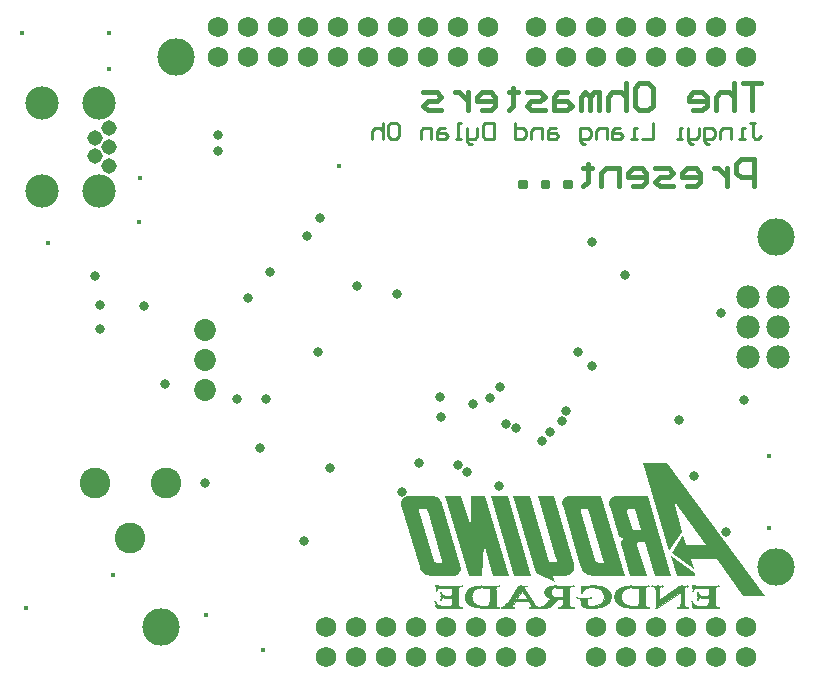
<source format=gbs>
G04*
G04 #@! TF.GenerationSoftware,Altium Limited,Altium Designer,19.1.8 (144)*
G04*
G04 Layer_Color=16711935*
%FSLAX25Y25*%
%MOIN*%
G70*
G01*
G75*
%ADD15C,0.00900*%
%ADD18C,0.00000*%
%ADD67C,0.06800*%
%ADD68C,0.07800*%
%ADD69C,0.07296*%
%ADD70C,0.05150*%
%ADD71O,0.11099X0.11099*%
%ADD72C,0.11099*%
%ADD73C,0.10249*%
%ADD74C,0.03300*%
%ADD75C,0.12500*%
%ADD97C,0.00050*%
%ADD98C,0.01500*%
%ADD99C,0.01778*%
G36*
X232260Y28680D02*
X232280Y28676D01*
X232300Y28671D01*
X232310Y28668D01*
X232310D01*
X232315Y28666D01*
X232325Y28662D01*
X232334Y28658D01*
X232344Y28655D01*
X232349Y28653D01*
X232355Y28650D01*
X232366Y28646D01*
X232378Y28641D01*
X232389Y28637D01*
X232395Y28634D01*
X232395D01*
X232411Y28628D01*
X232445Y28617D01*
X232479Y28607D01*
X232513Y28599D01*
X232531Y28595D01*
X232543Y28592D01*
X232569Y28587D01*
X232594Y28583D01*
X232620Y28578D01*
X232632Y28577D01*
X232649Y28574D01*
X232682Y28570D01*
X232715Y28566D01*
X232749Y28563D01*
X232765Y28562D01*
X232765Y28562D01*
X232786Y28560D01*
X232829Y28557D01*
X232871Y28554D01*
X232913Y28552D01*
X232935Y28552D01*
X232961Y28551D01*
X233014Y28549D01*
X233067Y28548D01*
X233120Y28548D01*
X233147Y28548D01*
X236854D01*
X237221Y28545D01*
X237411Y28541D01*
X237604Y28537D01*
X237796Y28533D01*
X237986Y28529D01*
X238170Y28525D01*
X238346Y28521D01*
X238513Y28519D01*
X238667Y28518D01*
X239487Y28525D01*
X239719Y28529D01*
X239934Y28533D01*
X240134Y28537D01*
X240321Y28541D01*
X240498Y28545D01*
X240666Y28547D01*
X240829Y28548D01*
X240841Y28548D01*
X240867Y28547D01*
X240892Y28546D01*
X240917Y28543D01*
X240929Y28541D01*
X240934Y28541D01*
X240945Y28539D01*
X240955Y28537D01*
X240966Y28535D01*
X240971Y28534D01*
Y28534D01*
X240976Y28533D01*
X240985Y28531D01*
X240994Y28528D01*
X241003Y28526D01*
X241008Y28524D01*
X241012Y28523D01*
X241019Y28520D01*
X241027Y28517D01*
X241035Y28514D01*
X241038Y28512D01*
X241038D01*
X241042Y28510D01*
X241048Y28507D01*
X241055Y28504D01*
X241061Y28500D01*
X241064Y28498D01*
X241066Y28496D01*
X241072Y28492D01*
X241076Y28488D01*
X241081Y28484D01*
X241083Y28482D01*
X241086Y28480D01*
X241089Y28476D01*
X241093Y28472D01*
X241096Y28467D01*
X241098Y28465D01*
Y28465D01*
X241099Y28463D01*
X241101Y28458D01*
X241104Y28454D01*
X241105Y28449D01*
X241106Y28447D01*
X241107Y28444D01*
X241108Y28440D01*
X241108Y28435D01*
X241109Y28430D01*
Y28427D01*
X241109D01*
X241109Y28418D01*
X241106Y28401D01*
X241099Y28384D01*
X241090Y28369D01*
X241084Y28363D01*
X241081Y28360D01*
X241076Y28356D01*
X241072Y28351D01*
X241066Y28347D01*
X241064Y28345D01*
X241061Y28343D01*
X241055Y28339D01*
X241048Y28335D01*
X241042Y28332D01*
X241038Y28330D01*
Y28330D01*
X241035Y28328D01*
X241027Y28325D01*
X241019Y28322D01*
X241012Y28319D01*
X241008Y28317D01*
X241008Y28317D01*
X241003Y28316D01*
X240994Y28313D01*
X240985Y28311D01*
X240976Y28308D01*
X240971Y28307D01*
X240971D01*
X240966Y28306D01*
X240955Y28304D01*
X240945Y28302D01*
X240934Y28301D01*
X240929Y28300D01*
Y28300D01*
X240923Y28299D01*
X240912Y28298D01*
X240900Y28297D01*
X240888Y28296D01*
X240882Y28295D01*
X240875Y28295D01*
X240862Y28294D01*
X240849Y28294D01*
X240835Y28294D01*
X240829Y28294D01*
X240829D01*
X240804Y28293D01*
X240753Y28292D01*
X240703Y28288D01*
X240653Y28283D01*
X240628Y28280D01*
X240628Y28280D01*
X240583Y28274D01*
X240494Y28259D01*
X240407Y28239D01*
X240320Y28215D01*
X240277Y28202D01*
X240277Y28202D01*
X240263Y28197D01*
X240234Y28187D01*
X240205Y28176D01*
X240177Y28164D01*
X240162Y28158D01*
X240149Y28152D01*
X240121Y28139D01*
X240094Y28126D01*
X240068Y28112D01*
X240055Y28105D01*
X240055D01*
X240042Y28098D01*
X240018Y28082D01*
X239993Y28067D01*
X239970Y28050D01*
X239958Y28041D01*
X239958Y28041D01*
X239947Y28032D01*
X239926Y28015D01*
X239906Y27996D01*
X239886Y27977D01*
X239877Y27966D01*
X239877Y27966D01*
X239868Y27957D01*
X239851Y27936D01*
X239835Y27914D01*
X239820Y27892D01*
X239813Y27880D01*
Y27880D01*
X239806Y27864D01*
X239791Y27831D01*
X239778Y27798D01*
X239767Y27764D01*
X239762Y27747D01*
X239760Y27740D01*
X239757Y27727D01*
X239753Y27714D01*
X239750Y27701D01*
X239749Y27694D01*
Y27694D01*
X239747Y27687D01*
X239744Y27673D01*
X239741Y27659D01*
X239738Y27644D01*
X239737Y27637D01*
X239737Y27637D01*
X239735Y27629D01*
X239733Y27614D01*
X239730Y27598D01*
X239728Y27582D01*
X239727Y27574D01*
Y27574D01*
X239726Y27566D01*
X239724Y27548D01*
X239722Y27531D01*
X239720Y27514D01*
X239719Y27505D01*
X239718Y27495D01*
X239717Y27476D01*
X239716Y27457D01*
X239714Y27438D01*
X239714Y27428D01*
X239713Y27418D01*
X239712Y27397D01*
X239711Y27376D01*
X239710Y27355D01*
X239710Y27345D01*
X239710Y27333D01*
X239709Y27310D01*
X239709Y27287D01*
X239709Y27264D01*
X239709Y27252D01*
Y22386D01*
D01*
X239709Y22365D01*
X239710Y22323D01*
X239711Y22280D01*
X239713Y22238D01*
X239714Y22217D01*
X239714D01*
X239714Y22208D01*
X239716Y22190D01*
X239717Y22171D01*
X239718Y22153D01*
X239719Y22144D01*
X239720Y22135D01*
X239722Y22118D01*
X239724Y22102D01*
X239726Y22085D01*
X239727Y22076D01*
X239727Y22076D01*
X239728Y22069D01*
X239730Y22053D01*
X239733Y22038D01*
X239735Y22023D01*
X239737Y22015D01*
X239738Y22008D01*
X239741Y21994D01*
X239744Y21980D01*
X239747Y21966D01*
X239749Y21959D01*
X239750Y21952D01*
X239753Y21939D01*
X239757Y21926D01*
X239760Y21913D01*
X239762Y21907D01*
X239766Y21895D01*
X239773Y21872D01*
X239781Y21849D01*
X239790Y21826D01*
X239794Y21815D01*
X239797Y21810D01*
X239801Y21799D01*
X239806Y21789D01*
X239811Y21779D01*
X239813Y21774D01*
X239813Y21774D01*
X239828Y21751D01*
X239860Y21707D01*
X239896Y21666D01*
X239937Y21630D01*
X239958Y21613D01*
X239970Y21605D01*
X239993Y21588D01*
X240018Y21572D01*
X240042Y21557D01*
X240055Y21550D01*
Y21550D01*
X240068Y21542D01*
X240094Y21528D01*
X240121Y21515D01*
X240149Y21502D01*
X240162Y21496D01*
X240177Y21490D01*
X240205Y21478D01*
X240234Y21467D01*
X240263Y21457D01*
X240277Y21452D01*
Y21452D01*
X240292Y21448D01*
X240321Y21438D01*
X240351Y21430D01*
X240381Y21422D01*
X240395Y21418D01*
X240395Y21418D01*
X240449Y21405D01*
X240556Y21384D01*
X240665Y21370D01*
X240774Y21362D01*
X240829Y21360D01*
Y21360D01*
X240841Y21360D01*
X240867Y21360D01*
X240892Y21358D01*
X240917Y21356D01*
X240929Y21354D01*
X240934Y21353D01*
X240945Y21351D01*
X240955Y21350D01*
X240966Y21347D01*
X240971Y21346D01*
X240971Y21346D01*
X240976Y21345D01*
X240985Y21343D01*
X240994Y21340D01*
X241003Y21337D01*
X241008Y21336D01*
X241012Y21334D01*
X241019Y21331D01*
X241027Y21328D01*
X241035Y21325D01*
X241038Y21323D01*
X241042Y21321D01*
X241048Y21318D01*
X241055Y21314D01*
X241061Y21310D01*
X241064Y21307D01*
X241064Y21307D01*
X241066Y21306D01*
X241072Y21302D01*
X241076Y21297D01*
X241081Y21293D01*
X241084Y21290D01*
X241086Y21288D01*
X241089Y21283D01*
X241093Y21278D01*
X241096Y21273D01*
X241098Y21271D01*
X241097Y21271D01*
X241100Y21266D01*
X241105Y21255D01*
X241108Y21244D01*
X241109Y21233D01*
X241109Y21227D01*
X241109D01*
Y21222D01*
X241107Y21212D01*
X241105Y21202D01*
X241100Y21192D01*
X241098Y21188D01*
X241096Y21186D01*
X241093Y21181D01*
X241089Y21177D01*
X241086Y21173D01*
X241083Y21171D01*
X241081Y21168D01*
X241076Y21164D01*
X241072Y21160D01*
X241066Y21157D01*
X241064Y21155D01*
X241064D01*
X241061Y21153D01*
X241055Y21149D01*
X241048Y21146D01*
X241042Y21142D01*
X241038Y21141D01*
X241035Y21139D01*
X241027Y21136D01*
X241019Y21133D01*
X241012Y21130D01*
X241008Y21129D01*
X241008Y21129D01*
X241003Y21128D01*
X240994Y21125D01*
X240985Y21123D01*
X240976Y21120D01*
X240971Y21120D01*
Y21119D01*
X240966Y21118D01*
X240955Y21116D01*
X240945Y21115D01*
X240934Y21113D01*
X240929Y21112D01*
X240923Y21112D01*
X240912Y21110D01*
X240900Y21109D01*
X240888Y21108D01*
X240882Y21108D01*
X240882D01*
X240875Y21107D01*
X240862Y21107D01*
X240849Y21106D01*
X240835Y21106D01*
X240829Y21106D01*
X240498Y21109D01*
X240321Y21112D01*
X240135Y21115D01*
X239935Y21119D01*
X239722Y21123D01*
X239492Y21127D01*
X239243Y21130D01*
X238681Y21132D01*
X233042Y21106D01*
Y21106D01*
X233042D01*
X232997Y21106D01*
X232907Y21106D01*
X232817Y21109D01*
X232727Y21114D01*
X232682Y21118D01*
X232682Y21118D01*
X232665Y21119D01*
X232631Y21123D01*
X232598Y21129D01*
X232565Y21136D01*
X232549Y21139D01*
X232549D01*
X232535Y21143D01*
X232508Y21151D01*
X232481Y21160D01*
X232455Y21172D01*
X232442Y21178D01*
X232418Y21191D01*
X232373Y21223D01*
X232334Y21261D01*
X232300Y21304D01*
X232287Y21328D01*
X232278Y21342D01*
X232262Y21372D01*
X232248Y21402D01*
X232235Y21433D01*
X232229Y21449D01*
X232229D01*
X232222Y21468D01*
X232208Y21507D01*
X232196Y21547D01*
X232184Y21586D01*
X232179Y21606D01*
Y21606D01*
X232172Y21631D01*
X232160Y21681D01*
X232148Y21731D01*
X232137Y21781D01*
X232132Y21806D01*
X232132D01*
X232125Y21837D01*
X232112Y21899D01*
X232100Y21961D01*
X232088Y22023D01*
X232082Y22054D01*
X231841Y23281D01*
X231839Y23291D01*
X231835Y23310D01*
X231832Y23329D01*
X231830Y23349D01*
X231830Y23359D01*
X231830D01*
Y23359D01*
X231830Y23363D01*
X231830Y23371D01*
X231830Y23379D01*
X231831Y23387D01*
X231832Y23391D01*
X231832Y23395D01*
X231834Y23402D01*
X231836Y23408D01*
X231838Y23415D01*
X231839Y23419D01*
X231840Y23422D01*
X231842Y23427D01*
X231845Y23433D01*
X231848Y23439D01*
X231850Y23442D01*
X231856Y23451D01*
X231872Y23468D01*
X231892Y23481D01*
X231913Y23489D01*
X231925Y23490D01*
Y23490D01*
X231928Y23491D01*
X231934Y23492D01*
X231940Y23492D01*
X231946Y23492D01*
X231949D01*
X231953Y23492D01*
X231962Y23492D01*
X231970Y23491D01*
X231979Y23489D01*
X231983Y23487D01*
X231983D01*
X231988Y23486D01*
X231997Y23483D01*
X232006Y23479D01*
X232015Y23474D01*
X232020Y23472D01*
Y23472D01*
X232028Y23467D01*
X232042Y23457D01*
X232055Y23445D01*
X232067Y23432D01*
X232072Y23425D01*
X232072Y23425D01*
X232076Y23419D01*
X232084Y23408D01*
X232090Y23395D01*
X232096Y23383D01*
X232099Y23376D01*
X232099Y23376D01*
X232100Y23372D01*
X232103Y23365D01*
X232105Y23357D01*
X232107Y23350D01*
X232108Y23346D01*
X232134Y23258D01*
X232194Y23086D01*
X232265Y22918D01*
X232346Y22755D01*
X232391Y22675D01*
X232391D01*
X232411Y22643D01*
X232453Y22579D01*
X232497Y22517D01*
X232545Y22457D01*
X232569Y22428D01*
Y22428D01*
X232639Y22352D01*
X232792Y22214D01*
X232963Y22098D01*
X233147Y22006D01*
X233243Y21969D01*
X233243D01*
X233276Y21958D01*
X233343Y21936D01*
X233410Y21917D01*
X233478Y21900D01*
X233512Y21892D01*
X233548Y21885D01*
X233620Y21871D01*
X233692Y21859D01*
X233765Y21849D01*
X233802Y21845D01*
X233840Y21840D01*
X233918Y21833D01*
X233995Y21826D01*
X234073Y21822D01*
X234112Y21820D01*
X234153Y21818D01*
X234236Y21815D01*
X234318Y21814D01*
X234401Y21813D01*
X234442Y21813D01*
X236600D01*
X236661Y21812D01*
X236783Y21814D01*
X236904Y21820D01*
X237026Y21830D01*
X237086Y21837D01*
Y21837D01*
X237108Y21840D01*
X237151Y21847D01*
X237194Y21856D01*
X237236Y21866D01*
X237258Y21872D01*
X237275Y21877D01*
X237308Y21889D01*
X237341Y21903D01*
X237373Y21919D01*
X237389Y21928D01*
X237402Y21936D01*
X237428Y21954D01*
X237452Y21974D01*
X237474Y21996D01*
X237485Y22008D01*
X237495Y22020D01*
X237513Y22046D01*
X237530Y22073D01*
X237545Y22101D01*
X237551Y22115D01*
X237551Y22115D01*
X237558Y22132D01*
X237570Y22166D01*
X237581Y22201D01*
X237590Y22236D01*
X237593Y22254D01*
X237597Y22275D01*
X237604Y22319D01*
X237610Y22362D01*
X237615Y22406D01*
X237617Y22427D01*
X237617D01*
X237619Y22454D01*
X237622Y22507D01*
X237625Y22560D01*
X237626Y22613D01*
X237627Y22639D01*
Y22639D01*
X237628Y22671D01*
X237628Y22735D01*
X237629Y22798D01*
X237629Y22862D01*
X237629Y22893D01*
Y24479D01*
X237629Y24487D01*
X237629Y24504D01*
X237628Y24520D01*
X237626Y24536D01*
X237625Y24545D01*
Y24545D01*
X237624Y24548D01*
X237623Y24555D01*
X237621Y24562D01*
X237619Y24569D01*
X237618Y24573D01*
X237617Y24576D01*
X237615Y24582D01*
X237612Y24588D01*
X237609Y24594D01*
X237608Y24597D01*
X237606Y24600D01*
X237603Y24606D01*
X237599Y24611D01*
X237595Y24616D01*
X237593Y24618D01*
Y24618D01*
X237591Y24621D01*
X237586Y24625D01*
X237581Y24630D01*
X237576Y24634D01*
X237573Y24636D01*
X237570Y24638D01*
X237563Y24642D01*
X237557Y24645D01*
X237550Y24648D01*
X237547Y24650D01*
X237543Y24651D01*
X237535Y24654D01*
X237527Y24656D01*
X237519Y24659D01*
X237514Y24659D01*
X237509Y24661D01*
X237500Y24662D01*
X237490Y24664D01*
X237480Y24665D01*
X237475Y24666D01*
X237475Y24666D01*
X237469Y24666D01*
X237457Y24667D01*
X237445Y24667D01*
X237433Y24668D01*
X237427Y24668D01*
X237427Y24668D01*
X234947D01*
X234947Y24668D01*
X234915Y24666D01*
X234853Y24659D01*
X234791Y24646D01*
X234731Y24628D01*
X234701Y24616D01*
X234701Y24616D01*
X234686Y24610D01*
X234655Y24597D01*
X234625Y24582D01*
X234595Y24566D01*
X234580Y24558D01*
X234580Y24558D01*
X234565Y24549D01*
X234535Y24532D01*
X234506Y24513D01*
X234478Y24493D01*
X234464Y24483D01*
X234423Y24452D01*
X234346Y24386D01*
X234274Y24314D01*
X234208Y24236D01*
X234178Y24195D01*
X234169Y24183D01*
X234152Y24157D01*
X234136Y24131D01*
X234121Y24104D01*
X234114Y24091D01*
X234114Y24091D01*
X234108Y24079D01*
X234096Y24054D01*
X234086Y24028D01*
X234076Y24002D01*
X234072Y23989D01*
Y23989D01*
X234069Y23977D01*
X234063Y23953D01*
X234059Y23929D01*
X234056Y23905D01*
X234055Y23893D01*
X234055D01*
X234055Y23881D01*
X234054Y23858D01*
X234052Y23835D01*
X234049Y23812D01*
X234047Y23800D01*
Y23800D01*
X234046Y23795D01*
X234044Y23786D01*
X234042Y23776D01*
X234040Y23767D01*
X234038Y23762D01*
X234037Y23758D01*
X234034Y23749D01*
X234032Y23741D01*
X234028Y23733D01*
X234027Y23729D01*
X234027Y23729D01*
X234025Y23725D01*
X234022Y23718D01*
X234018Y23711D01*
X234015Y23705D01*
X234013Y23701D01*
X234013D01*
X234011Y23698D01*
X234007Y23693D01*
X234003Y23687D01*
X233999Y23681D01*
X233997Y23679D01*
X233995Y23676D01*
X233990Y23672D01*
X233986Y23667D01*
X233981Y23663D01*
X233979Y23661D01*
X233977Y23660D01*
X233972Y23656D01*
X233968Y23653D01*
X233963Y23650D01*
X233960Y23649D01*
Y23649D01*
X233958Y23648D01*
X233953Y23646D01*
X233948Y23644D01*
X233943Y23642D01*
X233941Y23641D01*
X233939Y23641D01*
X233934Y23640D01*
X233929Y23639D01*
X233924Y23639D01*
X233916D01*
X233907Y23640D01*
X233897Y23643D01*
X233888Y23647D01*
X233884Y23649D01*
Y23649D01*
X233882Y23650D01*
X233877Y23653D01*
X233873Y23656D01*
X233869Y23660D01*
X233867Y23661D01*
X233864Y23663D01*
X233860Y23667D01*
X233856Y23672D01*
X233853Y23676D01*
X233851Y23679D01*
X233851Y23679D01*
X233851D01*
X233849Y23681D01*
X233845Y23687D01*
X233842Y23693D01*
X233838Y23698D01*
X233837Y23701D01*
Y23701D01*
X233835Y23705D01*
X233832Y23711D01*
X233829Y23718D01*
X233826Y23725D01*
X233825Y23729D01*
Y23729D01*
X233823Y23733D01*
X233820Y23741D01*
X233818Y23749D01*
X233816Y23758D01*
X233815Y23762D01*
X233814Y23767D01*
X233811Y23776D01*
X233810Y23786D01*
X233808Y23795D01*
X233807Y23800D01*
X233806Y23806D01*
X233805Y23817D01*
X233804Y23827D01*
X233803Y23838D01*
X233803Y23844D01*
X233803D01*
X233802Y23850D01*
X233802Y23862D01*
X233801Y23874D01*
X233801Y23887D01*
X233801Y23893D01*
X233801D01*
X233801Y23919D01*
X233801Y23970D01*
X233802Y24022D01*
X233803Y24074D01*
X233804Y24100D01*
X233807Y24208D01*
X233810Y24318D01*
X233814Y24430D01*
X233818Y24544D01*
X233821Y24658D01*
X233824Y24773D01*
X233826Y24887D01*
X233827Y25000D01*
X233827Y25028D01*
X233826Y25085D01*
X233826Y25142D01*
X233825Y25199D01*
X233824Y25228D01*
X233821Y25343D01*
X233818Y25459D01*
X233814Y25574D01*
X233810Y25687D01*
X233807Y25797D01*
X233804Y25905D01*
X233802Y26008D01*
X233801Y26106D01*
X233801D01*
Y26106D01*
X233801Y26118D01*
X233802Y26141D01*
X233803Y26164D01*
X233806Y26188D01*
X233807Y26199D01*
Y26199D01*
X233808Y26204D01*
X233810Y26213D01*
X233811Y26223D01*
X233814Y26232D01*
X233815Y26237D01*
X233815D01*
X233816Y26241D01*
X233818Y26250D01*
X233820Y26258D01*
X233823Y26266D01*
X233825Y26270D01*
X233825D01*
X233826Y26274D01*
X233829Y26281D01*
X233832Y26288D01*
X233835Y26295D01*
X233837Y26298D01*
X233837Y26298D01*
Y26298D01*
Y26298D01*
D01*
X233838Y26301D01*
X233842Y26307D01*
X233845Y26312D01*
X233849Y26318D01*
X233851Y26321D01*
X233851D01*
X233853Y26323D01*
X233856Y26327D01*
X233860Y26332D01*
X233864Y26336D01*
X233867Y26338D01*
X233867D01*
X233869Y26340D01*
X233873Y26343D01*
X233877Y26346D01*
X233882Y26349D01*
X233884Y26351D01*
Y26351D01*
X233886Y26352D01*
X233891Y26354D01*
X233895Y26356D01*
X233900Y26357D01*
X233902Y26358D01*
Y26358D01*
X233905Y26359D01*
X233909Y26359D01*
X233914Y26360D01*
X233919Y26360D01*
X233921Y26360D01*
Y26360D01*
X233926Y26360D01*
X233937Y26359D01*
X233946Y26357D01*
X233956Y26353D01*
X233960Y26351D01*
X233960Y26351D01*
X233963Y26349D01*
X233968Y26346D01*
X233972Y26343D01*
X233977Y26340D01*
X233979Y26338D01*
X233981Y26336D01*
X233986Y26332D01*
X233990Y26327D01*
X233995Y26323D01*
X233997Y26321D01*
X233997D01*
X233999Y26318D01*
X234003Y26312D01*
X234007Y26307D01*
X234011Y26301D01*
X234013Y26298D01*
Y26298D01*
D01*
X234013Y26298D01*
X234013Y26298D01*
X234015Y26295D01*
X234018Y26288D01*
X234022Y26281D01*
X234025Y26274D01*
X234027Y26270D01*
X234028Y26266D01*
X234032Y26258D01*
X234034Y26250D01*
X234037Y26241D01*
X234038Y26237D01*
Y26237D01*
X234040Y26233D01*
X234042Y26223D01*
X234044Y26213D01*
X234046Y26204D01*
X234047Y26199D01*
X234048Y26194D01*
X234050Y26183D01*
X234051Y26172D01*
X234052Y26161D01*
X234053Y26155D01*
Y26155D01*
X234053Y26149D01*
X234054Y26137D01*
X234055Y26125D01*
X234055Y26112D01*
Y26106D01*
X234058Y26081D01*
X234067Y26029D01*
X234082Y25980D01*
X234102Y25932D01*
X234114Y25908D01*
X234121Y25895D01*
X234136Y25868D01*
X234152Y25842D01*
X234169Y25817D01*
X234178Y25804D01*
X234178D01*
X234187Y25791D01*
X234207Y25765D01*
X234227Y25739D01*
X234248Y25714D01*
X234259Y25702D01*
Y25702D01*
X234294Y25664D01*
X234369Y25592D01*
X234450Y25527D01*
X234536Y25468D01*
X234580Y25441D01*
X234580Y25441D01*
X234580D01*
X234595Y25433D01*
X234625Y25418D01*
X234655Y25403D01*
X234686Y25389D01*
X234701Y25383D01*
X234701D01*
X234717Y25377D01*
X234747Y25366D01*
X234778Y25357D01*
X234809Y25349D01*
X234825Y25345D01*
Y25345D01*
X234840Y25342D01*
X234870Y25337D01*
X234901Y25334D01*
X234931Y25332D01*
X234947Y25332D01*
X237427Y25332D01*
D01*
X237427Y25332D01*
Y25332D01*
X237427D01*
X237438Y25332D01*
X237458Y25332D01*
X237479Y25334D01*
X237499Y25336D01*
X237509Y25337D01*
X237509Y25337D01*
X237513Y25338D01*
X237522Y25340D01*
X237529Y25341D01*
X237537Y25344D01*
X237541Y25345D01*
X237544Y25346D01*
X237551Y25348D01*
X237558Y25351D01*
X237564Y25354D01*
X237567Y25356D01*
X237567Y25356D01*
X237570Y25358D01*
X237575Y25361D01*
X237581Y25365D01*
X237586Y25369D01*
X237588Y25371D01*
X237588Y25371D01*
X237593Y25376D01*
X237601Y25386D01*
X237608Y25397D01*
X237613Y25409D01*
X237616Y25415D01*
X237616D01*
X237617Y25419D01*
X237619Y25426D01*
X237621Y25433D01*
X237623Y25441D01*
X237623Y25445D01*
Y25445D01*
X237624Y25449D01*
X237626Y25458D01*
X237627Y25466D01*
X237627Y25475D01*
X237628Y25480D01*
Y25480D01*
X237628Y25485D01*
X237629Y25495D01*
X237629Y25505D01*
X237629Y25515D01*
Y25521D01*
X237629Y27412D01*
X237629Y27412D01*
X237629Y27433D01*
X237627Y27475D01*
X237622Y27517D01*
X237615Y27559D01*
X237611Y27580D01*
X237611D01*
X237609Y27588D01*
X237604Y27605D01*
X237599Y27622D01*
X237593Y27638D01*
X237590Y27646D01*
X237587Y27653D01*
X237580Y27667D01*
X237573Y27681D01*
X237566Y27694D01*
X237562Y27701D01*
X237562Y27701D01*
X237558Y27707D01*
X237550Y27719D01*
X237541Y27730D01*
X237532Y27741D01*
X237527Y27746D01*
Y27746D01*
X237514Y27760D01*
X237484Y27784D01*
X237450Y27804D01*
X237415Y27819D01*
X237396Y27825D01*
X237390Y27826D01*
X237378Y27830D01*
X237365Y27832D01*
X237352Y27834D01*
X237346Y27835D01*
X237339Y27836D01*
X237326Y27837D01*
X237313Y27838D01*
X237300Y27838D01*
X237294Y27838D01*
X234429Y27838D01*
X234350Y27839D01*
X234191Y27838D01*
X234033Y27836D01*
X233874Y27832D01*
X233795Y27829D01*
X233795Y27829D01*
X233762Y27828D01*
X233697Y27823D01*
X233631Y27818D01*
X233566Y27811D01*
X233534Y27808D01*
X233534Y27808D01*
X233505Y27804D01*
X233448Y27795D01*
X233391Y27785D01*
X233334Y27773D01*
X233306Y27766D01*
X233281Y27759D01*
X233231Y27744D01*
X233183Y27727D01*
X233135Y27707D01*
X233111Y27697D01*
X233089Y27686D01*
X233046Y27663D01*
X233004Y27637D01*
X232964Y27608D01*
X232945Y27593D01*
X232926Y27577D01*
X232889Y27544D01*
X232855Y27508D01*
X232822Y27469D01*
X232807Y27450D01*
X232791Y27427D01*
X232760Y27381D01*
X232732Y27333D01*
X232706Y27283D01*
X232694Y27258D01*
X232694D01*
X232681Y27228D01*
X232656Y27168D01*
X232633Y27106D01*
X232613Y27044D01*
X232604Y27012D01*
X232593Y26974D01*
X232574Y26898D01*
X232557Y26821D01*
X232541Y26744D01*
X232535Y26705D01*
Y26705D01*
X232534Y26697D01*
X232532Y26679D01*
X232528Y26662D01*
X232525Y26645D01*
X232522Y26636D01*
X232522D01*
X232522Y26633D01*
X232519Y26626D01*
X232517Y26619D01*
X232515Y26612D01*
X232513Y26609D01*
Y26609D01*
X232512Y26606D01*
X232510Y26601D01*
X232507Y26595D01*
X232504Y26590D01*
X232503Y26587D01*
X232501Y26585D01*
X232498Y26580D01*
X232495Y26575D01*
X232492Y26571D01*
X232490Y26569D01*
X232489Y26567D01*
X232486Y26564D01*
X232482Y26560D01*
X232479Y26557D01*
X232477Y26555D01*
X232477Y26555D01*
X232470Y26550D01*
X232455Y26541D01*
X232439Y26535D01*
X232423Y26533D01*
X232414Y26533D01*
X232405Y26533D01*
X232388Y26536D01*
X232371Y26542D01*
X232356Y26550D01*
X232348Y26555D01*
X232346Y26557D01*
X232342Y26560D01*
X232339Y26564D01*
X232335Y26567D01*
X232333Y26569D01*
X232331Y26571D01*
X232327Y26575D01*
X232324Y26580D01*
X232320Y26585D01*
X232318Y26587D01*
X232317Y26590D01*
X232313Y26595D01*
X232310Y26601D01*
X232307Y26606D01*
X232306Y26609D01*
Y26609D01*
X232304Y26612D01*
X232301Y26619D01*
X232298Y26626D01*
X232296Y26633D01*
X232295Y26636D01*
X232295Y26636D01*
X232293Y26640D01*
X232291Y26648D01*
X232289Y26656D01*
X232287Y26664D01*
X232286Y26668D01*
X232285Y26673D01*
X232284Y26682D01*
X232282Y26691D01*
X232281Y26701D01*
X232281Y26705D01*
X232069Y28359D01*
Y28359D01*
X232066Y28376D01*
X232062Y28410D01*
X232058Y28444D01*
X232055Y28478D01*
X232054Y28495D01*
X232054Y28501D01*
X232054Y28514D01*
X232054Y28527D01*
X232054Y28540D01*
X232055Y28546D01*
X232055Y28552D01*
X232056Y28562D01*
X232058Y28572D01*
X232060Y28583D01*
X232061Y28588D01*
X232061Y28588D01*
X232062Y28592D01*
X232065Y28600D01*
X232068Y28609D01*
X232071Y28616D01*
X232073Y28620D01*
Y28620D01*
X232075Y28624D01*
X232079Y28630D01*
X232084Y28636D01*
X232089Y28642D01*
X232091Y28645D01*
X232094Y28647D01*
X232100Y28652D01*
X232106Y28657D01*
X232112Y28661D01*
X232116Y28662D01*
Y28662D01*
X232119Y28664D01*
X232127Y28667D01*
X232135Y28670D01*
X232143Y28673D01*
X232147Y28673D01*
X232147D01*
X232151Y28675D01*
X232161Y28676D01*
X232170Y28678D01*
X232179Y28679D01*
X232184Y28679D01*
Y28679D01*
X232190Y28680D01*
X232201Y28681D01*
X232212Y28681D01*
X232223Y28681D01*
X232229Y28681D01*
X232229Y28681D01*
X232239Y28681D01*
X232260Y28680D01*
D02*
G37*
G36*
X146687D02*
X146707Y28676D01*
X146727Y28671D01*
X146737Y28668D01*
X146737D01*
X146742Y28666D01*
X146752Y28662D01*
X146762Y28658D01*
X146771Y28655D01*
X146776Y28653D01*
X146782Y28650D01*
X146793Y28646D01*
X146805Y28641D01*
X146816Y28637D01*
X146822Y28634D01*
X146822D01*
X146838Y28628D01*
X146872Y28617D01*
X146906Y28607D01*
X146940Y28599D01*
X146958Y28595D01*
X146970Y28592D01*
X146996Y28587D01*
X147021Y28583D01*
X147047Y28578D01*
X147060Y28577D01*
X147060D01*
X147076Y28574D01*
X147109Y28570D01*
X147143Y28566D01*
X147176Y28563D01*
X147192Y28562D01*
X147192Y28562D01*
X147213Y28560D01*
X147256Y28557D01*
X147298Y28554D01*
X147341Y28552D01*
X147362Y28552D01*
X147388Y28551D01*
X147441Y28549D01*
X147494Y28548D01*
X147547Y28548D01*
X147574Y28548D01*
X151281D01*
X151648Y28545D01*
X151839Y28541D01*
X152031Y28537D01*
X152223Y28533D01*
X152413Y28529D01*
X152597Y28525D01*
X152773Y28521D01*
X152940Y28519D01*
X153094Y28518D01*
X153914Y28525D01*
X154146Y28529D01*
X154361Y28533D01*
X154561Y28537D01*
X154748Y28541D01*
X154925Y28545D01*
X155094Y28547D01*
X155256Y28548D01*
X155269Y28548D01*
X155294Y28547D01*
X155319Y28546D01*
X155344Y28543D01*
X155356Y28541D01*
X155362Y28541D01*
X155372Y28539D01*
X155383Y28537D01*
X155393Y28535D01*
X155398Y28534D01*
X155403Y28533D01*
X155412Y28531D01*
X155421Y28528D01*
X155430Y28526D01*
X155435Y28524D01*
X155439Y28523D01*
X155446Y28520D01*
X155454Y28517D01*
X155462Y28514D01*
X155466Y28512D01*
X155465D01*
X155469Y28510D01*
X155475Y28507D01*
X155482Y28504D01*
X155488Y28500D01*
X155491Y28498D01*
X155493Y28496D01*
X155499Y28492D01*
X155503Y28488D01*
X155508Y28484D01*
X155510Y28482D01*
X155512Y28480D01*
X155516Y28476D01*
X155520Y28472D01*
X155523Y28467D01*
X155525Y28465D01*
Y28465D01*
X155526Y28463D01*
X155528Y28458D01*
X155531Y28454D01*
X155532Y28449D01*
X155533Y28447D01*
X155534Y28444D01*
X155535Y28440D01*
X155536Y28435D01*
X155536Y28430D01*
Y28427D01*
X155536D01*
X155536Y28418D01*
X155533Y28401D01*
X155526Y28384D01*
X155517Y28369D01*
X155510Y28363D01*
X155508Y28360D01*
X155504Y28356D01*
X155499Y28351D01*
X155493Y28347D01*
X155491Y28345D01*
X155488Y28343D01*
X155482Y28339D01*
X155475Y28335D01*
X155469Y28332D01*
X155465Y28330D01*
Y28330D01*
X155462Y28328D01*
X155454Y28325D01*
X155447Y28322D01*
X155439Y28319D01*
X155435Y28317D01*
X155435Y28317D01*
X155430Y28316D01*
X155421Y28313D01*
X155412Y28311D01*
X155403Y28308D01*
X155398Y28307D01*
X155398D01*
X155393Y28306D01*
X155383Y28304D01*
X155372Y28302D01*
X155362Y28301D01*
X155356Y28300D01*
Y28300D01*
X155350Y28299D01*
X155339Y28298D01*
X155327Y28297D01*
X155315Y28296D01*
X155309Y28295D01*
X155302Y28295D01*
X155289Y28294D01*
X155276Y28294D01*
X155263Y28294D01*
X155256Y28294D01*
X155256D01*
X155231Y28293D01*
X155180Y28292D01*
X155130Y28288D01*
X155080Y28283D01*
X155055Y28280D01*
X155055Y28280D01*
X155010Y28274D01*
X154922Y28259D01*
X154834Y28239D01*
X154747Y28215D01*
X154704Y28202D01*
X154704Y28202D01*
X154690Y28197D01*
X154661Y28187D01*
X154632Y28176D01*
X154604Y28164D01*
X154589Y28158D01*
X154576Y28152D01*
X154548Y28139D01*
X154522Y28126D01*
X154495Y28112D01*
X154482Y28105D01*
X154482D01*
X154469Y28098D01*
X154445Y28082D01*
X154420Y28067D01*
X154397Y28050D01*
X154385Y28041D01*
X154385Y28041D01*
X154374Y28032D01*
X154353Y28015D01*
X154333Y27996D01*
X154313Y27977D01*
X154304Y27966D01*
X154304Y27966D01*
X154295Y27957D01*
X154278Y27936D01*
X154262Y27914D01*
X154247Y27892D01*
X154240Y27880D01*
Y27880D01*
X154233Y27864D01*
X154218Y27831D01*
X154206Y27798D01*
X154194Y27764D01*
X154189Y27747D01*
X154187Y27740D01*
X154184Y27727D01*
X154180Y27714D01*
X154177Y27701D01*
X154176Y27694D01*
Y27694D01*
X154174Y27687D01*
X154171Y27673D01*
X154168Y27659D01*
X154165Y27644D01*
X154164Y27637D01*
X154164Y27637D01*
X154163Y27629D01*
X154160Y27614D01*
X154157Y27598D01*
X154155Y27582D01*
X154154Y27574D01*
Y27574D01*
X154153Y27566D01*
X154151Y27548D01*
X154149Y27531D01*
X154147Y27514D01*
X154146Y27505D01*
X154146Y27495D01*
X154144Y27476D01*
X154142Y27457D01*
X154141Y27438D01*
X154141Y27428D01*
X154140Y27418D01*
X154139Y27397D01*
X154138Y27376D01*
X154138Y27355D01*
X154137Y27345D01*
X154137Y27333D01*
X154137Y27310D01*
X154136Y27287D01*
X154136Y27264D01*
Y27252D01*
Y22386D01*
X154136Y22386D01*
X154136Y22365D01*
X154137Y22323D01*
X154138Y22280D01*
X154140Y22238D01*
X154141Y22217D01*
X154141D01*
X154141Y22208D01*
X154142Y22190D01*
X154144Y22171D01*
X154146Y22153D01*
X154146Y22144D01*
X154147Y22135D01*
X154149Y22118D01*
X154151Y22102D01*
X154153Y22085D01*
X154154Y22076D01*
X154154Y22076D01*
X154155Y22069D01*
X154157Y22053D01*
X154160Y22038D01*
X154163Y22023D01*
X154164Y22015D01*
X154164D01*
X154165Y22008D01*
X154168Y21994D01*
X154171Y21980D01*
X154174Y21966D01*
X154176Y21959D01*
X154177Y21952D01*
X154180Y21939D01*
X154184Y21926D01*
X154187Y21913D01*
X154189Y21907D01*
X154193Y21895D01*
X154200Y21872D01*
X154208Y21849D01*
X154217Y21826D01*
X154222Y21815D01*
X154222Y21815D01*
X154224Y21810D01*
X154228Y21799D01*
X154233Y21789D01*
X154238Y21779D01*
X154240Y21774D01*
X154240Y21774D01*
X154255Y21751D01*
X154287Y21707D01*
X154324Y21666D01*
X154364Y21630D01*
X154385Y21613D01*
X154397Y21605D01*
X154420Y21588D01*
X154445Y21572D01*
X154469Y21557D01*
X154482Y21550D01*
X154495Y21542D01*
X154522Y21528D01*
X154548Y21515D01*
X154576Y21502D01*
X154589Y21496D01*
X154604Y21490D01*
X154632Y21478D01*
X154661Y21467D01*
X154690Y21457D01*
X154704Y21452D01*
Y21452D01*
X154719Y21448D01*
X154748Y21438D01*
X154778Y21430D01*
X154808Y21422D01*
X154823Y21418D01*
X154823Y21418D01*
X154876Y21405D01*
X154983Y21384D01*
X155092Y21370D01*
X155201Y21362D01*
X155256Y21360D01*
Y21360D01*
X155269Y21360D01*
X155294Y21360D01*
X155319Y21358D01*
X155344Y21356D01*
X155356Y21354D01*
X155362Y21353D01*
X155372Y21351D01*
X155383Y21350D01*
X155393Y21347D01*
X155398Y21346D01*
X155398Y21346D01*
X155403Y21345D01*
X155412Y21343D01*
X155421Y21340D01*
X155430Y21337D01*
X155435Y21336D01*
X155439Y21334D01*
X155447Y21331D01*
X155454Y21328D01*
X155462Y21325D01*
X155465Y21323D01*
X155469Y21321D01*
X155475Y21318D01*
X155482Y21314D01*
X155488Y21310D01*
X155491Y21307D01*
X155491Y21307D01*
X155493Y21306D01*
X155499Y21302D01*
X155504Y21297D01*
X155508Y21293D01*
X155510Y21290D01*
X155513Y21288D01*
X155516Y21283D01*
X155520Y21278D01*
X155523Y21273D01*
X155525Y21271D01*
X155525Y21271D01*
X155527Y21266D01*
X155532Y21255D01*
X155535Y21244D01*
X155536Y21233D01*
X155536Y21227D01*
X155536D01*
Y21222D01*
X155535Y21212D01*
X155532Y21202D01*
X155527Y21192D01*
X155525Y21188D01*
X155523Y21186D01*
X155520Y21181D01*
X155516Y21177D01*
X155513Y21173D01*
X155510Y21171D01*
X155508Y21168D01*
X155503Y21164D01*
X155499Y21160D01*
X155493Y21157D01*
X155491Y21155D01*
X155491Y21155D01*
X155488Y21153D01*
X155482Y21149D01*
X155475Y21146D01*
X155469Y21142D01*
X155465Y21141D01*
Y21141D01*
X155462Y21139D01*
X155454Y21136D01*
X155446Y21133D01*
X155439Y21130D01*
X155435Y21129D01*
X155435Y21129D01*
X155430Y21128D01*
X155421Y21125D01*
X155412Y21123D01*
X155403Y21120D01*
X155398Y21120D01*
Y21119D01*
X155393Y21118D01*
X155383Y21116D01*
X155372Y21115D01*
X155362Y21113D01*
X155356Y21112D01*
X155350Y21112D01*
X155339Y21110D01*
X155327Y21109D01*
X155315Y21108D01*
X155309Y21108D01*
X155309Y21108D01*
X155302Y21107D01*
X155289Y21107D01*
X155276Y21106D01*
X155263Y21106D01*
X155256Y21106D01*
X154925Y21109D01*
X154748Y21112D01*
X154562Y21115D01*
X154362Y21119D01*
X154149Y21123D01*
X153919Y21127D01*
X153670Y21130D01*
X153108Y21132D01*
X147469Y21106D01*
Y21106D01*
X147469D01*
X147424Y21106D01*
X147334Y21106D01*
X147244Y21109D01*
X147154Y21114D01*
X147109Y21118D01*
X147109Y21118D01*
X147092Y21119D01*
X147059Y21123D01*
X147025Y21129D01*
X146992Y21136D01*
X146976Y21139D01*
X146976D01*
X146962Y21143D01*
X146935Y21151D01*
X146908Y21160D01*
X146882Y21172D01*
X146869Y21178D01*
X146845Y21191D01*
X146800Y21223D01*
X146761Y21261D01*
X146727Y21304D01*
X146714Y21328D01*
X146714D01*
X146705Y21342D01*
X146689Y21372D01*
X146675Y21402D01*
X146662Y21433D01*
X146656Y21449D01*
Y21449D01*
X146656D01*
X146649Y21468D01*
X146635Y21507D01*
X146623Y21547D01*
X146611Y21586D01*
X146606Y21606D01*
Y21606D01*
X146599Y21631D01*
X146587Y21681D01*
X146575Y21731D01*
X146564Y21781D01*
X146559Y21806D01*
X146552Y21837D01*
X146539Y21899D01*
X146527Y21961D01*
X146515Y22023D01*
X146509Y22054D01*
X146268Y23281D01*
X146268D01*
X146266Y23291D01*
X146262Y23310D01*
X146259Y23329D01*
X146257Y23349D01*
X146257Y23359D01*
Y23359D01*
X146257Y23363D01*
X146257Y23371D01*
X146257Y23379D01*
X146258Y23387D01*
X146259Y23391D01*
X146259Y23395D01*
X146261Y23402D01*
X146263Y23408D01*
X146265Y23415D01*
X146266Y23419D01*
X146267Y23422D01*
X146269Y23427D01*
X146272Y23433D01*
X146275Y23439D01*
X146277Y23442D01*
X146283Y23451D01*
X146299Y23468D01*
X146319Y23481D01*
X146341Y23489D01*
X146352Y23490D01*
Y23490D01*
X146355Y23491D01*
X146361Y23492D01*
X146367Y23492D01*
X146373Y23492D01*
X146376D01*
X146380Y23492D01*
X146389Y23492D01*
X146397Y23491D01*
X146406Y23489D01*
X146410Y23487D01*
X146410D01*
X146415Y23486D01*
X146424Y23483D01*
X146433Y23479D01*
X146442Y23474D01*
X146447Y23472D01*
Y23472D01*
X146455Y23467D01*
X146469Y23457D01*
X146482Y23445D01*
X146494Y23432D01*
X146499Y23425D01*
X146499Y23425D01*
X146503Y23419D01*
X146511Y23408D01*
X146518Y23395D01*
X146523Y23383D01*
X146526Y23376D01*
X146526Y23376D01*
X146527Y23372D01*
X146530Y23365D01*
X146532Y23357D01*
X146534Y23350D01*
X146535Y23346D01*
X146561Y23258D01*
X146621Y23086D01*
X146692Y22918D01*
X146773Y22755D01*
X146818Y22675D01*
X146818D01*
X146838Y22643D01*
X146880Y22579D01*
X146924Y22517D01*
X146972Y22457D01*
X146996Y22428D01*
Y22428D01*
X147066Y22352D01*
X147219Y22214D01*
X147390Y22098D01*
X147574Y22006D01*
X147670Y21969D01*
X147670D01*
X147703Y21958D01*
X147770Y21936D01*
X147837Y21917D01*
X147905Y21900D01*
X147939Y21892D01*
X147975Y21885D01*
X148047Y21871D01*
X148119Y21859D01*
X148192Y21849D01*
X148229Y21845D01*
X148267Y21840D01*
X148345Y21833D01*
X148423Y21826D01*
X148500Y21822D01*
X148539Y21820D01*
X148580Y21818D01*
X148663Y21815D01*
X148745Y21814D01*
X148828Y21813D01*
X148869Y21813D01*
X151027D01*
X151088Y21812D01*
X151210Y21814D01*
X151331Y21820D01*
X151453Y21830D01*
X151513Y21837D01*
Y21837D01*
X151535Y21840D01*
X151578Y21847D01*
X151621Y21856D01*
X151663Y21866D01*
X151685Y21872D01*
X151685D01*
X151702Y21877D01*
X151735Y21889D01*
X151768Y21903D01*
X151800Y21919D01*
X151816Y21928D01*
X151829Y21936D01*
X151855Y21954D01*
X151879Y21974D01*
X151901Y21996D01*
X151912Y22008D01*
X151912Y22008D01*
X151922Y22020D01*
X151940Y22046D01*
X151957Y22073D01*
X151972Y22101D01*
X151978Y22115D01*
X151985Y22132D01*
X151997Y22166D01*
X152008Y22201D01*
X152017Y22236D01*
X152020Y22254D01*
X152024Y22275D01*
X152032Y22319D01*
X152038Y22362D01*
X152042Y22406D01*
X152044Y22427D01*
X152044D01*
X152046Y22454D01*
X152049Y22507D01*
X152052Y22560D01*
X152053Y22613D01*
X152054Y22639D01*
Y22639D01*
X152055Y22671D01*
X152055Y22735D01*
X152056Y22798D01*
X152056Y22862D01*
X152056Y22893D01*
Y24479D01*
X152056Y24479D01*
X152056Y24487D01*
X152056Y24504D01*
X152055Y24520D01*
X152053Y24536D01*
X152052Y24545D01*
Y24545D01*
X152051Y24548D01*
X152050Y24555D01*
X152048Y24562D01*
X152046Y24569D01*
X152045Y24573D01*
X152044Y24576D01*
X152042Y24582D01*
X152039Y24588D01*
X152036Y24594D01*
X152035Y24597D01*
X152033Y24600D01*
X152030Y24606D01*
X152026Y24611D01*
X152022Y24616D01*
X152020Y24618D01*
X152018Y24621D01*
X152013Y24625D01*
X152008Y24630D01*
X152003Y24634D01*
X152000Y24636D01*
X152000Y24636D01*
X151997Y24638D01*
X151990Y24642D01*
X151984Y24645D01*
X151977Y24648D01*
X151974Y24650D01*
X151970Y24651D01*
X151962Y24654D01*
X151954Y24656D01*
X151946Y24659D01*
X151942Y24659D01*
X151937Y24661D01*
X151927Y24662D01*
X151917Y24664D01*
X151907Y24665D01*
X151902Y24666D01*
Y24666D01*
X151896Y24666D01*
X151884Y24667D01*
X151872Y24667D01*
X151860Y24668D01*
X151854Y24668D01*
X149374D01*
X149374Y24668D01*
X149342Y24666D01*
X149280Y24659D01*
X149218Y24646D01*
X149158Y24628D01*
X149129Y24616D01*
X149129Y24616D01*
X149113Y24610D01*
X149082Y24597D01*
X149052Y24582D01*
X149022Y24566D01*
X149007Y24558D01*
X149007Y24558D01*
X148992Y24549D01*
X148962Y24532D01*
X148933Y24513D01*
X148905Y24493D01*
X148891Y24483D01*
X148891D01*
X148850Y24452D01*
X148773Y24386D01*
X148701Y24314D01*
X148635Y24236D01*
X148605Y24195D01*
X148596Y24183D01*
X148579Y24157D01*
X148563Y24131D01*
X148548Y24104D01*
X148541Y24091D01*
X148541Y24091D01*
X148535Y24079D01*
X148523Y24054D01*
X148513Y24028D01*
X148503Y24002D01*
X148499Y23989D01*
Y23989D01*
X148496Y23977D01*
X148490Y23953D01*
X148486Y23929D01*
X148483Y23905D01*
X148482Y23893D01*
X148482D01*
X148482Y23881D01*
X148481Y23858D01*
X148479Y23835D01*
X148476Y23812D01*
X148474Y23800D01*
Y23800D01*
X148474Y23795D01*
X148471Y23786D01*
X148469Y23776D01*
X148467Y23767D01*
X148466Y23762D01*
X148464Y23758D01*
X148462Y23749D01*
X148459Y23741D01*
X148455Y23733D01*
X148454Y23729D01*
X148454Y23729D01*
X148452Y23725D01*
X148449Y23718D01*
X148445Y23711D01*
X148442Y23705D01*
X148440Y23701D01*
X148440D01*
X148438Y23698D01*
X148434Y23693D01*
X148430Y23687D01*
X148426Y23681D01*
X148424Y23679D01*
X148424D01*
X148422Y23676D01*
X148417Y23672D01*
X148413Y23667D01*
X148408Y23663D01*
X148406Y23661D01*
X148404Y23660D01*
X148399Y23656D01*
X148395Y23653D01*
X148390Y23650D01*
X148387Y23649D01*
Y23649D01*
X148385Y23648D01*
X148380Y23646D01*
X148375Y23644D01*
X148371Y23642D01*
X148368Y23641D01*
X148366Y23641D01*
X148361Y23640D01*
X148356Y23639D01*
X148351Y23639D01*
X148344D01*
X148334Y23640D01*
X148324Y23643D01*
X148315Y23647D01*
X148311Y23649D01*
Y23649D01*
X148309Y23650D01*
X148304Y23653D01*
X148300Y23656D01*
X148296Y23660D01*
X148294Y23661D01*
X148292Y23663D01*
X148287Y23667D01*
X148284Y23672D01*
X148280Y23676D01*
X148278Y23679D01*
X148278Y23679D01*
X148278D01*
X148276Y23681D01*
X148272Y23687D01*
X148269Y23693D01*
X148265Y23698D01*
X148264Y23701D01*
Y23701D01*
X148262Y23705D01*
X148259Y23711D01*
X148256Y23718D01*
X148253Y23725D01*
X148252Y23729D01*
Y23729D01*
X148250Y23733D01*
X148248Y23741D01*
X148245Y23749D01*
X148243Y23758D01*
X148242Y23762D01*
X148241Y23767D01*
X148239Y23776D01*
X148237Y23786D01*
X148235Y23795D01*
X148234Y23800D01*
X148233Y23806D01*
X148232Y23817D01*
X148231Y23827D01*
X148230Y23838D01*
X148230Y23844D01*
X148230Y23844D01*
X148230Y23844D01*
X148229Y23850D01*
X148229Y23862D01*
X148228Y23874D01*
X148228Y23887D01*
X148228Y23893D01*
X148228D01*
X148228Y23919D01*
X148228Y23970D01*
X148229Y24022D01*
X148230Y24074D01*
X148231Y24100D01*
X148234Y24208D01*
X148237Y24318D01*
X148241Y24430D01*
X148245Y24544D01*
X148248Y24658D01*
X148251Y24773D01*
X148253Y24887D01*
X148254Y25000D01*
X148254Y25028D01*
X148254Y25085D01*
X148253Y25142D01*
X148252Y25199D01*
X148251Y25228D01*
X148248Y25343D01*
X148245Y25459D01*
X148241Y25574D01*
X148237Y25687D01*
X148234Y25797D01*
X148231Y25905D01*
X148229Y26008D01*
X148228Y26106D01*
Y26106D01*
X148228Y26118D01*
X148229Y26141D01*
X148230Y26164D01*
X148233Y26188D01*
X148234Y26199D01*
X148235Y26204D01*
X148237Y26213D01*
X148239Y26223D01*
X148241Y26232D01*
X148242Y26237D01*
X148242D01*
X148243Y26241D01*
X148245Y26250D01*
X148248Y26258D01*
X148250Y26266D01*
X148252Y26270D01*
X148253Y26274D01*
X148256Y26281D01*
X148259Y26288D01*
X148262Y26295D01*
X148264Y26298D01*
Y26298D01*
X148265Y26301D01*
X148269Y26307D01*
X148272Y26312D01*
X148276Y26318D01*
X148278Y26321D01*
X148278D01*
X148280Y26323D01*
X148284Y26327D01*
X148287Y26332D01*
X148292Y26336D01*
X148294Y26338D01*
X148294D01*
X148296Y26340D01*
X148300Y26343D01*
X148304Y26346D01*
X148309Y26349D01*
X148311Y26351D01*
Y26351D01*
X148313Y26352D01*
X148318Y26354D01*
X148322Y26356D01*
X148327Y26357D01*
X148329Y26358D01*
Y26358D01*
X148332Y26359D01*
X148336Y26359D01*
X148341Y26360D01*
X148346Y26360D01*
X148348Y26360D01*
Y26360D01*
X148354Y26360D01*
X148364Y26359D01*
X148373Y26357D01*
X148383Y26353D01*
X148387Y26351D01*
X148387Y26351D01*
X148390Y26349D01*
X148395Y26346D01*
X148399Y26343D01*
X148404Y26340D01*
X148406Y26338D01*
Y26338D01*
X148408Y26336D01*
X148413Y26332D01*
X148417Y26327D01*
X148422Y26323D01*
X148424Y26321D01*
X148424D01*
X148426Y26318D01*
X148430Y26312D01*
X148434Y26307D01*
X148438Y26301D01*
X148440Y26298D01*
X148440Y26298D01*
X148442Y26295D01*
X148445Y26288D01*
X148449Y26281D01*
X148452Y26274D01*
X148454Y26270D01*
X148455Y26266D01*
X148459Y26258D01*
X148462Y26250D01*
X148464Y26241D01*
X148466Y26237D01*
Y26237D01*
X148467Y26233D01*
X148469Y26223D01*
X148471Y26213D01*
X148474Y26204D01*
X148474Y26199D01*
X148475Y26194D01*
X148477Y26183D01*
X148478Y26172D01*
X148479Y26161D01*
X148480Y26155D01*
X148480Y26149D01*
X148481Y26137D01*
X148482Y26125D01*
X148482Y26112D01*
Y26106D01*
X148485Y26081D01*
X148494Y26029D01*
X148509Y25980D01*
X148529Y25932D01*
X148541Y25908D01*
X148548Y25895D01*
X148563Y25868D01*
X148579Y25842D01*
X148596Y25817D01*
X148605Y25804D01*
X148605D01*
X148614Y25791D01*
X148634Y25765D01*
X148654Y25739D01*
X148675Y25714D01*
X148686Y25702D01*
Y25702D01*
X148722Y25664D01*
X148796Y25592D01*
X148877Y25527D01*
X148963Y25468D01*
X149007Y25441D01*
Y25441D01*
X149007D01*
X149022Y25433D01*
X149052Y25418D01*
X149082Y25403D01*
X149113Y25389D01*
X149129Y25383D01*
X149129D01*
X149144Y25377D01*
X149174Y25366D01*
X149205Y25357D01*
X149236Y25349D01*
X149252Y25345D01*
Y25345D01*
X149267Y25342D01*
X149297Y25337D01*
X149328Y25334D01*
X149358Y25332D01*
X149374Y25332D01*
X151854Y25332D01*
D01*
X151854Y25332D01*
Y25332D01*
X151854D01*
X151865Y25332D01*
X151885Y25332D01*
X151906Y25334D01*
X151926Y25336D01*
X151937Y25337D01*
X151936Y25337D01*
X151941Y25338D01*
X151949Y25340D01*
X151956Y25341D01*
X151964Y25344D01*
X151968Y25345D01*
X151972Y25346D01*
X151978Y25348D01*
X151985Y25351D01*
X151991Y25354D01*
X151994Y25356D01*
X151994Y25356D01*
X151997Y25358D01*
X152003Y25361D01*
X152008Y25365D01*
X152013Y25369D01*
X152015Y25371D01*
Y25371D01*
X152020Y25376D01*
X152028Y25386D01*
X152035Y25397D01*
X152040Y25409D01*
X152043Y25415D01*
X152043D01*
X152044Y25419D01*
X152046Y25426D01*
X152048Y25433D01*
X152050Y25441D01*
X152050Y25445D01*
Y25445D01*
X152051Y25449D01*
X152052Y25458D01*
X152054Y25466D01*
X152055Y25475D01*
X152055Y25480D01*
Y25480D01*
X152055Y25485D01*
X152056Y25495D01*
X152056Y25505D01*
X152056Y25515D01*
Y25521D01*
X152056Y27412D01*
X152056Y27412D01*
X152056Y27412D01*
X152056Y27433D01*
X152054Y27475D01*
X152050Y27517D01*
X152043Y27559D01*
X152038Y27580D01*
X152038D01*
X152036Y27588D01*
X152031Y27605D01*
X152026Y27622D01*
X152020Y27638D01*
X152017Y27646D01*
X152014Y27653D01*
X152007Y27667D01*
X152000Y27681D01*
X151993Y27694D01*
X151989Y27701D01*
X151989Y27701D01*
X151985Y27707D01*
X151977Y27719D01*
X151968Y27730D01*
X151959Y27741D01*
X151954Y27746D01*
X151941Y27760D01*
X151910Y27784D01*
X151877Y27804D01*
X151842Y27819D01*
X151823Y27825D01*
X151817Y27826D01*
X151805Y27830D01*
X151792Y27832D01*
X151779Y27834D01*
X151773Y27835D01*
X151767Y27836D01*
X151753Y27837D01*
X151741Y27838D01*
X151727Y27838D01*
X151721Y27838D01*
X148856Y27838D01*
X148777Y27839D01*
X148618Y27838D01*
X148460Y27836D01*
X148301Y27832D01*
X148222Y27829D01*
X148189Y27828D01*
X148124Y27823D01*
X148058Y27818D01*
X147993Y27811D01*
X147961Y27808D01*
X147961D01*
X147932Y27804D01*
X147875Y27795D01*
X147818Y27785D01*
X147761Y27773D01*
X147733Y27766D01*
X147708Y27759D01*
X147659Y27744D01*
X147610Y27727D01*
X147562Y27707D01*
X147538Y27697D01*
X147516Y27686D01*
X147473Y27663D01*
X147431Y27637D01*
X147391Y27608D01*
X147372Y27593D01*
X147353Y27577D01*
X147316Y27544D01*
X147282Y27508D01*
X147249Y27469D01*
X147234Y27450D01*
X147218Y27427D01*
X147187Y27381D01*
X147159Y27333D01*
X147133Y27283D01*
X147121Y27258D01*
X147121D01*
X147108Y27228D01*
X147083Y27168D01*
X147060Y27106D01*
X147040Y27044D01*
X147031Y27012D01*
X147031D01*
X147020Y26974D01*
X147001Y26898D01*
X146984Y26821D01*
X146969Y26744D01*
X146962Y26705D01*
Y26705D01*
X146961Y26697D01*
X146959Y26679D01*
X146956Y26662D01*
X146952Y26645D01*
X146950Y26636D01*
X146950D01*
X146949Y26633D01*
X146947Y26626D01*
X146944Y26619D01*
X146942Y26612D01*
X146940Y26609D01*
Y26609D01*
X146939Y26606D01*
X146937Y26601D01*
X146934Y26595D01*
X146931Y26590D01*
X146930Y26587D01*
X146928Y26585D01*
X146925Y26580D01*
X146922Y26575D01*
X146919Y26571D01*
X146917Y26569D01*
X146916Y26567D01*
X146913Y26564D01*
X146909Y26560D01*
X146906Y26557D01*
X146904Y26555D01*
X146904Y26555D01*
X146897Y26550D01*
X146883Y26541D01*
X146867Y26535D01*
X146850Y26533D01*
X146841Y26533D01*
X146833Y26533D01*
X146815Y26536D01*
X146798Y26542D01*
X146783Y26550D01*
X146776Y26555D01*
X146774Y26557D01*
X146769Y26560D01*
X146766Y26564D01*
X146762Y26567D01*
X146760Y26569D01*
X146758Y26571D01*
X146754Y26575D01*
X146751Y26580D01*
X146747Y26585D01*
X146746Y26587D01*
X146744Y26590D01*
X146740Y26595D01*
X146737Y26601D01*
X146734Y26606D01*
X146733Y26609D01*
X146731Y26612D01*
X146728Y26619D01*
X146725Y26626D01*
X146723Y26633D01*
X146722Y26636D01*
X146722Y26636D01*
X146721Y26640D01*
X146718Y26648D01*
X146716Y26656D01*
X146714Y26664D01*
X146713Y26668D01*
X146712Y26673D01*
X146711Y26682D01*
X146709Y26691D01*
X146708Y26701D01*
X146708Y26705D01*
X146496Y28359D01*
X146496D01*
Y28359D01*
X146493Y28376D01*
X146488Y28410D01*
X146485Y28444D01*
X146482Y28478D01*
X146481Y28495D01*
X146481Y28501D01*
X146481Y28514D01*
X146481Y28527D01*
X146481Y28540D01*
X146482Y28546D01*
X146482Y28552D01*
X146483Y28562D01*
X146485Y28572D01*
X146487Y28583D01*
X146488Y28588D01*
X146489Y28592D01*
X146492Y28600D01*
X146495Y28609D01*
X146498Y28616D01*
X146500Y28620D01*
X146502Y28624D01*
X146506Y28630D01*
X146511Y28636D01*
X146516Y28642D01*
X146518Y28645D01*
X146521Y28647D01*
X146527Y28652D01*
X146533Y28657D01*
X146539Y28661D01*
X146543Y28662D01*
Y28662D01*
X146547Y28664D01*
X146554Y28667D01*
X146562Y28670D01*
X146570Y28673D01*
X146574Y28673D01*
X146574D01*
X146578Y28675D01*
X146588Y28676D01*
X146597Y28678D01*
X146607Y28679D01*
X146611Y28679D01*
X146617Y28680D01*
X146628Y28681D01*
X146639Y28681D01*
X146650Y28681D01*
X146656Y28681D01*
X146656Y28681D01*
X146666Y28681D01*
X146687Y28680D01*
D02*
G37*
G36*
X192492Y28547D02*
X192519Y28546D01*
X192545Y28544D01*
X192558Y28543D01*
X192558D01*
X192563Y28542D01*
X192575Y28541D01*
X192587Y28539D01*
X192598Y28537D01*
X192604Y28536D01*
X192604D01*
X192609Y28535D01*
X192620Y28533D01*
X192630Y28531D01*
X192640Y28528D01*
X192646Y28527D01*
X192650Y28526D01*
X192660Y28523D01*
X192669Y28520D01*
X192678Y28517D01*
X192682Y28515D01*
X192682Y28515D01*
X192686Y28514D01*
X192694Y28510D01*
X192702Y28507D01*
X192710Y28503D01*
X192713Y28501D01*
X192717Y28499D01*
X192723Y28495D01*
X192729Y28490D01*
X192736Y28486D01*
X192738Y28483D01*
X192741Y28481D01*
X192746Y28476D01*
X192751Y28471D01*
X192755Y28466D01*
X192757Y28463D01*
Y28463D01*
X192759Y28461D01*
X192762Y28455D01*
X192765Y28449D01*
X192767Y28443D01*
X192768Y28440D01*
Y28440D01*
X192769Y28437D01*
X192771Y28431D01*
X192772Y28424D01*
X192772Y28418D01*
X192772Y28414D01*
X192772Y28407D01*
X192770Y28394D01*
X192765Y28381D01*
X192758Y28369D01*
X192754Y28364D01*
X192752Y28361D01*
X192747Y28356D01*
X192741Y28351D01*
X192735Y28346D01*
X192732Y28344D01*
Y28344D01*
X192729Y28341D01*
X192722Y28337D01*
X192715Y28332D01*
X192707Y28328D01*
X192703Y28327D01*
X192703D01*
X192699Y28324D01*
X192690Y28321D01*
X192681Y28317D01*
X192672Y28314D01*
X192668Y28312D01*
X192663Y28310D01*
X192652Y28307D01*
X192642Y28304D01*
X192631Y28302D01*
X192626Y28301D01*
X192620Y28299D01*
X192608Y28297D01*
X192597Y28295D01*
X192585Y28293D01*
X192579Y28292D01*
X192579D01*
X192573Y28291D01*
X192560Y28289D01*
X192547Y28288D01*
X192534Y28286D01*
X192528Y28286D01*
X192528D01*
X192521Y28285D01*
X192507Y28284D01*
X192493Y28283D01*
X192479Y28282D01*
X192473Y28282D01*
X192473Y28282D01*
X192465Y28282D01*
X192451Y28281D01*
X192436Y28281D01*
X192422Y28281D01*
X192414D01*
X192365Y28281D01*
X192265Y28278D01*
X192166Y28271D01*
X192067Y28260D01*
X192018Y28253D01*
X191995Y28249D01*
X191949Y28240D01*
X191903Y28229D01*
X191857Y28216D01*
X191834Y28209D01*
X191812Y28202D01*
X191769Y28187D01*
X191727Y28169D01*
X191685Y28150D01*
X191664Y28140D01*
Y28140D01*
X191644Y28129D01*
X191604Y28105D01*
X191566Y28080D01*
X191529Y28052D01*
X191511Y28038D01*
X191474Y28004D01*
X191404Y27931D01*
X191343Y27850D01*
X191292Y27763D01*
X191270Y27718D01*
X191257Y27690D01*
X191234Y27634D01*
X191214Y27576D01*
X191196Y27518D01*
X191188Y27488D01*
X191188Y27488D01*
X191179Y27454D01*
X191164Y27383D01*
X191151Y27313D01*
X191141Y27242D01*
X191137Y27206D01*
X191137Y27206D01*
X191132Y27163D01*
X191125Y27078D01*
X191121Y26993D01*
X191119Y26908D01*
X191119Y26865D01*
Y22799D01*
X191119D01*
X191119Y22720D01*
X191127Y22563D01*
X191145Y22406D01*
X191174Y22251D01*
X191192Y22175D01*
X191200Y22145D01*
X191219Y22086D01*
X191241Y22029D01*
X191265Y21972D01*
X191278Y21944D01*
X191278Y21944D01*
X191290Y21920D01*
X191317Y21873D01*
X191345Y21827D01*
X191376Y21783D01*
X191393Y21761D01*
X191440Y21707D01*
X191546Y21610D01*
X191666Y21530D01*
X191797Y21470D01*
X191865Y21447D01*
X191888Y21440D01*
X191935Y21427D01*
X191982Y21416D01*
X192029Y21407D01*
X192053Y21403D01*
X192078Y21399D01*
X192127Y21392D01*
X192176Y21386D01*
X192226Y21382D01*
X192251Y21380D01*
X192276Y21378D01*
X192326Y21376D01*
X192377Y21374D01*
X192428Y21373D01*
X192453Y21373D01*
X192453Y21373D01*
X192467Y21373D01*
X192496Y21373D01*
X192524Y21372D01*
X192553Y21370D01*
X192567Y21369D01*
X192574Y21368D01*
X192587Y21367D01*
X192599Y21365D01*
X192612Y21363D01*
X192619Y21362D01*
X192619D01*
X192625Y21362D01*
X192637Y21360D01*
X192648Y21357D01*
X192660Y21355D01*
X192666Y21354D01*
X192672Y21352D01*
X192682Y21350D01*
X192693Y21347D01*
X192703Y21344D01*
X192708Y21342D01*
X192708D01*
X192713Y21340D01*
X192722Y21337D01*
X192731Y21334D01*
X192740Y21330D01*
X192745Y21328D01*
X192745D01*
X192748Y21326D01*
X192756Y21322D01*
X192763Y21317D01*
X192771Y21313D01*
X192774Y21310D01*
Y21310D01*
D01*
X192774Y21310D01*
X192774Y21310D01*
X192777Y21308D01*
X192783Y21303D01*
X192789Y21298D01*
X192794Y21293D01*
X192796Y21290D01*
X192796D01*
X192798Y21287D01*
X192802Y21282D01*
X192806Y21276D01*
X192809Y21270D01*
X192810Y21267D01*
X192811Y21263D01*
X192813Y21257D01*
X192814Y21250D01*
X192815Y21243D01*
X192815Y21240D01*
X192815Y21230D01*
X192810Y21210D01*
X192801Y21192D01*
X192789Y21176D01*
X192781Y21169D01*
Y21169D01*
X192778Y21167D01*
X192772Y21162D01*
X192765Y21158D01*
X192759Y21154D01*
X192756Y21152D01*
X192752Y21150D01*
X192744Y21146D01*
X192736Y21143D01*
X192728Y21139D01*
X192724Y21138D01*
X192720Y21136D01*
X192711Y21133D01*
X192701Y21130D01*
X192692Y21127D01*
X192687Y21126D01*
X192682Y21125D01*
X192672Y21122D01*
X192661Y21120D01*
X192651Y21118D01*
X192645Y21117D01*
X192645Y21117D01*
X192639Y21116D01*
X192628Y21115D01*
X192616Y21113D01*
X192604Y21112D01*
X192598Y21111D01*
X192598Y21111D01*
X192598D01*
X192592Y21111D01*
X192579Y21110D01*
X192567Y21109D01*
X192554Y21108D01*
X192547Y21108D01*
X192540Y21107D01*
X192527Y21107D01*
X192513Y21106D01*
X192499Y21106D01*
X192492Y21106D01*
X190041Y21132D01*
X189576Y21130D01*
X189343Y21127D01*
X189109Y21123D01*
X188874Y21119D01*
X188637Y21115D01*
X188399Y21112D01*
X188158Y21109D01*
X187915Y21107D01*
X187668Y21106D01*
Y21106D01*
X187655Y21106D01*
X187628Y21107D01*
X187602Y21108D01*
X187575Y21110D01*
X187562Y21111D01*
X187556Y21112D01*
X187544Y21113D01*
X187533Y21115D01*
X187521Y21116D01*
X187515Y21117D01*
X187510Y21118D01*
X187499Y21120D01*
X187489Y21122D01*
X187478Y21125D01*
X187473Y21126D01*
X187468Y21127D01*
X187459Y21130D01*
X187450Y21133D01*
X187441Y21136D01*
X187436Y21138D01*
X187432Y21139D01*
X187424Y21143D01*
X187416Y21146D01*
X187409Y21150D01*
X187405Y21152D01*
X187402Y21154D01*
X187395Y21158D01*
X187389Y21162D01*
X187383Y21167D01*
X187380Y21169D01*
Y21169D01*
X187377Y21172D01*
X187372Y21176D01*
X187368Y21181D01*
X187363Y21187D01*
X187361Y21190D01*
X187359Y21192D01*
X187356Y21198D01*
X187353Y21204D01*
X187351Y21210D01*
X187350Y21213D01*
X187349Y21216D01*
X187347Y21223D01*
X187346Y21230D01*
X187346Y21237D01*
X187346Y21240D01*
X187346Y21247D01*
X187348Y21260D01*
X187353Y21273D01*
X187360Y21285D01*
X187364Y21290D01*
X187366Y21293D01*
X187372Y21298D01*
X187377Y21303D01*
X187383Y21308D01*
X187386Y21310D01*
X187389Y21313D01*
X187396Y21317D01*
X187404Y21322D01*
X187411Y21326D01*
X187415Y21328D01*
X187419Y21330D01*
X187428Y21334D01*
X187437Y21337D01*
X187446Y21340D01*
X187451Y21342D01*
X187456Y21344D01*
X187466Y21347D01*
X187477Y21350D01*
X187487Y21352D01*
X187493Y21354D01*
X187499Y21355D01*
X187511Y21357D01*
X187522Y21360D01*
X187534Y21362D01*
X187540Y21362D01*
Y21362D01*
X187547Y21363D01*
X187560Y21365D01*
X187573Y21367D01*
X187586Y21368D01*
X187592Y21369D01*
Y21369D01*
X187599Y21369D01*
X187613Y21370D01*
X187627Y21371D01*
X187641Y21372D01*
X187648Y21372D01*
Y21372D01*
X187655Y21373D01*
X187670Y21373D01*
X187685Y21373D01*
X187700Y21373D01*
X187707D01*
X187707Y21373D01*
X187757Y21373D01*
X187858Y21377D01*
X187958Y21384D01*
X188057Y21395D01*
X188107Y21403D01*
X188107Y21403D01*
X188131Y21407D01*
X188178Y21416D01*
X188225Y21427D01*
X188272Y21440D01*
X188295Y21447D01*
X188295D01*
X188317Y21454D01*
X188362Y21470D01*
X188406Y21488D01*
X188449Y21508D01*
X188470Y21518D01*
X188491Y21529D01*
X188532Y21553D01*
X188571Y21579D01*
X188610Y21607D01*
X188628Y21621D01*
Y21621D01*
X188667Y21655D01*
X188739Y21729D01*
X188802Y21810D01*
X188856Y21898D01*
X188880Y21944D01*
X188893Y21972D01*
X188917Y22029D01*
X188938Y22086D01*
X188957Y22145D01*
X188965Y22175D01*
X188965Y22174D01*
X188975Y22209D01*
X188991Y22280D01*
X189004Y22351D01*
X189015Y22422D01*
X189020Y22458D01*
X189020D01*
X189024Y22500D01*
X189032Y22585D01*
X189036Y22671D01*
X189039Y22756D01*
X189039Y22799D01*
X189039Y23893D01*
X189039Y23902D01*
X189038Y23922D01*
X189037Y23941D01*
X189036Y23960D01*
X189035Y23970D01*
X189035Y23970D01*
X189034Y23974D01*
X189033Y23982D01*
X189031Y23990D01*
X189030Y23997D01*
X189029Y24001D01*
X189029D01*
X189028Y24004D01*
X189026Y24011D01*
X189023Y24017D01*
X189021Y24024D01*
X189019Y24027D01*
Y24027D01*
X189018Y24030D01*
X189015Y24036D01*
X189011Y24041D01*
X189008Y24046D01*
X189006Y24049D01*
X189006D01*
X189001Y24054D01*
X188992Y24062D01*
X188981Y24070D01*
X188970Y24076D01*
X188963Y24079D01*
X188960Y24080D01*
X188953Y24083D01*
X188945Y24085D01*
X188937Y24087D01*
X188934Y24088D01*
X188929Y24089D01*
X188920Y24090D01*
X188911Y24092D01*
X188902Y24093D01*
X188897Y24093D01*
X188897Y24093D01*
X188891Y24093D01*
X188881Y24094D01*
X188870Y24094D01*
X188858Y24095D01*
X188853Y24095D01*
X187639D01*
Y24095D01*
X187622Y24093D01*
X187587Y24090D01*
X187553Y24086D01*
X187519Y24080D01*
X187502Y24077D01*
X187493Y24075D01*
X187477Y24071D01*
X187460Y24067D01*
X187444Y24063D01*
X187436Y24060D01*
X187403Y24049D01*
X187337Y24023D01*
X187275Y23990D01*
X187215Y23952D01*
X187187Y23931D01*
Y23931D01*
X187179Y23924D01*
X187163Y23912D01*
X187148Y23899D01*
X187133Y23885D01*
X187126Y23878D01*
X187118Y23871D01*
X187102Y23856D01*
X187086Y23841D01*
X187071Y23825D01*
X187064Y23817D01*
X187064Y23817D01*
X187056Y23809D01*
X187039Y23791D01*
X187024Y23773D01*
X187008Y23755D01*
X187001Y23746D01*
X187001Y23746D01*
X186871Y23579D01*
X186607Y23246D01*
X186340Y22916D01*
X186070Y22589D01*
X185934Y22426D01*
X185934D01*
X185883Y22367D01*
X185781Y22251D01*
X185676Y22137D01*
X185570Y22024D01*
X185515Y21969D01*
X185470Y21923D01*
X185378Y21834D01*
X185282Y21748D01*
X185184Y21666D01*
X185134Y21626D01*
Y21626D01*
X185089Y21591D01*
X184998Y21525D01*
X184904Y21463D01*
X184807Y21406D01*
X184757Y21380D01*
Y21380D01*
X184657Y21328D01*
X184449Y21243D01*
X184234Y21176D01*
X184014Y21128D01*
X183902Y21114D01*
X183902Y21114D01*
X183835Y21105D01*
X183701Y21089D01*
X183565Y21076D01*
X183430Y21066D01*
X183362Y21063D01*
X183281Y21059D01*
X183117Y21052D01*
X182953Y21048D01*
X182789Y21045D01*
X182707Y21044D01*
X181906Y21041D01*
X181906D01*
X181870Y21041D01*
X181798Y21042D01*
X181726Y21043D01*
X181653Y21045D01*
X181617Y21046D01*
Y21046D01*
X181598Y21046D01*
X181559Y21047D01*
X181520Y21049D01*
X181482Y21051D01*
X181462Y21052D01*
X181443Y21053D01*
X181405Y21055D01*
X181366Y21058D01*
X181328Y21061D01*
X181309Y21062D01*
Y21062D01*
X181290Y21064D01*
X181254Y21067D01*
X181217Y21071D01*
X181181Y21075D01*
X181162Y21078D01*
X181162D01*
X181146Y21080D01*
X181112Y21084D01*
X181079Y21090D01*
X181045Y21095D01*
X181029Y21098D01*
X181029Y21098D01*
X181015Y21101D01*
X180986Y21107D01*
X180957Y21114D01*
X180929Y21121D01*
X180915Y21125D01*
X180902Y21109D01*
X180732Y21112D01*
X180563Y21115D01*
X180393Y21119D01*
X180223Y21123D01*
X180053Y21127D01*
X179884Y21130D01*
X179715Y21132D01*
X179546Y21132D01*
X179225Y21130D01*
X179062Y21127D01*
X178900Y21123D01*
X178736Y21119D01*
X178571Y21115D01*
X178406Y21112D01*
X178240Y21109D01*
X178073Y21107D01*
X177906Y21106D01*
Y21106D01*
Y21106D01*
X177894Y21106D01*
X177871Y21107D01*
X177847Y21109D01*
X177824Y21112D01*
X177812Y21114D01*
Y21114D01*
X177807Y21114D01*
X177797Y21116D01*
X177787Y21119D01*
X177778Y21121D01*
X177773Y21122D01*
X177773Y21122D01*
X177768Y21124D01*
X177760Y21126D01*
X177751Y21129D01*
X177743Y21132D01*
X177738Y21134D01*
X177738D01*
X177735Y21135D01*
X177727Y21138D01*
X177720Y21142D01*
X177713Y21146D01*
X177709Y21147D01*
X177706Y21149D01*
X177700Y21153D01*
X177694Y21157D01*
X177688Y21161D01*
X177685Y21163D01*
X177683Y21165D01*
X177678Y21170D01*
X177673Y21174D01*
X177668Y21179D01*
X177666Y21181D01*
X177666Y21181D01*
X177664Y21183D01*
X177661Y21188D01*
X177657Y21192D01*
X177654Y21197D01*
X177653Y21200D01*
Y21200D01*
X177652Y21202D01*
X177649Y21207D01*
X177647Y21212D01*
X177645Y21217D01*
X177645Y21220D01*
X177645D01*
X177644Y21222D01*
X177643Y21227D01*
X177642Y21232D01*
X177642Y21237D01*
X177642Y21240D01*
X177642Y21245D01*
X177644Y21255D01*
X177647Y21264D01*
X177651Y21273D01*
X177654Y21277D01*
X177654D01*
X177656Y21280D01*
X177659Y21284D01*
X177663Y21289D01*
X177667Y21293D01*
X177669Y21295D01*
X177672Y21297D01*
X177677Y21301D01*
X177682Y21305D01*
X177687Y21309D01*
X177690Y21310D01*
X177690D01*
X177693Y21312D01*
X177699Y21316D01*
X177706Y21320D01*
X177713Y21323D01*
X177716Y21325D01*
X177716D01*
X177720Y21326D01*
X177728Y21329D01*
X177735Y21332D01*
X177743Y21335D01*
X177747Y21337D01*
X177752Y21338D01*
X177761Y21341D01*
X177770Y21343D01*
X177779Y21346D01*
X177784Y21347D01*
Y21347D01*
X177789Y21348D01*
X177799Y21350D01*
X177810Y21352D01*
X177820Y21353D01*
X177825Y21354D01*
X177831Y21355D01*
X177843Y21356D01*
X177854Y21357D01*
X177866Y21358D01*
X177871Y21359D01*
X177878Y21359D01*
X177890Y21360D01*
X177903Y21360D01*
X177916Y21360D01*
X177922Y21360D01*
X177922D01*
X177953Y21360D01*
X178016Y21363D01*
X178078Y21368D01*
X178140Y21376D01*
X178171Y21381D01*
X178183Y21384D01*
X178208Y21389D01*
X178232Y21396D01*
X178256Y21403D01*
X178268Y21407D01*
Y21407D01*
X178278Y21410D01*
X178299Y21418D01*
X178319Y21426D01*
X178339Y21435D01*
X178349Y21440D01*
X178357Y21445D01*
X178374Y21454D01*
X178390Y21465D01*
X178406Y21476D01*
X178414Y21482D01*
X178421Y21487D01*
X178434Y21498D01*
X178447Y21510D01*
X178459Y21523D01*
X178465Y21530D01*
X178480Y21549D01*
X178506Y21591D01*
X178525Y21635D01*
X178539Y21683D01*
X178542Y21707D01*
X178542Y21707D01*
X178543Y21715D01*
X178545Y21732D01*
X178546Y21748D01*
X178547Y21765D01*
X178547Y21774D01*
X178546Y21798D01*
X178542Y21845D01*
X178534Y21893D01*
X178524Y21939D01*
X178517Y21962D01*
X178517D01*
X178513Y21975D01*
X178505Y22001D01*
X178497Y22026D01*
X178488Y22051D01*
X178483Y22063D01*
Y22063D01*
X178478Y22076D01*
X178468Y22101D01*
X178457Y22127D01*
X178446Y22152D01*
X178441Y22165D01*
X178441Y22165D01*
X178435Y22177D01*
X178423Y22203D01*
X178411Y22228D01*
X178398Y22253D01*
X178392Y22265D01*
X178386Y22277D01*
X178373Y22301D01*
X178360Y22326D01*
X178346Y22350D01*
X178340Y22362D01*
X178340Y22362D01*
X178333Y22373D01*
X178320Y22396D01*
X178306Y22419D01*
X178293Y22441D01*
X178286Y22452D01*
Y22452D01*
X178280Y22463D01*
X178267Y22483D01*
X178254Y22504D01*
X178241Y22525D01*
X178234Y22535D01*
Y22535D01*
X178224Y22551D01*
X178202Y22584D01*
X178180Y22617D01*
X178158Y22649D01*
X178147Y22666D01*
X177681Y23372D01*
X173000D01*
X172535Y22666D01*
X172535Y22666D01*
X172510Y22630D01*
X172462Y22558D01*
X172415Y22486D01*
X172368Y22413D01*
X172345Y22377D01*
X172336Y22362D01*
X172318Y22333D01*
X172301Y22304D01*
X172283Y22274D01*
X172275Y22259D01*
X172267Y22247D01*
X172253Y22221D01*
X172239Y22196D01*
X172225Y22170D01*
X172218Y22157D01*
X172213Y22146D01*
X172201Y22124D01*
X172190Y22102D01*
X172180Y22079D01*
X172175Y22068D01*
X172170Y22058D01*
X172162Y22039D01*
X172154Y22020D01*
X172146Y22001D01*
X172142Y21991D01*
X172139Y21982D01*
X172133Y21966D01*
X172127Y21949D01*
X172122Y21932D01*
X172119Y21923D01*
X172117Y21916D01*
X172113Y21901D01*
X172110Y21886D01*
X172106Y21871D01*
X172105Y21864D01*
X172105Y21864D01*
X172104Y21857D01*
X172101Y21844D01*
X172099Y21830D01*
X172098Y21817D01*
X172097Y21810D01*
X172097Y21804D01*
X172096Y21792D01*
X172095Y21779D01*
X172095Y21767D01*
X172095Y21761D01*
X172095D01*
X172095Y21739D01*
X172100Y21695D01*
X172110Y21652D01*
X172125Y21610D01*
X172135Y21590D01*
X172144Y21573D01*
X172167Y21541D01*
X172194Y21512D01*
X172223Y21486D01*
X172239Y21475D01*
X172239Y21475D01*
X172247Y21469D01*
X172265Y21459D01*
X172282Y21448D01*
X172300Y21439D01*
X172309Y21435D01*
X172309Y21435D01*
X172319Y21430D01*
X172338Y21422D01*
X172358Y21415D01*
X172378Y21408D01*
X172388Y21405D01*
X172398Y21402D01*
X172419Y21396D01*
X172440Y21390D01*
X172461Y21386D01*
X172472Y21383D01*
X172472D01*
X172483Y21381D01*
X172505Y21377D01*
X172526Y21374D01*
X172548Y21371D01*
X172559Y21370D01*
X172559Y21370D01*
X172570Y21369D01*
X172592Y21366D01*
X172614Y21364D01*
X172636Y21363D01*
X172647Y21362D01*
X172647D01*
X172658Y21362D01*
X172679Y21361D01*
X172701Y21361D01*
X172722Y21360D01*
X172733Y21360D01*
X172745Y21360D01*
X172768Y21359D01*
X172791Y21357D01*
X172815Y21354D01*
X172826Y21351D01*
X172826Y21351D01*
X172831Y21350D01*
X172840Y21348D01*
X172850Y21346D01*
X172859Y21343D01*
X172864Y21341D01*
X172868Y21340D01*
X172877Y21337D01*
X172885Y21334D01*
X172893Y21330D01*
X172897Y21328D01*
X172901Y21327D01*
X172908Y21323D01*
X172915Y21319D01*
X172922Y21315D01*
X172925Y21313D01*
X172925D01*
X172928Y21311D01*
X172934Y21307D01*
X172939Y21303D01*
X172945Y21299D01*
X172948Y21296D01*
X172948D01*
X172950Y21294D01*
X172954Y21290D01*
X172959Y21286D01*
X172963Y21281D01*
X172965Y21279D01*
X172967Y21276D01*
X172970Y21272D01*
X172973Y21268D01*
X172976Y21263D01*
X172977Y21261D01*
Y21261D01*
X172978Y21259D01*
X172981Y21254D01*
X172982Y21250D01*
X172984Y21245D01*
X172985Y21243D01*
X172985Y21241D01*
X172986Y21237D01*
X172987Y21233D01*
X172987Y21229D01*
X172987Y21227D01*
X172987Y21227D01*
X172987Y21221D01*
X172986Y21210D01*
X172984Y21199D01*
X172980Y21188D01*
X172977Y21183D01*
X172977Y21183D01*
X172975Y21178D01*
X172968Y21169D01*
X172961Y21160D01*
X172952Y21152D01*
X172948Y21149D01*
Y21149D01*
X172945Y21147D01*
X172939Y21144D01*
X172934Y21140D01*
X172928Y21137D01*
X172925Y21136D01*
X172925Y21136D01*
X172922Y21135D01*
X172915Y21132D01*
X172908Y21129D01*
X172901Y21126D01*
X172897Y21125D01*
X172893Y21124D01*
X172885Y21122D01*
X172877Y21120D01*
X172868Y21118D01*
X172864Y21117D01*
Y21117D01*
X172859Y21116D01*
X172850Y21114D01*
X172840Y21113D01*
X172831Y21112D01*
X172826Y21111D01*
X172820Y21111D01*
X172810Y21109D01*
X172799Y21109D01*
X172788Y21108D01*
X172782Y21107D01*
X172782Y21107D01*
X172776Y21107D01*
X172764Y21107D01*
X172752Y21106D01*
X172739Y21106D01*
X172733Y21106D01*
X172311Y21109D01*
X172101Y21112D01*
X171891Y21115D01*
X171682Y21119D01*
X171473Y21123D01*
X171265Y21127D01*
X171056Y21130D01*
X170848Y21132D01*
X170640Y21132D01*
X170239Y21130D01*
X170043Y21127D01*
X169848Y21123D01*
X169654Y21119D01*
X169460Y21115D01*
X169265Y21112D01*
X169069Y21109D01*
X168870Y21107D01*
X168667Y21106D01*
X168667Y21106D01*
X168656Y21106D01*
X168632Y21107D01*
X168609Y21108D01*
X168585Y21110D01*
X168573Y21111D01*
X168568Y21112D01*
X168558Y21113D01*
X168549Y21114D01*
X168539Y21116D01*
X168534Y21117D01*
X168529Y21117D01*
X168521Y21119D01*
X168512Y21121D01*
X168503Y21123D01*
X168499Y21125D01*
X168499Y21125D01*
X168495Y21125D01*
X168488Y21128D01*
X168480Y21130D01*
X168473Y21133D01*
X168469Y21135D01*
X168466Y21136D01*
X168460Y21138D01*
X168454Y21141D01*
X168448Y21145D01*
X168445Y21147D01*
X168445Y21147D01*
X168442Y21148D01*
X168437Y21151D01*
X168432Y21155D01*
X168428Y21159D01*
X168426Y21160D01*
X168424Y21162D01*
X168420Y21166D01*
X168416Y21170D01*
X168413Y21174D01*
X168412Y21176D01*
X168410Y21179D01*
X168408Y21183D01*
X168406Y21187D01*
X168404Y21192D01*
X168403Y21194D01*
X168403D01*
X168403Y21197D01*
X168402Y21202D01*
X168401Y21206D01*
X168401Y21211D01*
X168401Y21214D01*
X168401Y21220D01*
X168402Y21231D01*
X168405Y21243D01*
X168409Y21254D01*
X168412Y21259D01*
X168413Y21262D01*
X168416Y21267D01*
X168420Y21272D01*
X168424Y21278D01*
X168426Y21280D01*
Y21280D01*
X168428Y21283D01*
X168432Y21288D01*
X168437Y21292D01*
X168442Y21297D01*
X168445Y21299D01*
X168448Y21302D01*
X168454Y21306D01*
X168460Y21310D01*
X168466Y21315D01*
X168469Y21316D01*
X168469Y21316D01*
X168473Y21318D01*
X168480Y21323D01*
X168488Y21326D01*
X168495Y21330D01*
X168499Y21331D01*
X168503Y21333D01*
X168512Y21336D01*
X168520Y21339D01*
X168529Y21342D01*
X168534Y21343D01*
X168539Y21345D01*
X168549Y21347D01*
X168558Y21350D01*
X168568Y21352D01*
X168573Y21353D01*
Y21353D01*
X168579Y21354D01*
X168590Y21355D01*
X168601Y21357D01*
X168612Y21358D01*
X168618Y21358D01*
X168624Y21359D01*
X168637Y21360D01*
X168649Y21360D01*
X168661Y21360D01*
X168667Y21360D01*
X168721Y21363D01*
X168827Y21379D01*
X168931Y21407D01*
X169031Y21446D01*
X169079Y21471D01*
X169079Y21471D01*
Y21471D01*
X169106Y21485D01*
X169158Y21514D01*
X169209Y21545D01*
X169260Y21579D01*
X169284Y21596D01*
X169284D01*
X169310Y21615D01*
X169362Y21654D01*
X169412Y21694D01*
X169462Y21736D01*
X169486Y21757D01*
X169511Y21779D01*
X169561Y21826D01*
X169610Y21873D01*
X169659Y21921D01*
X169682Y21945D01*
X169682D01*
X169682Y21945D01*
X169682Y21945D01*
D01*
X169706Y21970D01*
X169755Y22021D01*
X169802Y22073D01*
X169848Y22126D01*
X169871Y22152D01*
X169894Y22179D01*
X169939Y22233D01*
X169984Y22287D01*
X170028Y22342D01*
X170050Y22369D01*
Y22369D01*
X170071Y22397D01*
X170113Y22451D01*
X170155Y22506D01*
X170196Y22561D01*
X170217Y22589D01*
X170217Y22589D01*
X170236Y22615D01*
X170275Y22669D01*
X170313Y22722D01*
X170351Y22775D01*
X170370Y22802D01*
X170507Y23001D01*
X173693Y27799D01*
X173717Y27836D01*
X173768Y27909D01*
X173822Y27980D01*
X173879Y28049D01*
X173909Y28082D01*
X173922Y28097D01*
X173951Y28126D01*
X173980Y28155D01*
X174010Y28183D01*
X174025Y28196D01*
X174025Y28196D01*
X174087Y28250D01*
X174224Y28342D01*
X174371Y28416D01*
X174526Y28470D01*
X174607Y28487D01*
X174630Y28492D01*
X174677Y28502D01*
X174724Y28511D01*
X174771Y28518D01*
X174795Y28521D01*
X174821Y28525D01*
X174873Y28531D01*
X174926Y28536D01*
X174978Y28540D01*
X175005Y28541D01*
Y28541D01*
X175034Y28543D01*
X175093Y28545D01*
X175152Y28547D01*
X175210Y28548D01*
X175240Y28548D01*
X176906D01*
X176906Y28548D01*
Y28548D01*
X176906D01*
X176906D01*
D01*
X176918Y28548D01*
X176940Y28547D01*
X176962Y28545D01*
X176984Y28543D01*
X176995Y28541D01*
X177000Y28541D01*
X177010Y28539D01*
X177020Y28537D01*
X177030Y28535D01*
X177034Y28534D01*
X177039Y28533D01*
X177048Y28531D01*
X177056Y28528D01*
X177065Y28526D01*
X177069Y28524D01*
X177073Y28523D01*
X177081Y28520D01*
X177088Y28517D01*
X177096Y28514D01*
X177100Y28512D01*
Y28512D01*
X177103Y28510D01*
X177110Y28507D01*
X177116Y28504D01*
X177122Y28500D01*
X177125Y28498D01*
X177128Y28496D01*
X177133Y28492D01*
X177138Y28488D01*
X177143Y28484D01*
X177146Y28482D01*
X177146D01*
X177148Y28480D01*
X177152Y28476D01*
X177156Y28472D01*
X177159Y28467D01*
X177161Y28465D01*
Y28465D01*
X177162Y28463D01*
X177165Y28458D01*
X177167Y28454D01*
X177169Y28449D01*
X177170Y28447D01*
X177171Y28444D01*
X177172Y28440D01*
X177173Y28435D01*
X177173Y28430D01*
X177173Y28427D01*
X177173Y28422D01*
X177172Y28411D01*
X177168Y28401D01*
X177164Y28392D01*
X177161Y28387D01*
X177161D01*
X177159Y28385D01*
X177155Y28380D01*
X177152Y28375D01*
X177148Y28371D01*
X177145Y28368D01*
X177143Y28366D01*
X177138Y28361D01*
X177133Y28357D01*
X177127Y28353D01*
X177124Y28351D01*
X177121Y28349D01*
X177115Y28345D01*
X177108Y28341D01*
X177101Y28337D01*
X177098Y28335D01*
X177098D01*
X177094Y28333D01*
X177086Y28329D01*
X177078Y28326D01*
X177070Y28323D01*
X177066Y28321D01*
X177062Y28319D01*
X177053Y28316D01*
X177044Y28314D01*
X177035Y28311D01*
X177030Y28310D01*
Y28310D01*
X177025Y28308D01*
X177015Y28306D01*
X177004Y28304D01*
X176994Y28302D01*
X176989Y28301D01*
X176989D01*
X176983Y28300D01*
X176972Y28299D01*
X176960Y28297D01*
X176949Y28296D01*
X176943Y28296D01*
X176937Y28295D01*
X176925Y28295D01*
X176912Y28294D01*
X176900Y28294D01*
X176893D01*
X176866Y28293D01*
X176811Y28290D01*
X176757Y28285D01*
X176703Y28277D01*
X176676Y28272D01*
X176676D01*
X176646Y28266D01*
X176585Y28252D01*
X176526Y28236D01*
X176467Y28217D01*
X176438Y28207D01*
X176408Y28196D01*
X176349Y28172D01*
X176290Y28146D01*
X176233Y28118D01*
X176205Y28103D01*
Y28103D01*
X176191Y28095D01*
X176164Y28079D01*
X176138Y28062D01*
X176111Y28045D01*
X176098Y28036D01*
X176086Y28028D01*
X176061Y28010D01*
X176037Y27991D01*
X176014Y27971D01*
X176002Y27961D01*
X176002D01*
X175991Y27952D01*
X175970Y27931D01*
X175950Y27911D01*
X175930Y27889D01*
X175920Y27878D01*
Y27878D01*
X175920Y27878D01*
X175911Y27867D01*
X175894Y27845D01*
X175877Y27822D01*
X175862Y27798D01*
X175855Y27786D01*
X179175Y22933D01*
Y22933D01*
X179231Y22851D01*
X179345Y22690D01*
X179461Y22530D01*
X179579Y22372D01*
X179640Y22294D01*
X179640Y22294D01*
X179664Y22263D01*
X179715Y22201D01*
X179766Y22139D01*
X179818Y22079D01*
X179844Y22049D01*
X179844Y22049D01*
X179867Y22023D01*
X179914Y21971D01*
X179963Y21921D01*
X180012Y21871D01*
X180037Y21847D01*
X180059Y21826D01*
X180104Y21784D01*
X180151Y21744D01*
X180199Y21705D01*
X180223Y21686D01*
X180245Y21669D01*
X180290Y21637D01*
X180337Y21606D01*
X180384Y21576D01*
X180408Y21562D01*
X180478Y21525D01*
X180623Y21462D01*
X180774Y21414D01*
X180929Y21383D01*
X181007Y21374D01*
X181093Y21360D01*
X181252Y21367D01*
X181568Y21410D01*
X181876Y21494D01*
X182171Y21617D01*
X182312Y21692D01*
X182312D01*
X182360Y21720D01*
X182456Y21777D01*
X182550Y21838D01*
X182641Y21901D01*
X182687Y21934D01*
Y21934D01*
X182734Y21969D01*
X182827Y22041D01*
X182918Y22116D01*
X183007Y22192D01*
X183051Y22231D01*
Y22231D01*
X183098Y22273D01*
X183189Y22358D01*
X183278Y22445D01*
X183366Y22533D01*
X183409Y22578D01*
X183409D01*
X183455Y22625D01*
X183545Y22721D01*
X183633Y22819D01*
X183721Y22917D01*
X183764Y22967D01*
X183809Y23020D01*
X183898Y23125D01*
X183987Y23232D01*
X184075Y23339D01*
X184118Y23393D01*
X184163Y23450D01*
X184253Y23564D01*
X184343Y23678D01*
X184431Y23793D01*
X184476Y23851D01*
X184839Y24332D01*
X184759Y24352D01*
X184600Y24396D01*
X184442Y24446D01*
X184287Y24501D01*
X184210Y24532D01*
X184173Y24546D01*
X184101Y24577D01*
X184029Y24610D01*
X183958Y24645D01*
X183922Y24663D01*
Y24663D01*
X183888Y24680D01*
X183821Y24717D01*
X183755Y24756D01*
X183691Y24796D01*
X183659Y24818D01*
X183628Y24838D01*
X183567Y24881D01*
X183509Y24926D01*
X183451Y24973D01*
X183423Y24998D01*
Y24998D01*
X183396Y25021D01*
X183343Y25071D01*
X183293Y25123D01*
X183244Y25177D01*
X183221Y25204D01*
X183221D01*
X183123Y25322D01*
X182972Y25589D01*
X182871Y25878D01*
X182824Y26181D01*
X182828Y26334D01*
X182828D01*
X182823Y26524D01*
X182900Y26897D01*
X183057Y27242D01*
X183289Y27544D01*
X183435Y27665D01*
X183483Y27706D01*
X183583Y27782D01*
X183687Y27853D01*
X183794Y27919D01*
X183849Y27949D01*
X183849D01*
X183907Y27981D01*
X184026Y28039D01*
X184147Y28094D01*
X184270Y28144D01*
X184333Y28166D01*
X184333Y28166D01*
X184398Y28190D01*
X184530Y28233D01*
X184662Y28273D01*
X184796Y28309D01*
X184864Y28326D01*
Y28326D01*
X184933Y28342D01*
X185072Y28372D01*
X185211Y28400D01*
X185351Y28424D01*
X185421Y28435D01*
X185491Y28446D01*
X185630Y28465D01*
X185771Y28482D01*
X185911Y28497D01*
X185981Y28503D01*
X185981D01*
X186049Y28509D01*
X186185Y28520D01*
X186320Y28528D01*
X186456Y28535D01*
X186524Y28538D01*
X186587Y28541D01*
X186713Y28544D01*
X186838Y28547D01*
X186964Y28548D01*
X187027Y28548D01*
X190080Y28518D01*
X190545Y28521D01*
X190778Y28525D01*
X191012Y28529D01*
X191247Y28533D01*
X191484Y28537D01*
X191722Y28541D01*
X191963Y28545D01*
X192207Y28547D01*
X192453Y28548D01*
X192453D01*
X192466Y28548D01*
X192492Y28547D01*
D02*
G37*
G36*
X217559Y28547D02*
X217584Y28546D01*
X217610Y28543D01*
X217622Y28541D01*
X217627Y28541D01*
X217638Y28539D01*
X217648Y28537D01*
X217659Y28535D01*
X217664Y28534D01*
Y28534D01*
X217669Y28533D01*
X217678Y28531D01*
X217687Y28528D01*
X217696Y28526D01*
X217700Y28524D01*
X217704Y28523D01*
X217712Y28520D01*
X217720Y28517D01*
X217727Y28514D01*
X217731Y28512D01*
X217731D01*
X217735Y28510D01*
X217741Y28507D01*
X217747Y28504D01*
X217753Y28500D01*
X217756Y28498D01*
X217759Y28496D01*
X217764Y28492D01*
X217769Y28488D01*
X217774Y28484D01*
X217776Y28482D01*
X217776D01*
X217778Y28480D01*
X217782Y28476D01*
X217786Y28472D01*
X217789Y28467D01*
X217790Y28465D01*
Y28465D01*
X217792Y28463D01*
X217794Y28458D01*
X217796Y28454D01*
X217798Y28449D01*
X217799Y28447D01*
X217799Y28444D01*
X217800Y28440D01*
X217801Y28435D01*
X217802Y28430D01*
X217802Y28427D01*
X217802D01*
X217802Y28418D01*
X217798Y28401D01*
X217792Y28384D01*
X217782Y28369D01*
X217776Y28363D01*
X217774Y28360D01*
X217769Y28356D01*
X217764Y28351D01*
X217759Y28347D01*
X217756Y28345D01*
X217754Y28343D01*
X217747Y28339D01*
X217741Y28335D01*
X217735Y28332D01*
X217731Y28330D01*
X217727Y28328D01*
X217720Y28325D01*
X217712Y28322D01*
X217704Y28319D01*
X217700Y28317D01*
X217700Y28317D01*
X217696Y28316D01*
X217687Y28313D01*
X217678Y28311D01*
X217669Y28308D01*
X217664Y28307D01*
X217664Y28307D01*
X217664D01*
X217659Y28306D01*
X217648Y28304D01*
X217638Y28302D01*
X217627Y28301D01*
X217622Y28300D01*
Y28300D01*
X217616Y28299D01*
X217604Y28298D01*
X217592Y28297D01*
X217581Y28296D01*
X217575Y28295D01*
X217568Y28295D01*
X217555Y28294D01*
X217541Y28294D01*
X217528Y28294D01*
X217522Y28294D01*
X217522D01*
X217496Y28293D01*
X217446Y28292D01*
X217396Y28288D01*
X217345Y28283D01*
X217320Y28280D01*
X217320Y28280D01*
X217276Y28274D01*
X217187Y28259D01*
X217099Y28239D01*
X217013Y28215D01*
X216970Y28202D01*
X216970Y28202D01*
X216955Y28197D01*
X216926Y28187D01*
X216898Y28176D01*
X216869Y28164D01*
X216855Y28158D01*
X216841Y28152D01*
X216814Y28139D01*
X216787Y28126D01*
X216761Y28112D01*
X216747Y28105D01*
X216747D01*
X216735Y28098D01*
X216710Y28082D01*
X216686Y28067D01*
X216663Y28050D01*
X216651Y28041D01*
X216651Y28041D01*
X216640Y28032D01*
X216619Y28015D01*
X216598Y27996D01*
X216579Y27977D01*
X216569Y27966D01*
X216569Y27966D01*
X216569Y27966D01*
X216560Y27957D01*
X216543Y27936D01*
X216527Y27914D01*
X216513Y27892D01*
X216506Y27880D01*
Y27880D01*
X216498Y27864D01*
X216484Y27831D01*
X216471Y27798D01*
X216460Y27764D01*
X216455Y27747D01*
X216455D01*
X216453Y27740D01*
X216449Y27727D01*
X216446Y27714D01*
X216443Y27701D01*
X216441Y27694D01*
X216441D01*
X216440Y27687D01*
X216437Y27673D01*
X216434Y27659D01*
X216431Y27644D01*
X216429Y27637D01*
X216429Y27637D01*
X216428Y27629D01*
X216425Y27614D01*
X216423Y27598D01*
X216421Y27582D01*
X216420Y27574D01*
X216420Y27574D01*
X216419Y27566D01*
X216417Y27548D01*
X216415Y27531D01*
X216413Y27514D01*
X216412Y27505D01*
X216411Y27495D01*
X216410Y27476D01*
X216408Y27457D01*
X216407Y27438D01*
X216406Y27428D01*
Y27428D01*
X216406Y27418D01*
X216405Y27397D01*
X216404Y27376D01*
X216403Y27355D01*
X216403Y27345D01*
X216403Y27333D01*
X216402Y27310D01*
X216402Y27287D01*
X216402Y27264D01*
X216402Y27252D01*
Y27252D01*
X216402Y22386D01*
X216402Y22365D01*
X216402Y22323D01*
X216404Y22280D01*
X216405Y22238D01*
X216406Y22217D01*
X216406D01*
X216406Y22217D01*
X216406D01*
X216407Y22208D01*
X216408Y22190D01*
X216410Y22171D01*
X216411Y22153D01*
X216412Y22144D01*
X216413Y22135D01*
X216415Y22118D01*
X216417Y22102D01*
X216419Y22085D01*
X216420Y22076D01*
X216420Y22076D01*
X216421Y22069D01*
X216423Y22053D01*
X216425Y22038D01*
X216428Y22023D01*
X216429Y22015D01*
X216429D01*
X216431Y22008D01*
X216434Y21994D01*
X216437Y21980D01*
X216440Y21966D01*
X216441Y21959D01*
X216443Y21952D01*
X216446Y21939D01*
X216449Y21926D01*
X216453Y21913D01*
X216455Y21907D01*
X216458Y21895D01*
X216466Y21872D01*
X216474Y21849D01*
X216483Y21826D01*
X216487Y21815D01*
X216489Y21810D01*
X216494Y21799D01*
X216499Y21789D01*
X216504Y21779D01*
X216506Y21774D01*
X216506Y21774D01*
X216520Y21751D01*
X216553Y21707D01*
X216589Y21666D01*
X216630Y21630D01*
X216651Y21613D01*
X216663Y21605D01*
X216686Y21588D01*
X216710Y21572D01*
X216735Y21557D01*
X216747Y21550D01*
Y21550D01*
X216761Y21542D01*
X216787Y21528D01*
X216814Y21515D01*
X216841Y21502D01*
X216855Y21496D01*
X216869Y21490D01*
X216898Y21478D01*
X216926Y21467D01*
X216955Y21457D01*
X216970Y21452D01*
Y21452D01*
X216985Y21448D01*
X217014Y21438D01*
X217043Y21430D01*
X217073Y21422D01*
X217088Y21418D01*
X217088Y21418D01*
X217141Y21405D01*
X217249Y21384D01*
X217358Y21370D01*
X217467Y21362D01*
X217522Y21360D01*
Y21360D01*
X217534Y21360D01*
X217559Y21360D01*
X217584Y21358D01*
X217610Y21356D01*
X217622Y21354D01*
X217627Y21353D01*
X217638Y21351D01*
X217648Y21350D01*
X217659Y21347D01*
X217664Y21346D01*
X217664Y21346D01*
X217669Y21345D01*
X217678Y21343D01*
X217687Y21340D01*
X217696Y21337D01*
X217700Y21336D01*
X217700D01*
X217704Y21334D01*
X217712Y21331D01*
X217720Y21328D01*
X217727Y21325D01*
X217731Y21323D01*
X217735Y21321D01*
X217741Y21318D01*
X217747Y21314D01*
X217754Y21310D01*
X217757Y21307D01*
X217757Y21307D01*
X217759Y21306D01*
X217764Y21302D01*
X217769Y21297D01*
X217774Y21293D01*
X217776Y21290D01*
X217778Y21288D01*
X217782Y21283D01*
X217786Y21278D01*
X217789Y21273D01*
X217790Y21271D01*
Y21271D01*
X217793Y21266D01*
X217797Y21255D01*
X217800Y21244D01*
X217802Y21233D01*
X217802Y21227D01*
X217802D01*
Y21222D01*
X217800Y21212D01*
X217797Y21202D01*
X217793Y21192D01*
X217790Y21188D01*
X217790Y21188D01*
X217789Y21186D01*
X217786Y21181D01*
X217782Y21177D01*
X217778Y21173D01*
X217776Y21171D01*
X217776D01*
X217774Y21168D01*
X217769Y21164D01*
X217764Y21160D01*
X217759Y21157D01*
X217757Y21155D01*
X217756D01*
X217753Y21153D01*
X217747Y21149D01*
X217741Y21146D01*
X217735Y21142D01*
X217731Y21141D01*
X217727Y21139D01*
X217720Y21136D01*
X217712Y21133D01*
X217704Y21130D01*
X217700Y21129D01*
X217700Y21129D01*
X217696Y21128D01*
X217687Y21125D01*
X217678Y21123D01*
X217669Y21120D01*
X217664Y21120D01*
X217664Y21119D01*
X217659Y21118D01*
X217648Y21116D01*
X217638Y21115D01*
X217627Y21113D01*
X217622Y21112D01*
X217616Y21112D01*
X217604Y21110D01*
X217592Y21109D01*
X217581Y21108D01*
X217575Y21108D01*
X217575D01*
X217568Y21107D01*
X217555Y21107D01*
X217541Y21106D01*
X217528Y21106D01*
X217522Y21106D01*
X217199Y21109D01*
X217027Y21112D01*
X216846Y21115D01*
X216653Y21119D01*
X216447Y21123D01*
X216226Y21127D01*
X215988Y21130D01*
X215455Y21132D01*
X211906Y21106D01*
X211906Y21106D01*
X211906D01*
X211691Y21106D01*
X211262Y21123D01*
X210833Y21159D01*
X210407Y21212D01*
X210195Y21248D01*
X210092Y21265D01*
X209889Y21305D01*
X209686Y21350D01*
X209484Y21400D01*
X209384Y21428D01*
X209287Y21454D01*
X209095Y21512D01*
X208906Y21576D01*
X208718Y21645D01*
X208625Y21682D01*
X208536Y21718D01*
X208361Y21795D01*
X208188Y21878D01*
X208019Y21967D01*
X207936Y22014D01*
X207936Y22014D01*
X207856Y22059D01*
X207701Y22156D01*
X207550Y22258D01*
X207404Y22367D01*
X207333Y22425D01*
X207265Y22480D01*
X207134Y22597D01*
X207009Y22720D01*
X206891Y22849D01*
X206835Y22916D01*
X206835Y22916D01*
X206780Y22982D01*
X206677Y23120D01*
X206583Y23264D01*
X206496Y23413D01*
X206457Y23490D01*
X206457Y23490D01*
X206376Y23652D01*
X206254Y23995D01*
X206172Y24349D01*
X206133Y24710D01*
X206135Y24892D01*
X206135D01*
X206130Y25173D01*
X206228Y25725D01*
X206433Y26248D01*
X206734Y26721D01*
X206928Y26924D01*
Y26924D01*
X206991Y26989D01*
X207121Y27114D01*
X207259Y27232D01*
X207401Y27343D01*
X207475Y27395D01*
Y27395D01*
X207552Y27449D01*
X207710Y27551D01*
X207872Y27646D01*
X208037Y27735D01*
X208121Y27776D01*
X208208Y27819D01*
X208385Y27898D01*
X208565Y27972D01*
X208747Y28041D01*
X208839Y28072D01*
X208838Y28072D01*
X208932Y28104D01*
X209122Y28163D01*
X209313Y28218D01*
X209505Y28268D01*
X209602Y28290D01*
X209699Y28313D01*
X209894Y28354D01*
X210090Y28391D01*
X210286Y28424D01*
X210385Y28438D01*
X210574Y28465D01*
X210953Y28506D01*
X211334Y28534D01*
X211716Y28548D01*
X211906Y28548D01*
X213547Y28548D01*
X213924Y28545D01*
X214123Y28541D01*
X214324Y28537D01*
X214527Y28533D01*
X214728Y28529D01*
X214925Y28525D01*
X215115Y28521D01*
X215297Y28519D01*
X215468Y28518D01*
X216242Y28525D01*
X216461Y28529D01*
X216664Y28533D01*
X216854Y28537D01*
X217032Y28541D01*
X217201Y28545D01*
X217364Y28547D01*
X217522Y28548D01*
X217534Y28548D01*
X217559Y28547D01*
D02*
G37*
G36*
X167716D02*
X167741Y28546D01*
X167766Y28543D01*
X167778Y28541D01*
X167783Y28541D01*
X167794Y28539D01*
X167805Y28537D01*
X167815Y28535D01*
X167820Y28534D01*
Y28534D01*
X167825Y28533D01*
X167834Y28531D01*
X167843Y28528D01*
X167852Y28526D01*
X167857Y28524D01*
X167860Y28523D01*
X167868Y28520D01*
X167876Y28517D01*
X167884Y28514D01*
X167887Y28512D01*
X167887D01*
X167891Y28510D01*
X167897Y28507D01*
X167903Y28504D01*
X167910Y28500D01*
X167913Y28498D01*
X167915Y28496D01*
X167920Y28492D01*
X167925Y28488D01*
X167930Y28484D01*
X167932Y28482D01*
X167932D01*
X167934Y28480D01*
X167938Y28476D01*
X167942Y28472D01*
X167945Y28467D01*
X167947Y28465D01*
Y28465D01*
X167948Y28463D01*
X167950Y28458D01*
X167952Y28454D01*
X167954Y28449D01*
X167955Y28447D01*
X167956Y28444D01*
X167957Y28440D01*
X167957Y28435D01*
X167958Y28430D01*
X167958Y28427D01*
X167958D01*
X167958Y28418D01*
X167955Y28401D01*
X167948Y28384D01*
X167938Y28369D01*
X167932Y28363D01*
X167930Y28360D01*
X167926Y28356D01*
X167920Y28351D01*
X167915Y28347D01*
X167913Y28345D01*
X167910Y28343D01*
X167903Y28339D01*
X167897Y28335D01*
X167891Y28332D01*
X167887Y28330D01*
X167884Y28328D01*
X167876Y28325D01*
X167868Y28322D01*
X167860Y28319D01*
X167857Y28317D01*
X167857Y28317D01*
X167852Y28316D01*
X167843Y28313D01*
X167834Y28311D01*
X167825Y28308D01*
X167820Y28307D01*
X167820Y28307D01*
X167820D01*
X167815Y28306D01*
X167805Y28304D01*
X167794Y28302D01*
X167783Y28301D01*
X167778Y28300D01*
Y28300D01*
X167772Y28299D01*
X167760Y28298D01*
X167749Y28297D01*
X167737Y28296D01*
X167731Y28295D01*
X167724Y28295D01*
X167711Y28294D01*
X167698Y28294D01*
X167684Y28294D01*
X167678Y28294D01*
X167678D01*
X167653Y28293D01*
X167602Y28292D01*
X167552Y28288D01*
X167502Y28283D01*
X167477Y28280D01*
X167477Y28280D01*
X167432Y28274D01*
X167343Y28259D01*
X167256Y28239D01*
X167169Y28215D01*
X167126Y28202D01*
X167126Y28202D01*
X167112Y28197D01*
X167083Y28187D01*
X167054Y28176D01*
X167025Y28164D01*
X167011Y28158D01*
X166998Y28152D01*
X166970Y28139D01*
X166943Y28126D01*
X166917Y28112D01*
X166904Y28105D01*
X166904D01*
X166891Y28098D01*
X166867Y28082D01*
X166842Y28067D01*
X166819Y28050D01*
X166807Y28041D01*
X166807Y28041D01*
X166796Y28032D01*
X166775Y28015D01*
X166755Y27996D01*
X166735Y27977D01*
X166726Y27966D01*
X166725Y27966D01*
X166725Y27966D01*
X166717Y27957D01*
X166700Y27936D01*
X166684Y27914D01*
X166669Y27892D01*
X166662Y27880D01*
Y27880D01*
X166655Y27864D01*
X166640Y27831D01*
X166628Y27798D01*
X166616Y27764D01*
X166611Y27747D01*
X166611D01*
X166609Y27740D01*
X166606Y27727D01*
X166602Y27714D01*
X166599Y27701D01*
X166597Y27694D01*
X166597D01*
X166596Y27687D01*
X166593Y27673D01*
X166590Y27659D01*
X166587Y27644D01*
X166586Y27637D01*
X166586Y27637D01*
X166584Y27629D01*
X166582Y27614D01*
X166579Y27598D01*
X166577Y27582D01*
X166576Y27574D01*
X166576Y27574D01*
X166575Y27566D01*
X166573Y27548D01*
X166571Y27531D01*
X166569Y27514D01*
X166568Y27505D01*
X166567Y27495D01*
X166566Y27476D01*
X166564Y27457D01*
X166563Y27438D01*
X166563Y27428D01*
Y27428D01*
X166562Y27418D01*
X166561Y27397D01*
X166560Y27376D01*
X166560Y27355D01*
X166559Y27345D01*
X166559Y27333D01*
X166559Y27310D01*
X166558Y27287D01*
X166558Y27264D01*
X166558Y27252D01*
Y27252D01*
X166558Y22386D01*
X166558Y22365D01*
X166559Y22323D01*
X166560Y22280D01*
X166561Y22238D01*
X166563Y22217D01*
X166563D01*
X166563Y22217D01*
X166563D01*
X166563Y22208D01*
X166564Y22190D01*
X166566Y22171D01*
X166567Y22153D01*
X166568Y22144D01*
X166569Y22135D01*
X166571Y22118D01*
X166573Y22102D01*
X166575Y22085D01*
X166576Y22076D01*
X166576Y22076D01*
X166577Y22069D01*
X166579Y22053D01*
X166582Y22038D01*
X166584Y22023D01*
X166586Y22015D01*
X166586D01*
X166587Y22008D01*
X166590Y21994D01*
X166593Y21980D01*
X166596Y21966D01*
X166597Y21959D01*
X166599Y21952D01*
X166602Y21939D01*
X166606Y21926D01*
X166609Y21913D01*
X166611Y21907D01*
X166614Y21895D01*
X166622Y21872D01*
X166630Y21849D01*
X166639Y21826D01*
X166644Y21815D01*
X166646Y21810D01*
X166650Y21799D01*
X166655Y21789D01*
X166660Y21779D01*
X166662Y21774D01*
X166662Y21774D01*
X166677Y21751D01*
X166709Y21707D01*
X166745Y21666D01*
X166786Y21630D01*
X166807Y21613D01*
X166819Y21605D01*
X166842Y21588D01*
X166867Y21572D01*
X166891Y21557D01*
X166904Y21550D01*
Y21550D01*
X166917Y21542D01*
X166943Y21528D01*
X166970Y21515D01*
X166998Y21502D01*
X167011Y21496D01*
X167025Y21490D01*
X167054Y21478D01*
X167083Y21467D01*
X167112Y21457D01*
X167126Y21452D01*
Y21452D01*
X167141Y21448D01*
X167170Y21438D01*
X167200Y21430D01*
X167229Y21422D01*
X167244Y21418D01*
X167244Y21418D01*
X167298Y21405D01*
X167405Y21384D01*
X167514Y21370D01*
X167623Y21362D01*
X167678Y21360D01*
Y21360D01*
X167690Y21360D01*
X167716Y21360D01*
X167741Y21358D01*
X167766Y21356D01*
X167778Y21354D01*
X167783Y21353D01*
X167794Y21351D01*
X167805Y21350D01*
X167815Y21347D01*
X167820Y21346D01*
X167820Y21346D01*
X167825Y21345D01*
X167834Y21343D01*
X167843Y21340D01*
X167852Y21337D01*
X167857Y21336D01*
X167857D01*
X167860Y21334D01*
X167868Y21331D01*
X167876Y21328D01*
X167884Y21325D01*
X167887Y21323D01*
X167891Y21321D01*
X167897Y21318D01*
X167903Y21314D01*
X167910Y21310D01*
X167913Y21307D01*
X167913Y21307D01*
X167915Y21306D01*
X167920Y21302D01*
X167926Y21297D01*
X167930Y21293D01*
X167932Y21290D01*
X167934Y21288D01*
X167938Y21283D01*
X167942Y21278D01*
X167945Y21273D01*
X167947Y21271D01*
Y21271D01*
X167949Y21266D01*
X167954Y21255D01*
X167956Y21244D01*
X167958Y21233D01*
X167958Y21227D01*
X167958D01*
Y21222D01*
X167956Y21212D01*
X167954Y21202D01*
X167949Y21192D01*
X167947Y21188D01*
X167947Y21188D01*
X167945Y21186D01*
X167942Y21181D01*
X167938Y21177D01*
X167934Y21173D01*
X167932Y21171D01*
X167932D01*
X167930Y21168D01*
X167925Y21164D01*
X167920Y21160D01*
X167915Y21157D01*
X167913Y21155D01*
X167913D01*
X167910Y21153D01*
X167903Y21149D01*
X167897Y21146D01*
X167891Y21142D01*
X167887Y21141D01*
X167884Y21139D01*
X167876Y21136D01*
X167868Y21133D01*
X167860Y21130D01*
X167857Y21129D01*
X167857Y21129D01*
X167852Y21128D01*
X167843Y21125D01*
X167834Y21123D01*
X167825Y21120D01*
X167820Y21120D01*
X167820Y21119D01*
X167815Y21118D01*
X167805Y21116D01*
X167794Y21115D01*
X167783Y21113D01*
X167778Y21112D01*
X167772Y21112D01*
X167760Y21110D01*
X167749Y21109D01*
X167737Y21108D01*
X167731Y21108D01*
X167731D01*
X167724Y21107D01*
X167711Y21107D01*
X167698Y21106D01*
X167684Y21106D01*
X167678Y21106D01*
X167355Y21109D01*
X167183Y21112D01*
X167002Y21115D01*
X166809Y21119D01*
X166603Y21123D01*
X166382Y21127D01*
X166145Y21130D01*
X165611Y21132D01*
X162063Y21106D01*
X162063Y21106D01*
X162063D01*
X161848Y21106D01*
X161418Y21123D01*
X160990Y21159D01*
X160563Y21212D01*
X160351Y21248D01*
X160249Y21265D01*
X160045Y21305D01*
X159842Y21350D01*
X159640Y21400D01*
X159540Y21428D01*
X159443Y21454D01*
X159252Y21512D01*
X159062Y21576D01*
X158874Y21645D01*
X158781Y21682D01*
X158692Y21718D01*
X158517Y21795D01*
X158344Y21878D01*
X158175Y21967D01*
X158092Y22014D01*
X158092Y22014D01*
X158012Y22059D01*
X157858Y22156D01*
X157707Y22258D01*
X157560Y22367D01*
X157489Y22425D01*
X157421Y22480D01*
X157290Y22597D01*
X157166Y22720D01*
X157047Y22849D01*
X156991Y22916D01*
X156991Y22916D01*
X156936Y22982D01*
X156833Y23120D01*
X156739Y23264D01*
X156652Y23413D01*
X156614Y23490D01*
X156614Y23490D01*
X156532Y23652D01*
X156410Y23995D01*
X156328Y24349D01*
X156289Y24710D01*
X156291Y24892D01*
X156291D01*
X156286Y25173D01*
X156385Y25725D01*
X156589Y26248D01*
X156890Y26721D01*
X157084Y26924D01*
Y26924D01*
X157147Y26989D01*
X157278Y27114D01*
X157415Y27232D01*
X157558Y27343D01*
X157632Y27395D01*
Y27395D01*
X157709Y27449D01*
X157866Y27551D01*
X158028Y27646D01*
X158193Y27735D01*
X158277Y27776D01*
X158364Y27819D01*
X158542Y27898D01*
X158721Y27972D01*
X158903Y28041D01*
X158995Y28072D01*
X158995Y28072D01*
X159089Y28104D01*
X159278Y28163D01*
X159469Y28218D01*
X159661Y28268D01*
X159758Y28290D01*
X159855Y28313D01*
X160050Y28354D01*
X160246Y28391D01*
X160442Y28424D01*
X160541Y28438D01*
X160730Y28465D01*
X161109Y28506D01*
X161490Y28534D01*
X161872Y28548D01*
X162063Y28548D01*
X163703Y28548D01*
X164081Y28545D01*
X164279Y28541D01*
X164480Y28537D01*
X164683Y28533D01*
X164884Y28529D01*
X165081Y28525D01*
X165272Y28521D01*
X165453Y28519D01*
X165624Y28518D01*
X166398Y28525D01*
X166617Y28529D01*
X166821Y28533D01*
X167010Y28537D01*
X167188Y28541D01*
X167358Y28545D01*
X167520Y28547D01*
X167678Y28548D01*
X167690Y28548D01*
X167716Y28547D01*
D02*
G37*
G36*
X228973Y28548D02*
X230510D01*
Y28548D01*
X230510Y28548D01*
X230522Y28548D01*
X230546Y28547D01*
X230570Y28545D01*
X230593Y28543D01*
X230605Y28541D01*
Y28541D01*
X230610Y28541D01*
X230621Y28539D01*
X230631Y28537D01*
X230641Y28535D01*
X230646Y28534D01*
Y28534D01*
X230651Y28533D01*
X230660Y28531D01*
X230669Y28528D01*
X230679Y28526D01*
X230683Y28524D01*
X230683Y28524D01*
X230687Y28523D01*
X230695Y28520D01*
X230703Y28517D01*
X230711Y28514D01*
X230715Y28512D01*
Y28512D01*
X230718Y28510D01*
X230725Y28507D01*
X230731Y28504D01*
X230738Y28500D01*
X230741Y28498D01*
Y28498D01*
X230744Y28496D01*
X230749Y28492D01*
X230754Y28488D01*
X230760Y28484D01*
X230762Y28482D01*
X230762D01*
X230764Y28480D01*
X230768Y28476D01*
X230772Y28472D01*
X230776Y28467D01*
X230777Y28465D01*
Y28465D01*
X230779Y28463D01*
X230782Y28458D01*
X230784Y28454D01*
X230786Y28449D01*
X230787Y28447D01*
X230787D01*
X230787Y28444D01*
X230789Y28440D01*
X230789Y28435D01*
X230790Y28430D01*
X230790Y28427D01*
Y28427D01*
X230782Y28405D01*
X230753Y28366D01*
X230714Y28338D01*
X230668Y28323D01*
X230644Y28323D01*
Y28323D01*
X230624Y28317D01*
X230585Y28307D01*
X230546Y28298D01*
X230506Y28290D01*
X230486Y28286D01*
X230295Y28246D01*
X230295D01*
X230269Y28240D01*
X230217Y28228D01*
X230165Y28215D01*
X230113Y28201D01*
X230087Y28194D01*
X230087Y28194D01*
X230060Y28187D01*
X230007Y28170D01*
X229955Y28151D01*
X229903Y28131D01*
X229878Y28120D01*
X229853Y28109D01*
X229803Y28085D01*
X229755Y28059D01*
X229708Y28030D01*
X229685Y28015D01*
Y28015D01*
X229663Y27999D01*
X229621Y27965D01*
X229581Y27928D01*
X229544Y27889D01*
X229526Y27868D01*
X229490Y27818D01*
X229433Y27710D01*
X229394Y27594D01*
X229375Y27473D01*
X229374Y27412D01*
Y22399D01*
D01*
X229374Y22377D01*
X229374Y22333D01*
X229376Y22289D01*
X229378Y22246D01*
X229379Y22224D01*
X229379Y22215D01*
X229381Y22196D01*
X229382Y22177D01*
X229384Y22158D01*
X229385Y22148D01*
X229385D01*
X229386Y22140D01*
X229387Y22122D01*
X229390Y22105D01*
X229392Y22088D01*
X229393Y22079D01*
X229393D01*
X229394Y22071D01*
X229396Y22056D01*
X229399Y22040D01*
X229402Y22024D01*
X229403Y22017D01*
X229403D01*
X229404Y22009D01*
X229407Y21995D01*
X229410Y21981D01*
X229414Y21967D01*
X229415Y21960D01*
X229415Y21960D01*
X229417Y21953D01*
X229420Y21940D01*
X229424Y21927D01*
X229428Y21914D01*
X229429Y21907D01*
X229433Y21895D01*
X229441Y21872D01*
X229449Y21849D01*
X229458Y21826D01*
X229463Y21815D01*
X229463D01*
X229465Y21810D01*
X229469Y21799D01*
X229474Y21789D01*
X229479Y21779D01*
X229481Y21774D01*
X229481Y21774D01*
X229505Y21738D01*
X229559Y21673D01*
X229622Y21615D01*
X229693Y21567D01*
X229730Y21547D01*
Y21547D01*
X229750Y21537D01*
X229790Y21518D01*
X229831Y21500D01*
X229872Y21485D01*
X229893Y21477D01*
X229915Y21470D01*
X229958Y21457D01*
X230002Y21445D01*
X230046Y21433D01*
X230068Y21428D01*
X230068D01*
X230090Y21423D01*
X230135Y21414D01*
X230179Y21406D01*
X230223Y21398D01*
X230245Y21394D01*
X230266Y21391D01*
X230309Y21384D01*
X230350Y21377D01*
X230393Y21371D01*
X230414Y21368D01*
X230432Y21366D01*
X230470Y21360D01*
X230507Y21354D01*
X230544Y21348D01*
X230563Y21345D01*
X230563Y21345D01*
X230578Y21342D01*
X230608Y21336D01*
X230638Y21329D01*
X230667Y21322D01*
X230682Y21317D01*
Y21317D01*
X230682D01*
Y21317D01*
X230682Y21317D01*
X230693Y21315D01*
X230713Y21307D01*
X230733Y21298D01*
X230752Y21286D01*
X230761Y21280D01*
Y21280D01*
X230768Y21276D01*
X230778Y21264D01*
X230786Y21250D01*
X230790Y21235D01*
X230790Y21227D01*
X230790Y21222D01*
X230788Y21211D01*
X230784Y21201D01*
X230779Y21192D01*
X230776Y21188D01*
X230776D01*
X230774Y21186D01*
X230770Y21181D01*
X230766Y21177D01*
X230762Y21173D01*
X230760Y21171D01*
X230760D01*
X230757Y21168D01*
X230751Y21164D01*
X230746Y21160D01*
X230740Y21157D01*
X230737Y21155D01*
X230737Y21155D01*
X230734Y21153D01*
X230727Y21149D01*
X230720Y21146D01*
X230713Y21142D01*
X230710Y21141D01*
X230706Y21139D01*
X230698Y21136D01*
X230690Y21133D01*
X230681Y21130D01*
X230677Y21129D01*
X230677Y21129D01*
X230673Y21128D01*
X230664Y21125D01*
X230655Y21123D01*
X230645Y21120D01*
X230641Y21120D01*
Y21119D01*
X230636Y21118D01*
X230626Y21116D01*
X230615Y21115D01*
X230605Y21113D01*
X230600Y21112D01*
X230600Y21112D01*
X230595Y21112D01*
X230584Y21110D01*
X230573Y21109D01*
X230562Y21108D01*
X230557Y21108D01*
Y21108D01*
X230551Y21107D01*
X230539Y21107D01*
X230527Y21106D01*
X230516Y21106D01*
X230510Y21106D01*
X230229Y21109D01*
X230076Y21112D01*
X229916Y21115D01*
X229748Y21119D01*
X229572Y21123D01*
X229388Y21127D01*
X229196Y21130D01*
X228996Y21132D01*
X228788Y21132D01*
Y21132D01*
X228723Y21132D01*
X228592Y21132D01*
X228461Y21130D01*
X228331Y21128D01*
X228265Y21127D01*
X228118Y21123D01*
X227976Y21119D01*
X227835Y21115D01*
X227689Y21112D01*
X227534Y21109D01*
X227177Y21106D01*
Y21106D01*
X227164Y21106D01*
X227140Y21107D01*
X227115Y21109D01*
X227091Y21111D01*
X227078Y21112D01*
X227073Y21113D01*
X227062Y21115D01*
X227051Y21116D01*
X227040Y21118D01*
X227035Y21119D01*
X227030Y21120D01*
X227020Y21123D01*
X227011Y21125D01*
X227001Y21128D01*
X226996Y21129D01*
X226992Y21130D01*
X226983Y21133D01*
X226975Y21136D01*
X226967Y21139D01*
X226962Y21141D01*
X226962D01*
X226959Y21142D01*
X226952Y21146D01*
X226944Y21149D01*
X226937Y21153D01*
X226934Y21155D01*
X226934Y21155D01*
X226931Y21157D01*
X226925Y21160D01*
X226919Y21164D01*
X226914Y21168D01*
X226911Y21171D01*
X226911D01*
X226909Y21173D01*
X226904Y21177D01*
X226900Y21181D01*
X226896Y21186D01*
X226894Y21188D01*
X226894D01*
X226893Y21190D01*
X226890Y21195D01*
X226887Y21199D01*
X226885Y21204D01*
X226884Y21207D01*
X226883Y21209D01*
X226882Y21214D01*
X226881Y21219D01*
X226880Y21224D01*
X226880Y21227D01*
X226880D01*
X226883Y21247D01*
X226901Y21283D01*
X226930Y21310D01*
X226967Y21327D01*
X226987Y21329D01*
X227002Y21333D01*
X227031Y21340D01*
X227060Y21346D01*
X227090Y21351D01*
X227105Y21353D01*
X227124Y21356D01*
X227160Y21361D01*
X227197Y21365D01*
X227234Y21370D01*
X227253Y21372D01*
X227274Y21374D01*
X227315Y21378D01*
X227357Y21383D01*
X227399Y21388D01*
X227420Y21390D01*
X227420Y21390D01*
X227442Y21393D01*
X227486Y21399D01*
X227530Y21406D01*
X227574Y21414D01*
X227596Y21418D01*
X227618Y21422D01*
X227662Y21432D01*
X227706Y21443D01*
X227750Y21456D01*
X227771Y21462D01*
X227771Y21462D01*
X227793Y21469D01*
X227834Y21485D01*
X227875Y21502D01*
X227916Y21521D01*
X227935Y21531D01*
Y21531D01*
X227955Y21542D01*
X227992Y21565D01*
X228028Y21590D01*
X228062Y21618D01*
X228078Y21632D01*
X228078D01*
X228094Y21648D01*
X228125Y21681D01*
X228152Y21717D01*
X228177Y21754D01*
X228189Y21774D01*
X228197Y21790D01*
X228211Y21823D01*
X228224Y21856D01*
X228236Y21890D01*
X228241Y21907D01*
X228243Y21914D01*
X228246Y21927D01*
X228250Y21940D01*
X228253Y21953D01*
X228255Y21960D01*
X228255D01*
X228257Y21967D01*
X228260Y21981D01*
X228263Y21995D01*
X228266Y22009D01*
X228267Y22017D01*
X228269Y22024D01*
X228271Y22040D01*
X228274Y22056D01*
X228276Y22071D01*
X228277Y22079D01*
X228277Y22079D01*
X228278Y22088D01*
X228281Y22105D01*
X228283Y22122D01*
X228285Y22140D01*
X228286Y22148D01*
X228285Y22148D01*
X228286Y22158D01*
X228288Y22177D01*
X228290Y22196D01*
X228291Y22215D01*
X228291Y22224D01*
X228291D01*
X228292Y22234D01*
X228293Y22255D01*
X228294Y22276D01*
X228295Y22297D01*
X228295Y22307D01*
X228295Y22319D01*
X228296Y22342D01*
X228296Y22364D01*
X228296Y22387D01*
X228296Y22399D01*
X228296Y26585D01*
X220376Y21158D01*
X220302Y21109D01*
X220264Y21084D01*
X220226Y21059D01*
Y21059D01*
X220226Y21059D01*
X220221Y21057D01*
X220212Y21051D01*
X220203Y21045D01*
X220194Y21039D01*
X220189Y21036D01*
X220189Y21036D01*
X220185Y21034D01*
X220176Y21028D01*
X220167Y21023D01*
X220158Y21018D01*
X220154Y21016D01*
X220150Y21013D01*
X220142Y21009D01*
X220133Y21005D01*
X220125Y21000D01*
X220121Y20998D01*
Y20998D01*
X220117Y20997D01*
X220110Y20993D01*
X220102Y20989D01*
X220094Y20986D01*
X220091Y20985D01*
X220091D01*
X220087Y20983D01*
X220081Y20981D01*
X220074Y20979D01*
X220067Y20977D01*
X220064Y20976D01*
X220064Y20976D01*
X220061Y20975D01*
X220056Y20974D01*
X220050Y20974D01*
X220044Y20973D01*
X220041Y20973D01*
X220037Y20973D01*
X220028Y20974D01*
X220019Y20975D01*
X220011Y20978D01*
X220007Y20980D01*
Y20980D01*
X220003Y20982D01*
X219996Y20987D01*
X219989Y20992D01*
X219983Y20999D01*
X219981Y21003D01*
Y21003D01*
X219980Y21005D01*
X219977Y21009D01*
X219974Y21014D01*
X219972Y21019D01*
X219971Y21021D01*
X219971D01*
X219970Y21024D01*
X219968Y21030D01*
X219966Y21036D01*
X219964Y21042D01*
X219963Y21045D01*
Y21045D01*
X219963Y21048D01*
X219961Y21056D01*
X219959Y21063D01*
X219958Y21070D01*
X219957Y21074D01*
X219957D01*
X219957Y21079D01*
X219956Y21087D01*
X219955Y21096D01*
X219954Y21105D01*
X219953Y21110D01*
X219953Y21110D01*
X219953Y21115D01*
X219952Y21125D01*
X219952Y21136D01*
X219951Y21146D01*
X219951Y21152D01*
X219951Y21152D01*
X219951D01*
X219951Y21158D01*
X219950Y21170D01*
X219950Y21182D01*
X219950Y21195D01*
Y21201D01*
Y27265D01*
X219950D01*
X219951Y27342D01*
X219935Y27494D01*
X219898Y27643D01*
X219840Y27784D01*
X219803Y27852D01*
X219803Y27852D01*
X219769Y27899D01*
X219692Y27986D01*
X219603Y28061D01*
X219504Y28122D01*
X219452Y28148D01*
X219452Y28148D01*
X219426Y28159D01*
X219375Y28180D01*
X219322Y28199D01*
X219269Y28215D01*
X219242Y28222D01*
X219216Y28229D01*
X219164Y28241D01*
X219112Y28252D01*
X219059Y28262D01*
X219033Y28267D01*
Y28267D01*
X219008Y28271D01*
X218960Y28278D01*
X218912Y28285D01*
X218864Y28292D01*
X218840Y28295D01*
X218840Y28295D01*
X218820Y28298D01*
X218780Y28304D01*
X218741Y28310D01*
X218701Y28318D01*
X218681Y28322D01*
X218667Y28325D01*
X218639Y28332D01*
X218612Y28342D01*
X218586Y28354D01*
X218574Y28361D01*
X218565Y28366D01*
X218550Y28380D01*
X218540Y28398D01*
X218534Y28417D01*
X218534Y28427D01*
X218534Y28427D01*
D01*
X218534D01*
X218534D01*
X218534Y28433D01*
X218536Y28442D01*
X218540Y28452D01*
X218545Y28461D01*
X218548Y28465D01*
Y28465D01*
X218548Y28465D01*
X218550Y28467D01*
X218554Y28472D01*
X218558Y28476D01*
X218562Y28480D01*
X218564Y28482D01*
X218567Y28484D01*
X218572Y28488D01*
X218578Y28492D01*
X218584Y28496D01*
X218587Y28498D01*
X218587D01*
X218590Y28500D01*
X218597Y28504D01*
X218604Y28507D01*
X218611Y28510D01*
X218614Y28512D01*
X218618Y28514D01*
X218626Y28517D01*
X218634Y28520D01*
X218642Y28523D01*
X218647Y28524D01*
Y28524D01*
X218651Y28526D01*
X218660Y28528D01*
X218669Y28531D01*
X218678Y28533D01*
X218683Y28534D01*
X218688Y28535D01*
X218698Y28537D01*
X218708Y28539D01*
X218719Y28541D01*
X218724Y28541D01*
X218729Y28542D01*
X218740Y28544D01*
X218751Y28545D01*
X218762Y28546D01*
X218767Y28546D01*
X218773Y28547D01*
X218785Y28547D01*
X218796Y28548D01*
X218808Y28548D01*
X218814Y28548D01*
X219107Y28545D01*
X219276Y28541D01*
X219453Y28537D01*
X219634Y28533D01*
X219816Y28529D01*
X219993Y28525D01*
X220161Y28521D01*
X220317Y28519D01*
X220455Y28518D01*
X220522Y28519D01*
X220658Y28519D01*
X220794Y28521D01*
X220930Y28523D01*
X220997Y28525D01*
X221154Y28529D01*
X221306Y28533D01*
X221457Y28537D01*
X221613Y28541D01*
X221777Y28545D01*
X222147Y28548D01*
D01*
X222160Y28548D01*
X222184Y28547D01*
X222209Y28545D01*
X222233Y28543D01*
X222245Y28541D01*
X222245D01*
X222251Y28541D01*
X222261Y28539D01*
X222272Y28537D01*
X222283Y28535D01*
X222288Y28534D01*
Y28534D01*
X222293Y28533D01*
X222303Y28531D01*
X222312Y28528D01*
X222322Y28526D01*
X222326Y28524D01*
Y28524D01*
X222331Y28523D01*
X222339Y28520D01*
X222347Y28517D01*
X222356Y28514D01*
X222360Y28512D01*
X222360Y28512D01*
X222363Y28510D01*
X222370Y28507D01*
X222377Y28504D01*
X222384Y28500D01*
X222388Y28498D01*
X222391Y28496D01*
X222396Y28492D01*
X222402Y28488D01*
X222408Y28484D01*
X222410Y28482D01*
X222410Y28482D01*
X222412Y28480D01*
X222417Y28476D01*
X222421Y28472D01*
X222425Y28467D01*
X222427Y28465D01*
X222427Y28465D01*
X222428Y28463D01*
X222431Y28458D01*
X222434Y28454D01*
X222436Y28449D01*
X222437Y28447D01*
X222438Y28444D01*
X222439Y28440D01*
X222440Y28435D01*
X222440Y28430D01*
Y28427D01*
Y28427D01*
X222437Y28401D01*
X222412Y28354D01*
X222371Y28319D01*
X222320Y28301D01*
X222293Y28302D01*
X222293Y28302D01*
X222274Y28299D01*
X222234Y28292D01*
X222195Y28287D01*
X222155Y28283D01*
X222135Y28282D01*
X221943Y28265D01*
X221943D01*
Y28265D01*
X221917Y28263D01*
X221864Y28257D01*
X221812Y28249D01*
X221760Y28241D01*
X221734Y28236D01*
Y28236D01*
X221707Y28230D01*
X221654Y28218D01*
X221602Y28202D01*
X221550Y28185D01*
X221525Y28175D01*
X221499Y28164D01*
X221449Y28140D01*
X221401Y28113D01*
X221355Y28082D01*
X221333Y28065D01*
X221333Y28065D01*
X221284Y28022D01*
X221198Y27924D01*
X221131Y27813D01*
X221083Y27691D01*
X221067Y27628D01*
Y27628D01*
X221057Y27584D01*
X221042Y27493D01*
X221032Y27402D01*
X221027Y27311D01*
X221027Y27265D01*
Y23854D01*
X226216Y27386D01*
X226897Y27850D01*
X226897Y27850D01*
X226931Y27873D01*
X226999Y27919D01*
X227068Y27964D01*
X227137Y28009D01*
X227172Y28032D01*
X227202Y28051D01*
X227263Y28089D01*
X227325Y28127D01*
X227387Y28163D01*
X227419Y28181D01*
Y28181D01*
X227447Y28198D01*
X227504Y28229D01*
X227562Y28259D01*
X227620Y28288D01*
X227650Y28302D01*
X227650D01*
X227677Y28316D01*
X227734Y28341D01*
X227790Y28364D01*
X227848Y28386D01*
X227876Y28397D01*
X227876Y28397D01*
X227936Y28418D01*
X228056Y28453D01*
X228178Y28482D01*
X228301Y28505D01*
X228363Y28513D01*
X228399Y28518D01*
X228469Y28526D01*
X228540Y28532D01*
X228611Y28537D01*
X228647Y28539D01*
X228647D01*
X228688Y28542D01*
X228769Y28545D01*
X228851Y28547D01*
X228933Y28548D01*
X228973Y28548D01*
D02*
G37*
G36*
X195216Y28222D02*
X195216Y28222D01*
X195216Y28222D01*
D01*
X195216Y28222D01*
X195216Y28222D01*
D02*
G37*
G36*
X195216Y28222D02*
X195216Y28221D01*
X195215Y28221D01*
X195215Y28221D01*
X195215Y28221D01*
X195215Y28221D01*
X195216Y28222D01*
X195216D01*
X195216Y28222D01*
D02*
G37*
G36*
X199132Y28655D02*
X199132D01*
X199132Y28655D01*
X199132D01*
X199132D01*
D01*
X199133Y28655D01*
X199133Y28655D01*
X199133Y28655D01*
X199133D01*
X199134Y28655D01*
Y28655D01*
X199133D01*
X199134Y28655D01*
X199134D01*
X199443Y28654D01*
X200061Y28614D01*
X200676Y28535D01*
X201284Y28417D01*
X201584Y28339D01*
X201585Y28339D01*
Y28339D01*
X201686Y28313D01*
X201888Y28255D01*
X202089Y28192D01*
X202287Y28123D01*
X202386Y28087D01*
X202386Y28087D01*
X202386Y28087D01*
X202387Y28086D01*
X202387Y28086D01*
Y28086D01*
X202387Y28087D01*
X202387Y28086D01*
D01*
X202387Y28086D01*
X202387Y28086D01*
X202483Y28051D01*
X202674Y27973D01*
X202861Y27891D01*
X203047Y27802D01*
X203138Y27755D01*
X203138D01*
X203138Y27755D01*
X203139Y27755D01*
X203139Y27755D01*
X203139Y27754D01*
X203139Y27755D01*
X203139Y27755D01*
X203138Y27755D01*
X203138Y27755D01*
D01*
X203138Y27755D01*
Y27755D01*
X203138Y27755D01*
X203138Y27755D01*
X203139Y27754D01*
X203139D01*
X203139Y27754D01*
X203139Y27754D01*
X203227Y27709D01*
X203399Y27613D01*
X203567Y27509D01*
X203731Y27400D01*
X203811Y27343D01*
X203811Y27343D01*
X203811Y27342D01*
X203811Y27342D01*
X203812Y27342D01*
X203888Y27287D01*
X204036Y27169D01*
X204179Y27045D01*
X204315Y26914D01*
X204380Y26846D01*
X204443Y26780D01*
X204561Y26640D01*
X204671Y26495D01*
X204772Y26343D01*
X204818Y26264D01*
X204818Y26264D01*
X204818Y26264D01*
X204819Y26264D01*
X204819Y26263D01*
Y26263D01*
X204819Y26263D01*
X204818Y26264D01*
X204818Y26264D01*
X204818Y26264D01*
X204818Y26264D01*
Y26264D01*
X204818Y26264D01*
X204819Y26263D01*
D01*
X204819Y26263D01*
Y26263D01*
X204819Y26263D01*
D01*
X204912Y26103D01*
X205055Y25761D01*
X205152Y25402D01*
X205200Y25035D01*
Y24849D01*
Y24846D01*
X205200Y24841D01*
X205200Y24836D01*
X205200Y24830D01*
X205200Y24827D01*
Y24826D01*
X205200Y24825D01*
X205200Y24822D01*
Y24819D01*
X205200Y24816D01*
Y24815D01*
Y24535D01*
X205092Y23986D01*
X204880Y23469D01*
X204572Y23001D01*
X204376Y22802D01*
X204375Y22801D01*
X204375Y22801D01*
X204375Y22801D01*
X204375Y22801D01*
X204375Y22801D01*
X204375Y22801D01*
X204309Y22732D01*
X204172Y22602D01*
X204029Y22478D01*
X203881Y22361D01*
X203804Y22306D01*
X203804Y22306D01*
X203803Y22305D01*
X203803Y22305D01*
X203723Y22248D01*
X203557Y22138D01*
X203388Y22035D01*
X203215Y21938D01*
X203127Y21893D01*
X203127Y21893D01*
X203127Y21893D01*
X203127Y21893D01*
X203127Y21893D01*
X203126Y21893D01*
X203126Y21893D01*
X203035Y21846D01*
X202849Y21758D01*
X202661Y21676D01*
X202470Y21599D01*
X202374Y21564D01*
X202373Y21563D01*
X202373D01*
X202274Y21527D01*
X202074Y21459D01*
X201873Y21396D01*
X201670Y21338D01*
X201568Y21312D01*
X201568Y21312D01*
X201268Y21235D01*
X200661Y21119D01*
X200047Y21040D01*
X199430Y21000D01*
X199121Y21000D01*
X199120D01*
X199003Y20999D01*
X198770Y21002D01*
X198538Y21007D01*
X198305Y21016D01*
X198189Y21022D01*
X198189D01*
X198188Y21022D01*
X198188Y21022D01*
X198188Y21022D01*
X198188Y21022D01*
X198121Y21025D01*
X197987Y21033D01*
X197853Y21043D01*
X197719Y21054D01*
X197652Y21060D01*
X197652D01*
X197651Y21060D01*
X197582Y21066D01*
X197444Y21081D01*
X197306Y21097D01*
X197169Y21116D01*
X197100Y21126D01*
X197100D01*
X197100Y21126D01*
X197100Y21126D01*
X197100Y21126D01*
X197099Y21126D01*
X197099Y21126D01*
X197032Y21136D01*
X196897Y21158D01*
X196763Y21183D01*
X196629Y21211D01*
X196563Y21226D01*
X196563Y21226D01*
X196563Y21226D01*
X196562Y21226D01*
X196562Y21226D01*
X196562Y21226D01*
X196562Y21226D01*
X196499Y21240D01*
X196374Y21272D01*
X196250Y21307D01*
X196127Y21346D01*
X196066Y21367D01*
X196066Y21367D01*
X196066Y21367D01*
X196066Y21367D01*
X196066Y21367D01*
X196066Y21367D01*
X196066Y21367D01*
X196065Y21367D01*
X196065Y21367D01*
X196066Y21367D01*
X196066Y21367D01*
X196066Y21367D01*
X196066Y21367D01*
X196066Y21367D01*
X196066Y21367D01*
X196066D01*
X196065Y21367D01*
X196010Y21386D01*
X195900Y21429D01*
X195792Y21476D01*
X195686Y21528D01*
X195634Y21556D01*
X195634Y21556D01*
X195634Y21556D01*
X195634Y21556D01*
X195634Y21556D01*
X195634Y21556D01*
X195634Y21556D01*
X195634Y21556D01*
X195634Y21556D01*
X195634Y21556D01*
X195634Y21556D01*
X195634Y21556D01*
X195634Y21556D01*
X195634Y21556D01*
X195588Y21581D01*
X195500Y21636D01*
X195416Y21697D01*
X195335Y21763D01*
X195297Y21798D01*
X195297Y21799D01*
X195263Y21831D01*
X195201Y21901D01*
X195145Y21977D01*
X195098Y22057D01*
X195078Y22100D01*
X195078Y22099D01*
X195078Y22099D01*
X195078Y22100D01*
X195078Y22100D01*
X195078Y22100D01*
X195078Y22100D01*
X195058Y22143D01*
X195028Y22233D01*
X195009Y22325D01*
X194999Y22420D01*
X194999Y22467D01*
X194999D01*
X194999Y22467D01*
Y23372D01*
X194999Y23372D01*
Y23373D01*
Y23375D01*
Y23376D01*
Y23378D01*
X194999Y23379D01*
X194999Y23400D01*
X194999Y23443D01*
X194998Y23486D01*
X194996Y23528D01*
X194995Y23549D01*
X194995Y23550D01*
X194995Y23550D01*
Y23550D01*
Y23550D01*
Y23550D01*
X194994Y23560D01*
X194993Y23579D01*
X194991Y23598D01*
X194990Y23618D01*
X194989Y23627D01*
X194988Y23636D01*
X194986Y23654D01*
X194984Y23672D01*
X194982Y23689D01*
X194981Y23698D01*
X194980Y23706D01*
X194977Y23723D01*
X194975Y23739D01*
X194972Y23755D01*
X194971Y23763D01*
X194971D01*
X194969Y23771D01*
X194966Y23786D01*
X194963Y23801D01*
X194960Y23816D01*
X194958Y23823D01*
Y23823D01*
X194957Y23830D01*
X194953Y23844D01*
X194950Y23858D01*
X194946Y23871D01*
X194944Y23878D01*
X194939Y23897D01*
X194926Y23934D01*
X194913Y23971D01*
X194897Y24007D01*
X194889Y24024D01*
X194889Y24024D01*
X194888Y24027D01*
X194873Y24051D01*
X194840Y24096D01*
X194802Y24138D01*
X194760Y24176D01*
X194738Y24194D01*
X194738Y24193D01*
X194738Y24193D01*
X194738Y24194D01*
X194738Y24194D01*
X194726Y24202D01*
X194702Y24219D01*
X194677Y24235D01*
X194652Y24251D01*
X194639Y24258D01*
X194639Y24258D01*
X194625Y24265D01*
X194598Y24279D01*
X194571Y24292D01*
X194543Y24305D01*
X194529Y24311D01*
X194529D01*
X194515Y24317D01*
X194486Y24328D01*
X194457Y24339D01*
X194427Y24349D01*
X194412Y24353D01*
D01*
X194412D01*
X194412D01*
X194412Y24353D01*
X194397Y24358D01*
X194368Y24367D01*
X194338Y24375D01*
X194307Y24383D01*
X194292Y24387D01*
X194292D01*
Y24387D01*
X194263Y24393D01*
X194205Y24405D01*
X194146Y24416D01*
X194087Y24424D01*
X194057Y24428D01*
X194057D01*
X194044Y24429D01*
X194017Y24432D01*
X193990Y24434D01*
X193963Y24436D01*
X193949Y24437D01*
X193949Y24437D01*
X193937Y24438D01*
X193913Y24439D01*
X193889Y24440D01*
X193865Y24440D01*
X193853Y24440D01*
X193853Y24440D01*
X193841Y24440D01*
X193818Y24441D01*
X193795Y24443D01*
X193772Y24445D01*
X193760Y24447D01*
X193760Y24447D01*
X193760Y24447D01*
X193760Y24447D01*
X193755Y24448D01*
X193745Y24450D01*
X193735Y24452D01*
X193726Y24454D01*
X193721Y24455D01*
X193721Y24455D01*
X193721Y24455D01*
X193721Y24455D01*
X193721Y24455D01*
X193721Y24455D01*
X193721Y24455D01*
X193719Y24456D01*
X193720Y24456D01*
X193720Y24456D01*
X193720Y24456D01*
X193719Y24456D01*
X193715Y24457D01*
X193706Y24459D01*
X193698Y24462D01*
X193689Y24465D01*
X193684Y24467D01*
Y24467D01*
X193684Y24467D01*
X193680Y24468D01*
X193673Y24471D01*
X193666Y24474D01*
X193658Y24478D01*
X193655Y24480D01*
Y24480D01*
X193654Y24480D01*
Y24480D01*
X193651Y24482D01*
X193644Y24485D01*
X193638Y24489D01*
X193632Y24493D01*
X193629Y24495D01*
X193629D01*
Y24495D01*
X193629D01*
Y24495D01*
X193626Y24497D01*
X193621Y24501D01*
X193617Y24505D01*
X193612Y24509D01*
X193610Y24511D01*
X193609Y24511D01*
X193608Y24513D01*
X193604Y24517D01*
X193601Y24521D01*
X193598Y24526D01*
X193596Y24528D01*
D01*
X193596Y24528D01*
X193596Y24528D01*
X193596Y24528D01*
X193596Y24528D01*
X193596Y24528D01*
X193596Y24528D01*
X193596Y24529D01*
X193596Y24529D01*
X193595Y24530D01*
X193593Y24534D01*
X193591Y24538D01*
X193590Y24542D01*
X193589Y24543D01*
X193589D01*
X193589Y24543D01*
X193589Y24544D01*
X193589Y24544D01*
X193589Y24544D01*
X193589Y24544D01*
X193588Y24546D01*
X193588Y24550D01*
X193587Y24554D01*
X193587Y24558D01*
Y24560D01*
Y24561D01*
X193587D01*
X193587Y24563D01*
X193588Y24568D01*
X193589Y24573D01*
X193592Y24578D01*
X193593Y24580D01*
X193593Y24580D01*
X193593D01*
X193593Y24580D01*
X193593Y24580D01*
X193593Y24580D01*
X193594Y24580D01*
X193594Y24580D01*
X193594Y24580D01*
X193594Y24580D01*
X193594Y24580D01*
X193594Y24580D01*
X193594Y24580D01*
X193593Y24580D01*
X193593Y24580D01*
X193593Y24580D01*
X193594Y24580D01*
X193594Y24580D01*
X193594Y24580D01*
X193594Y24580D01*
X193594Y24580D01*
X193594Y24580D01*
X193594Y24581D01*
X193594Y24581D01*
X193594Y24581D01*
X193595Y24582D01*
X193598Y24585D01*
X193600Y24588D01*
X193603Y24590D01*
X193604Y24591D01*
X193605Y24591D01*
D01*
X193604Y24591D01*
X193604Y24591D01*
X193604Y24591D01*
X193604Y24591D01*
X193605Y24591D01*
X193605Y24591D01*
X193605D01*
X193605Y24591D01*
X193607Y24593D01*
X193611Y24596D01*
X193615Y24599D01*
X193619Y24602D01*
X193622Y24603D01*
X193622D01*
X193622Y24603D01*
X193622D01*
Y24603D01*
X193624Y24604D01*
X193630Y24607D01*
X193635Y24610D01*
X193641Y24612D01*
X193644Y24613D01*
X193645Y24613D01*
X193645Y24613D01*
X193645Y24614D01*
X193645Y24614D01*
X193645Y24614D01*
X193645Y24614D01*
X193645Y24614D01*
X193645Y24614D01*
X193645Y24614D01*
X193649Y24615D01*
X193656Y24618D01*
X193663Y24620D01*
X193670Y24622D01*
X193674Y24623D01*
X193674D01*
X193678Y24624D01*
X193686Y24626D01*
X193695Y24628D01*
X193703Y24630D01*
X193707Y24631D01*
X193708Y24631D01*
X193708Y24631D01*
X193708Y24631D01*
X193708Y24631D01*
X193708Y24631D01*
X193708Y24631D01*
X193708Y24631D01*
X193708Y24631D01*
X193707Y24631D01*
X193708Y24631D01*
X193708Y24631D01*
X193708Y24631D01*
X193708Y24631D01*
X193713Y24632D01*
X193723Y24633D01*
X193733Y24634D01*
X193743Y24636D01*
X193747Y24636D01*
X193747D01*
X193747Y24636D01*
X193747D01*
X193748Y24636D01*
X193748Y24636D01*
X193748D01*
X193747Y24636D01*
D01*
X193747D01*
X193747Y24636D01*
D01*
X193747Y24636D01*
X193747D01*
X193748D01*
X193748Y24636D01*
X193748Y24636D01*
X193748Y24636D01*
X193748Y24636D01*
X193748Y24636D01*
X193748Y24636D01*
X193748Y24636D01*
X193748Y24636D01*
X193748Y24636D01*
X193754Y24637D01*
X193764Y24638D01*
X193775Y24639D01*
X193786Y24640D01*
X193791Y24640D01*
X193791Y24640D01*
X193791D01*
X193791Y24640D01*
D01*
X193791D01*
X193798Y24640D01*
X193809Y24641D01*
X193822Y24641D01*
X193834Y24641D01*
X193840Y24641D01*
X194177Y24638D01*
X194177D01*
X194356Y24635D01*
X194356Y24635D01*
X194356Y24635D01*
X194544Y24631D01*
X194545Y24631D01*
X194545Y24631D01*
X194545D01*
X194746Y24626D01*
X194746Y24626D01*
X194746Y24626D01*
X194746D01*
X194961Y24622D01*
X194961D01*
X194961Y24622D01*
X194961D01*
X194961Y24622D01*
X194962D01*
X195194Y24618D01*
X195194D01*
X195445Y24615D01*
X195446D01*
X196014Y24612D01*
X196015D01*
X196833Y24618D01*
X196833D01*
X197065Y24622D01*
X197065D01*
X197065D01*
X197065Y24622D01*
X197065Y24622D01*
X197280Y24626D01*
X197281Y24626D01*
X197280Y24626D01*
X197280D01*
X197280Y24626D01*
X197281D01*
X197281Y24626D01*
X197481Y24631D01*
X197481D01*
Y24631D01*
X197482Y24631D01*
X197481Y24631D01*
Y24631D01*
X197482Y24631D01*
X197669Y24635D01*
X197670D01*
X197849Y24638D01*
X197849D01*
X198020Y24640D01*
X198020D01*
X198185Y24641D01*
X198185Y24641D01*
X198186D01*
X198197Y24641D01*
X198219Y24641D01*
X198240Y24639D01*
X198262Y24638D01*
X198273Y24636D01*
X198274Y24636D01*
Y24636D01*
X198278Y24636D01*
X198287Y24634D01*
X198296Y24633D01*
X198305Y24632D01*
X198310Y24631D01*
X198310Y24631D01*
X198310Y24631D01*
D01*
X198310Y24631D01*
X198310Y24631D01*
X198310Y24631D01*
X198310Y24631D01*
X198310Y24631D01*
X198310Y24631D01*
X198310Y24631D01*
X198310Y24631D01*
X198310Y24631D01*
X198310Y24631D01*
X198310Y24631D01*
X198314Y24630D01*
X198322Y24628D01*
X198330Y24626D01*
X198338Y24624D01*
X198342Y24623D01*
X198342Y24623D01*
X198342Y24623D01*
X198343Y24623D01*
X198343Y24623D01*
X198343Y24623D01*
X198344Y24623D01*
X198344Y24623D01*
X198347Y24622D01*
X198354Y24620D01*
X198360Y24618D01*
X198367Y24615D01*
X198370Y24614D01*
X198370D01*
Y24614D01*
X198371Y24614D01*
X198371Y24614D01*
X198371Y24613D01*
X198371Y24613D01*
X198371Y24613D01*
X198374Y24612D01*
X198379Y24610D01*
X198384Y24608D01*
X198389Y24605D01*
X198392Y24603D01*
X198392Y24603D01*
X198392Y24603D01*
X198395Y24602D01*
X198399Y24599D01*
X198403Y24597D01*
X198406Y24594D01*
X198408Y24592D01*
X198408Y24592D01*
X198408Y24592D01*
X198408Y24592D01*
X198409Y24592D01*
X198409Y24592D01*
X198410Y24591D01*
X198413Y24588D01*
X198415Y24586D01*
X198417Y24583D01*
X198419Y24581D01*
X198419Y24581D01*
X198419Y24581D01*
X198419Y24581D01*
X198419Y24581D01*
X198419Y24581D01*
X198420Y24579D01*
X198422Y24577D01*
X198423Y24574D01*
X198424Y24572D01*
X198424Y24570D01*
X198424Y24570D01*
X198425Y24569D01*
X198425Y24567D01*
X198426Y24564D01*
X198426Y24562D01*
Y24560D01*
Y24560D01*
X198426Y24560D01*
Y24556D01*
X198425Y24547D01*
X198423Y24539D01*
X198419Y24531D01*
X198417Y24527D01*
X198417Y24526D01*
X198416Y24524D01*
X198413Y24520D01*
X198410Y24517D01*
X198408Y24513D01*
X198406Y24511D01*
X198406Y24511D01*
X198406Y24511D01*
X198406Y24511D01*
X198406Y24511D01*
X198405Y24510D01*
X198403Y24508D01*
X198399Y24504D01*
X198395Y24500D01*
X198390Y24496D01*
X198388Y24495D01*
Y24495D01*
X198388Y24495D01*
X198388Y24495D01*
X198388Y24494D01*
X198388Y24494D01*
X198387Y24494D01*
X198385Y24492D01*
X198379Y24489D01*
X198374Y24485D01*
X198368Y24482D01*
X198365Y24480D01*
X198365D01*
X198364Y24480D01*
X198364D01*
X198364Y24480D01*
X198364Y24480D01*
X198364Y24480D01*
X198364Y24480D01*
X198364Y24479D01*
X198360Y24478D01*
X198353Y24474D01*
X198346Y24471D01*
X198339Y24468D01*
X198335Y24467D01*
X198334Y24466D01*
X198330Y24465D01*
X198322Y24462D01*
X198313Y24459D01*
X198304Y24457D01*
X198300Y24456D01*
X198300Y24456D01*
X198300Y24455D01*
X198299Y24455D01*
X198300Y24456D01*
X198300Y24456D01*
X198299Y24455D01*
X198299Y24455D01*
X198299Y24455D01*
X198299Y24455D01*
X198294Y24454D01*
X198284Y24452D01*
X198274Y24450D01*
X198264Y24448D01*
X198259Y24447D01*
X198259Y24447D01*
X198253Y24446D01*
X198241Y24445D01*
X198229Y24443D01*
X198218Y24442D01*
X198212Y24442D01*
X198212Y24442D01*
X198212D01*
X198212Y24442D01*
X198211Y24442D01*
X198211Y24442D01*
X198211Y24442D01*
X198205Y24442D01*
X198192Y24441D01*
X198179Y24440D01*
X198167Y24440D01*
X198160D01*
X198160Y24440D01*
X198089Y24438D01*
X197950Y24427D01*
X197811Y24405D01*
X197674Y24373D01*
X197607Y24353D01*
X197607Y24353D01*
X197592Y24349D01*
X197563Y24339D01*
X197535Y24328D01*
X197506Y24317D01*
X197492Y24311D01*
X197492Y24311D01*
X197478Y24305D01*
X197451Y24292D01*
X197424Y24279D01*
X197397Y24265D01*
X197384Y24258D01*
X197384Y24258D01*
X197384Y24258D01*
X197384Y24258D01*
X197384Y24258D01*
X197383Y24258D01*
X197383Y24258D01*
X197383Y24257D01*
X197371Y24250D01*
X197346Y24235D01*
X197322Y24219D01*
X197298Y24202D01*
X197286Y24193D01*
X197275Y24185D01*
X197253Y24166D01*
X197232Y24147D01*
X197212Y24127D01*
X197203Y24117D01*
X197203D01*
X197193Y24106D01*
X197176Y24084D01*
X197159Y24062D01*
X197144Y24038D01*
X197137Y24026D01*
X197137Y24026D01*
X197136Y24024D01*
X197123Y23993D01*
X197099Y23929D01*
X197079Y23863D01*
X197063Y23797D01*
X197056Y23763D01*
X197056Y23763D01*
X197055Y23755D01*
X197052Y23739D01*
X197049Y23723D01*
X197047Y23707D01*
X197046Y23698D01*
X197044Y23689D01*
X197042Y23672D01*
X197040Y23654D01*
X197038Y23636D01*
X197037Y23628D01*
Y23628D01*
X197036Y23618D01*
X197035Y23598D01*
X197033Y23579D01*
X197032Y23560D01*
X197031Y23550D01*
X197031Y23539D01*
X197030Y23518D01*
X197029Y23497D01*
X197028Y23476D01*
X197028Y23465D01*
X197027Y23453D01*
X197027Y23430D01*
X197027Y23407D01*
X197026Y23384D01*
X197026Y23372D01*
Y22373D01*
Y22373D01*
Y22373D01*
Y22372D01*
Y22372D01*
X197026Y22372D01*
X197030Y22324D01*
X197053Y22229D01*
X197096Y22142D01*
X197158Y22067D01*
X197194Y22035D01*
X197194Y22035D01*
X197194Y22035D01*
X197194Y22035D01*
X197194Y22035D01*
X197194Y22035D01*
X197194Y22035D01*
X197194Y22035D01*
D01*
X197194Y22035D01*
X197194Y22035D01*
X197194Y22035D01*
X197194Y22035D01*
X197194Y22035D01*
X197194Y22035D01*
X197195Y22035D01*
Y22035D01*
X197195Y22035D01*
X197195Y22035D01*
X197195Y22035D01*
X197215Y22018D01*
X197259Y21986D01*
X197304Y21957D01*
X197351Y21930D01*
X197376Y21918D01*
D01*
X197376Y21918D01*
X197376Y21918D01*
X197376Y21918D01*
X197376Y21918D01*
X197376Y21918D01*
X197376Y21918D01*
X197376Y21918D01*
X197403Y21905D01*
X197458Y21880D01*
X197514Y21858D01*
X197571Y21837D01*
X197600Y21828D01*
X197600Y21828D01*
X197632Y21818D01*
X197695Y21800D01*
X197758Y21783D01*
X197823Y21768D01*
X197855Y21761D01*
X197855D01*
X197855Y21761D01*
X197855D01*
X197855Y21761D01*
X197888Y21754D01*
X197955Y21741D01*
X198023Y21729D01*
X198090Y21718D01*
X198124Y21713D01*
X198124D01*
X198158Y21709D01*
X198225Y21700D01*
X198293Y21692D01*
X198361Y21685D01*
X198395Y21682D01*
D01*
X198427Y21679D01*
X198491Y21674D01*
X198555Y21669D01*
X198620Y21665D01*
X198652Y21664D01*
X198704Y21661D01*
X198808Y21657D01*
X198912Y21654D01*
X199016Y21653D01*
X199068Y21653D01*
X199068D01*
X199416Y21667D01*
X200103Y21776D01*
X200764Y21992D01*
X201384Y22308D01*
X201674Y22501D01*
X201674Y22502D01*
X201674Y22501D01*
X201674Y22501D01*
X201674Y22501D01*
X201674Y22501D01*
X201674Y22501D01*
X201675Y22502D01*
X201729Y22543D01*
X201834Y22629D01*
X201936Y22718D01*
X202035Y22812D01*
X202083Y22860D01*
X202083Y22860D01*
X202129Y22908D01*
X202219Y23008D01*
X202304Y23112D01*
X202385Y23219D01*
X202423Y23274D01*
X202423Y23274D01*
X202534Y23447D01*
X202714Y23816D01*
X202836Y24207D01*
X202898Y24613D01*
X202906Y24819D01*
X202906Y24820D01*
Y24822D01*
Y24824D01*
X202906Y24826D01*
Y24827D01*
X202906Y24827D01*
X202906Y24827D01*
Y24827D01*
X202892Y25100D01*
X202784Y25636D01*
X202573Y26140D01*
X202267Y26592D01*
X202082Y26794D01*
X202083Y26793D01*
X202035Y26841D01*
X201936Y26935D01*
X201834Y27024D01*
X201728Y27109D01*
X201675Y27150D01*
Y27150D01*
X201619Y27191D01*
X201506Y27270D01*
X201390Y27344D01*
X201271Y27415D01*
X201211Y27449D01*
X201211Y27449D01*
Y27449D01*
X200962Y27575D01*
X200442Y27779D01*
X199901Y27918D01*
X199347Y27988D01*
X199068Y27998D01*
X199068Y27998D01*
X198956Y27998D01*
X198731Y27993D01*
X198506Y27982D01*
X198282Y27966D01*
X198170Y27956D01*
X198169Y27956D01*
X198112Y27950D01*
X197997Y27936D01*
X197883Y27920D01*
X197769Y27903D01*
X197712Y27893D01*
X197655Y27883D01*
X197543Y27861D01*
X197430Y27836D01*
X197319Y27808D01*
X197263Y27794D01*
X197263D01*
X197208Y27779D01*
X197100Y27746D01*
X196993Y27711D01*
X196886Y27672D01*
X196833Y27652D01*
X196782Y27631D01*
X196680Y27586D01*
X196579Y27538D01*
X196481Y27487D01*
X196432Y27460D01*
X196432Y27460D01*
X196385Y27432D01*
X196292Y27374D01*
X196202Y27311D01*
X196114Y27245D01*
X196071Y27211D01*
X196071D01*
X195942Y27096D01*
X195712Y26836D01*
X195525Y26545D01*
X195385Y26227D01*
X195335Y26062D01*
X195335Y26062D01*
X195335Y26062D01*
X195335Y26062D01*
X195335Y26062D01*
X195333Y26057D01*
X195329Y26047D01*
X195325Y26037D01*
X195321Y26028D01*
X195318Y26024D01*
Y26024D01*
X195317Y26022D01*
X195315Y26018D01*
X195312Y26014D01*
X195310Y26010D01*
X195309Y26008D01*
X195308Y26008D01*
X195308Y26008D01*
X195307Y26006D01*
X195304Y26003D01*
X195302Y26000D01*
X195299Y25996D01*
X195297Y25995D01*
X195297Y25994D01*
X195297Y25994D01*
X195297Y25994D01*
X195297Y25994D01*
X195297Y25994D01*
X195297Y25994D01*
X195297Y25994D01*
X195296Y25993D01*
X195293Y25990D01*
X195290Y25987D01*
X195288Y25985D01*
X195286Y25984D01*
X195286Y25984D01*
X195286D01*
X195286Y25984D01*
X195286Y25984D01*
X195286Y25984D01*
X195286Y25983D01*
X195285Y25983D01*
X195283Y25981D01*
X195277Y25977D01*
X195272Y25973D01*
X195265Y25970D01*
X195262Y25969D01*
X195262D01*
X195262Y25969D01*
X195262Y25968D01*
X195262Y25968D01*
X195262Y25968D01*
X195262Y25968D01*
X195259Y25967D01*
X195254Y25965D01*
X195248Y25963D01*
X195242Y25962D01*
X195239Y25961D01*
Y25961D01*
X195238Y25961D01*
X195238D01*
X195237Y25961D01*
X195234Y25961D01*
X195231Y25960D01*
X195228Y25960D01*
X195227D01*
X195222Y25960D01*
X195212Y25962D01*
X195202Y25966D01*
X195194Y25971D01*
X195190Y25975D01*
X195190Y25975D01*
X195189Y25975D01*
X195189Y25975D01*
X195189Y25975D01*
D01*
X195189Y25975D01*
X195189Y25975D01*
X195189Y25975D01*
X195189Y25975D01*
X195189Y25975D01*
X195189Y25975D01*
X195189Y25975D01*
D01*
X195189Y25975D01*
Y25975D01*
X195189Y25975D01*
X195189Y25975D01*
X195189Y25975D01*
X195189Y25975D01*
X195189Y25975D01*
X195187Y25977D01*
X195184Y25980D01*
X195182Y25983D01*
X195179Y25986D01*
X195178Y25987D01*
X195177Y25988D01*
X195175Y25990D01*
X195172Y25994D01*
X195169Y25999D01*
X195167Y26003D01*
X195165Y26006D01*
X195165Y26006D01*
X195164Y26009D01*
X195161Y26014D01*
X195158Y26020D01*
X195156Y26025D01*
X195155Y26028D01*
X195155Y26028D01*
X195155D01*
X195153Y26032D01*
X195151Y26039D01*
X195149Y26046D01*
X195147Y26053D01*
X195146Y26057D01*
Y26057D01*
X195146D01*
X195146Y26057D01*
X195146Y26057D01*
X195146Y26057D01*
X195145Y26057D01*
X195145Y26057D01*
X195145Y26057D01*
X195145Y26057D01*
X195145Y26057D01*
X195144Y26061D01*
X195143Y26069D01*
X195141Y26077D01*
X195140Y26085D01*
X195139Y26089D01*
X195139Y26089D01*
Y26089D01*
X195139Y26089D01*
X195139Y26089D01*
X195139Y26089D01*
X195139Y26089D01*
X195139Y26089D01*
X195139Y26090D01*
X195139Y26090D01*
Y26090D01*
X195139Y26090D01*
X195139Y26090D01*
X195139Y26090D01*
X195139Y26090D01*
X195138Y26095D01*
X195137Y26105D01*
X195136Y26114D01*
X195135Y26123D01*
X195134Y26128D01*
X195134Y26129D01*
X195134Y26134D01*
X195133Y26144D01*
X195133Y26155D01*
X195133Y26165D01*
Y26171D01*
Y27119D01*
X195135Y27615D01*
X195135D01*
Y27615D01*
X195139Y27797D01*
X195139Y27798D01*
Y27798D01*
X195139Y27797D01*
X195139Y27798D01*
X195139Y27816D01*
X195141Y27852D01*
X195142Y27887D01*
X195144Y27923D01*
X195145Y27941D01*
X195145Y27942D01*
X195145Y27942D01*
X195145Y27942D01*
Y27942D01*
X195145Y27942D01*
X195145Y27942D01*
X195145Y27942D01*
X195145Y27944D01*
Y27944D01*
X195145Y27943D01*
Y27943D01*
Y27943D01*
X195145Y27943D01*
Y27943D01*
X195145Y27943D01*
Y27942D01*
X195145Y27942D01*
X195145Y27942D01*
D01*
X195145Y27942D01*
X195145Y27942D01*
Y27942D01*
X195145Y27943D01*
X195145Y27943D01*
Y27943D01*
X195146Y27957D01*
X195148Y27984D01*
X195150Y28011D01*
X195153Y28038D01*
X195154Y28052D01*
Y28052D01*
Y28052D01*
Y28052D01*
Y28052D01*
X195154Y28055D01*
Y28055D01*
X195154Y28054D01*
X195154Y28053D01*
X195154Y28053D01*
X195154Y28052D01*
X195155Y28062D01*
X195158Y28082D01*
X195161Y28102D01*
X195165Y28122D01*
X195167Y28131D01*
X195167Y28132D01*
D01*
X195167Y28132D01*
X195167Y28132D01*
Y28132D01*
X195167Y28132D01*
X195167Y28132D01*
X195167Y28132D01*
X195168Y28139D01*
X195171Y28152D01*
X195175Y28164D01*
X195180Y28177D01*
X195182Y28183D01*
Y28183D01*
X195182Y28183D01*
X195182Y28183D01*
X195182Y28183D01*
X195182Y28183D01*
X195182Y28183D01*
X195182Y28184D01*
X195182Y28184D01*
X195182Y28184D01*
X195182Y28184D01*
X195182Y28183D01*
X195182Y28183D01*
X195182Y28183D01*
X195182D01*
X195182Y28183D01*
X195182Y28183D01*
X195182Y28183D01*
X195183Y28184D01*
X195183Y28184D01*
X195183Y28184D01*
X195183Y28184D01*
X195184Y28188D01*
X195188Y28195D01*
X195192Y28201D01*
X195196Y28207D01*
X195199Y28210D01*
X195199Y28210D01*
X195199Y28210D01*
X195199Y28210D01*
Y28210D01*
D01*
X195199Y28211D01*
Y28211D01*
X195199Y28211D01*
X195199Y28211D01*
X195199Y28210D01*
X195201Y28212D01*
X195205Y28216D01*
X195209Y28218D01*
X195213Y28221D01*
X195216Y28222D01*
X195216Y28222D01*
X195219Y28223D01*
X195224Y28224D01*
X195230Y28225D01*
X195236Y28225D01*
X195238Y28225D01*
X195239D01*
D01*
X195238D01*
Y28225D01*
X195239Y28225D01*
X195239D01*
X195239D01*
X195240Y28225D01*
X195250Y28225D01*
X195272Y28225D01*
X195293Y28223D01*
X195314Y28221D01*
X195325Y28220D01*
X195325Y28220D01*
X195325Y28220D01*
X195325Y28220D01*
X195325Y28220D01*
X195325D01*
X195325Y28220D01*
X195325Y28220D01*
X195325Y28220D01*
X195325Y28220D01*
X195333Y28219D01*
X195349Y28216D01*
X195364Y28213D01*
X195380Y28210D01*
X195387Y28208D01*
X195387Y28208D01*
X195388Y28208D01*
X195388Y28208D01*
X195388Y28208D01*
X195388Y28207D01*
X195389Y28207D01*
Y28207D01*
X195392Y28207D01*
X195399Y28205D01*
X195406Y28203D01*
X195412Y28201D01*
X195416Y28200D01*
X195416Y28200D01*
X195416Y28200D01*
X195416Y28200D01*
X195416Y28200D01*
X195416Y28200D01*
X195416D01*
X195417Y28200D01*
X195444Y28192D01*
X195445Y28192D01*
X195449Y28191D01*
X195456Y28189D01*
X195464Y28188D01*
X195471Y28186D01*
X195475Y28185D01*
X195475D01*
X195475Y28185D01*
X195475Y28185D01*
X195479Y28184D01*
X195487Y28182D01*
X195495Y28181D01*
X195503Y28179D01*
X195507Y28179D01*
X195508Y28179D01*
X195518Y28177D01*
X195538Y28175D01*
X195558Y28174D01*
X195578Y28173D01*
X195588Y28173D01*
X195588Y28173D01*
X195594D01*
X195598Y28173D01*
X195602Y28173D01*
X195604Y28173D01*
X195604D01*
X195604Y28173D01*
X195604Y28173D01*
X195605Y28173D01*
X195607Y28173D01*
X195610Y28173D01*
X195612Y28173D01*
X195613Y28173D01*
Y28173D01*
X195614Y28173D01*
X195616Y28174D01*
X195618Y28174D01*
X195620Y28174D01*
X195621Y28174D01*
X195621Y28174D01*
X195622D01*
X195621Y28174D01*
X195622Y28174D01*
X195624Y28174D01*
X195629Y28174D01*
X195634Y28175D01*
X195639Y28176D01*
X195642Y28176D01*
Y28176D01*
X195642D01*
X195642Y28176D01*
X195642D01*
X195642Y28176D01*
X195642Y28176D01*
X195651Y28177D01*
X195652Y28177D01*
X195654Y28178D01*
X195656Y28178D01*
X195658Y28179D01*
X195659Y28179D01*
X195659Y28179D01*
X195661Y28180D01*
X195665Y28181D01*
X195669Y28182D01*
X195673Y28183D01*
X195675Y28184D01*
Y28184D01*
X195676Y28184D01*
X195677Y28184D01*
X195680Y28185D01*
X195683Y28186D01*
X195686Y28187D01*
X195687Y28187D01*
X195687Y28187D01*
X195687Y28187D01*
X195687Y28187D01*
X195688Y28187D01*
X195688Y28188D01*
X195688Y28188D01*
X195688D01*
X195688Y28187D01*
X195687Y28187D01*
X195687Y28187D01*
X195687Y28187D01*
X196107Y28304D01*
X196961Y28480D01*
X197826Y28598D01*
X198696Y28656D01*
X199132Y28655D01*
D02*
G37*
G36*
X195183Y28184D02*
X195183Y28184D01*
X195182Y28184D01*
X195183Y28184D01*
X195183Y28184D01*
X195183Y28184D01*
X195183Y28184D01*
X195183Y28184D01*
D02*
G37*
G36*
X195622Y28174D02*
X195622Y28174D01*
X195622D01*
X195622Y28174D01*
X195622Y28174D01*
X195622Y28174D01*
X195622Y28174D01*
X195622Y28174D01*
X195622Y28174D01*
X195622Y28174D01*
X195622D01*
X195622D01*
X195622D01*
D02*
G37*
G36*
X195167Y28132D02*
X195167Y28132D01*
X195167Y28132D01*
Y28132D01*
X195167Y28132D01*
X195167Y28132D01*
X195167Y28132D01*
X195167Y28132D01*
Y28132D01*
D02*
G37*
G36*
X195167Y28132D02*
X195167Y28132D01*
X195167Y28132D01*
X195167Y28132D01*
X195167Y28132D01*
D02*
G37*
G36*
X195167Y28132D02*
X195167Y28131D01*
X195167Y28132D01*
X195167Y28132D01*
Y28132D01*
D02*
G37*
G36*
X202386Y28087D02*
X202387Y28087D01*
X202386Y28087D01*
X202386Y28087D01*
X202386Y28087D01*
X202386Y28087D01*
X202386Y28087D01*
Y28087D01*
X202386Y28087D01*
D02*
G37*
G36*
X195145Y27942D02*
Y27942D01*
Y27942D01*
Y27942D01*
Y27942D01*
D02*
G37*
G36*
X195145Y27942D02*
X195145Y27941D01*
X195145Y27942D01*
X195145Y27942D01*
D02*
G37*
G36*
X195139Y27798D02*
Y27798D01*
Y27799D01*
Y27798D01*
D02*
G37*
G36*
X195139Y27798D02*
Y27798D01*
Y27798D01*
Y27798D01*
X195139Y27798D01*
X195139Y27798D01*
D02*
G37*
G36*
X203811Y27342D02*
X203811Y27343D01*
X203811Y27343D01*
X203811Y27343D01*
X203811Y27342D01*
D02*
G37*
G36*
X203812Y27342D02*
X203812D01*
X203812Y27342D01*
X203811Y27342D01*
X203811Y27342D01*
X203812Y27342D01*
D02*
G37*
G36*
X195139Y26090D02*
X195139Y26090D01*
X195139Y26090D01*
Y26090D01*
X195139Y26090D01*
X195139Y26090D01*
X195139Y26090D01*
X195139D01*
X195139Y26090D01*
D02*
G37*
G36*
X195139Y26090D02*
X195139Y26090D01*
X195139Y26090D01*
X195139Y26090D01*
X195139Y26090D01*
D02*
G37*
G36*
X195335Y26062D02*
X195335Y26062D01*
X195335Y26062D01*
X195335Y26062D01*
X195335Y26062D01*
X195335Y26062D01*
X195335Y26062D01*
Y26062D01*
D02*
G37*
G36*
X195145Y26057D02*
X195145Y26057D01*
Y26057D01*
X195145Y26057D01*
D02*
G37*
G36*
X195190Y25975D02*
X195189Y25975D01*
X195189D01*
X195190Y25975D01*
D02*
G37*
G36*
X193840Y24641D02*
X193840D01*
X193840Y24641D01*
X193840Y24641D01*
D02*
G37*
G36*
X193791Y24640D02*
X193791D01*
X193791D01*
X193791D01*
D02*
G37*
G36*
X193791Y24640D02*
X193791Y24640D01*
X193791D01*
X193791Y24640D01*
D02*
G37*
G36*
X193791D02*
X193791Y24640D01*
X193791D01*
X193791D01*
Y24640D01*
X193791Y24640D01*
X193791Y24640D01*
X193791D01*
D02*
G37*
G36*
X194746Y24626D02*
X194746Y24626D01*
D01*
X194746Y24626D01*
D02*
G37*
G36*
X193645Y24614D02*
X193645Y24614D01*
X193645Y24614D01*
X193645Y24614D01*
X193645Y24614D01*
X193645Y24614D01*
X193645Y24614D01*
X193645Y24613D01*
X193644Y24613D01*
X193644Y24613D01*
X193644Y24613D01*
D01*
X193644Y24613D01*
Y24613D01*
X193644Y24613D01*
X193645Y24614D01*
X193645Y24614D01*
X193645Y24614D01*
X193645D01*
X193645Y24614D01*
D02*
G37*
G36*
X198419Y24581D02*
D01*
X198419Y24581D01*
X198419Y24581D01*
X198419Y24581D01*
X198419Y24581D01*
X198419Y24581D01*
D02*
G37*
G36*
X198419Y24581D02*
X198419Y24581D01*
D01*
X198419Y24581D01*
D02*
G37*
G36*
X193594Y24581D02*
X193594Y24580D01*
X193594Y24580D01*
X193594Y24580D01*
X193594Y24580D01*
X193594Y24580D01*
X193594Y24581D01*
X193594Y24581D01*
D02*
G37*
G36*
X198299Y24455D02*
X198299Y24455D01*
X198299Y24455D01*
X198299Y24455D01*
D02*
G37*
G36*
X193721Y24455D02*
X193721Y24455D01*
X193721Y24455D01*
X193721Y24455D01*
X193721Y24455D01*
D02*
G37*
G36*
X198299D02*
X198299Y24455D01*
X198299Y24455D01*
X198299D01*
X198299Y24455D01*
X198299Y24455D01*
X198299Y24455D01*
D02*
G37*
G36*
X193721Y24455D02*
X193721D01*
X193721Y24455D01*
X193721Y24455D01*
D02*
G37*
G36*
X193760Y24447D02*
X193760Y24447D01*
X193760Y24447D01*
X193760Y24447D01*
X193760Y24447D01*
X193761Y24447D01*
X193760Y24447D01*
X193760Y24447D01*
X193760Y24447D01*
Y24447D01*
X193760Y24447D01*
D02*
G37*
G36*
X194995Y23549D02*
X194995Y23548D01*
X194995Y23550D01*
X194995Y23549D01*
D02*
G37*
G36*
X201674Y22502D02*
X201674Y22502D01*
X201674Y22502D01*
X201674Y22502D01*
X201674Y22502D01*
X201674Y22502D01*
X201674Y22502D01*
D02*
G37*
G36*
X229374Y22399D02*
Y22399D01*
X229374Y22399D01*
X229374Y22399D01*
D02*
G37*
G36*
X239709Y22386D02*
Y22386D01*
X239709Y22386D01*
X239709Y22386D01*
D02*
G37*
G36*
X197194Y22035D02*
X197194Y22035D01*
X197194Y22035D01*
X197194Y22035D01*
D02*
G37*
G36*
X203127Y21893D02*
X203127Y21893D01*
X203127Y21893D01*
X203127Y21893D01*
X203127Y21893D01*
X203126Y21893D01*
X203126Y21893D01*
X203126Y21893D01*
X203126D01*
X203126Y21893D01*
X203127Y21893D01*
X203127Y21893D01*
X203127Y21893D01*
X203127Y21893D01*
X203127Y21893D01*
X203127Y21893D01*
X203127Y21893D01*
X203127Y21893D01*
D02*
G37*
G36*
X198395Y21682D02*
X198395D01*
Y21682D01*
X198395Y21682D01*
D02*
G37*
G36*
X195634Y21556D02*
X195634Y21556D01*
X195634Y21556D01*
X195634Y21556D01*
D02*
G37*
G36*
X195634Y21556D02*
X195634Y21556D01*
X195634Y21556D01*
X195634Y21556D01*
D02*
G37*
G36*
X170923Y31900D02*
X165716Y31900D01*
X162521Y42524D01*
X162070Y31900D01*
X157626D01*
X149779Y58565D01*
X155126D01*
X158181Y48253D01*
X158355Y58565D01*
X163077D01*
X170923Y31900D01*
D02*
G37*
G36*
X256265Y25234D02*
X249009D01*
X240190Y37351D01*
X231510D01*
X232517Y34053D01*
X225191Y39469D01*
X229149Y45476D01*
X230121Y42212D01*
X236544D01*
X225885Y56794D01*
X228802Y46621D01*
X224462Y40025D01*
X215816Y69641D01*
X223628D01*
X256265Y25234D01*
D02*
G37*
G36*
X192485Y36830D02*
X192589Y36344D01*
X192693Y35928D01*
X192728Y35546D01*
X192762Y35198D01*
Y34955D01*
Y34747D01*
Y34608D01*
Y34573D01*
X192693Y34226D01*
X192589Y33948D01*
X192519Y33671D01*
X192380Y33428D01*
X192311Y33254D01*
X192207Y33115D01*
X192172Y33046D01*
X192137Y33011D01*
X191721Y32629D01*
X191269Y32351D01*
X191061Y32247D01*
X190922Y32212D01*
X190818Y32143D01*
X190783D01*
X190124Y32004D01*
X189811Y31969D01*
X189533Y31935D01*
X189290Y31900D01*
X185749D01*
X186374Y29817D01*
X179985Y32907D01*
X172416Y58565D01*
X177937D01*
X184464Y36379D01*
X186096D01*
X186270Y36414D01*
X186548Y36483D01*
X186721Y36553D01*
X186756Y36587D01*
X186825Y36691D01*
X186860Y36830D01*
Y37108D01*
X186825Y37247D01*
Y37351D01*
X186791Y37420D01*
Y37455D01*
X180610Y58565D01*
X186096D01*
X192485Y36830D01*
D02*
G37*
G36*
X232864Y32699D02*
X233142Y31900D01*
X226927Y31900D01*
X224878Y38670D01*
X232864Y32699D01*
D02*
G37*
G36*
X225087Y31900D02*
X219566D01*
X216233Y43253D01*
X214219D01*
X214081Y43219D01*
X213907Y43115D01*
X213837Y42976D01*
X213803Y42941D01*
X213768Y42733D01*
Y42524D01*
X213803Y42385D01*
Y42316D01*
X216893Y31900D01*
X211338D01*
X208491Y41587D01*
X208352Y42073D01*
X208282Y42524D01*
Y42871D01*
X208317Y43184D01*
X208386Y43427D01*
X208421Y43566D01*
X208456Y43670D01*
X208491Y43705D01*
X208664Y43948D01*
X208838Y44121D01*
X209011Y44260D01*
X209150Y44365D01*
X209324Y44434D01*
X209428Y44469D01*
X209497Y44503D01*
X209532D01*
X209185Y44538D01*
X208873Y44573D01*
X208595Y44642D01*
X208386Y44746D01*
X208213Y44851D01*
X208074Y44920D01*
X208004Y44955D01*
X207970Y44989D01*
X207761Y45198D01*
X207588Y45371D01*
X207380Y45753D01*
X207275Y45892D01*
X207241Y45996D01*
X207206Y46066D01*
Y46101D01*
X204533Y55162D01*
X204428Y55648D01*
X204394Y56100D01*
X204428Y56482D01*
X204463Y56829D01*
X204567Y57141D01*
X204637Y57350D01*
X204706Y57489D01*
X204741Y57523D01*
X205019Y57871D01*
X205366Y58114D01*
X205782Y58322D01*
X206199Y58426D01*
X206581Y58495D01*
X206893Y58565D01*
X217240D01*
X225087Y31900D01*
D02*
G37*
G36*
X209497D02*
X200505D01*
X200054Y31935D01*
X199637D01*
X199290Y31969D01*
X198977D01*
X198769Y32004D01*
X198595D01*
X198213Y32039D01*
X197866Y32108D01*
X197589Y32212D01*
X197311Y32282D01*
X197102Y32351D01*
X196964Y32421D01*
X196859Y32490D01*
X196825D01*
X196304Y32837D01*
X196096Y33011D01*
X195922Y33185D01*
X195783Y33323D01*
X195644Y33462D01*
X195609Y33532D01*
X195575Y33567D01*
X195401Y33844D01*
X195228Y34157D01*
X194950Y34782D01*
X194880Y35059D01*
X194811Y35268D01*
X194741Y35441D01*
Y35476D01*
X188839Y55544D01*
X188735Y55961D01*
Y56343D01*
Y56725D01*
X188804Y57003D01*
X188874Y57280D01*
X188978Y57454D01*
X189013Y57593D01*
X189047Y57627D01*
X189290Y57940D01*
X189603Y58183D01*
X189950Y58322D01*
X190263Y58461D01*
X190610Y58530D01*
X190853Y58565D01*
X201651D01*
X209497Y31900D01*
D02*
G37*
G36*
X178423D02*
X172729D01*
X164882Y58565D01*
X170576Y58565D01*
X178423Y31900D01*
D02*
G37*
G36*
X145752Y58530D02*
X146203Y58461D01*
X146585Y58322D01*
X146897Y58218D01*
X147175Y58079D01*
X147349Y57940D01*
X147487Y57871D01*
X147522Y57836D01*
X147835Y57558D01*
X148078Y57246D01*
X148286Y56933D01*
X148460Y56621D01*
X148564Y56378D01*
X148633Y56169D01*
X148703Y55996D01*
Y55961D01*
X154709Y35511D01*
X154779Y35198D01*
X154848Y34921D01*
X154883Y34678D01*
Y34435D01*
Y34261D01*
X154848Y34122D01*
Y34018D01*
Y33983D01*
X154709Y33532D01*
X154536Y33150D01*
X154466Y33011D01*
X154397Y32942D01*
X154327Y32872D01*
Y32837D01*
X154015Y32525D01*
X153702Y32282D01*
X153598Y32212D01*
X153494Y32143D01*
X153425Y32108D01*
X153390D01*
X152939Y32004D01*
X152522Y31935D01*
X152348Y31900D01*
X145509D01*
X144988Y31935D01*
X144536Y32004D01*
X144085Y32074D01*
X143703Y32178D01*
X143391Y32282D01*
X143148Y32386D01*
X143009Y32421D01*
X142939Y32456D01*
X142523Y32733D01*
X142175Y33046D01*
X141898Y33428D01*
X141655Y33810D01*
X141481Y34157D01*
X141342Y34435D01*
X141273Y34643D01*
X141238Y34678D01*
Y34712D01*
X135127Y55510D01*
X135023Y55926D01*
Y56343D01*
X135058Y56690D01*
X135127Y57003D01*
X135231Y57280D01*
X135301Y57454D01*
X135370Y57593D01*
X135405Y57627D01*
X135648Y57940D01*
X135960Y58183D01*
X136273Y58322D01*
X136551Y58461D01*
X136828Y58530D01*
X137072Y58565D01*
X145265D01*
X145752Y58530D01*
D02*
G37*
G36*
X237588Y25371D02*
D01*
Y25371D01*
Y25371D01*
D02*
G37*
%LPC*%
G36*
X233827Y25000D02*
D01*
Y25000D01*
Y25000D01*
D02*
G37*
G36*
X148254D02*
D01*
Y25000D01*
Y25000D01*
D02*
G37*
G36*
X184333Y28166D02*
X184333D01*
X184333D01*
D01*
D02*
G37*
G36*
X188789Y27959D02*
X186760D01*
X186696Y27958D01*
X186567Y27953D01*
X186440Y27942D01*
X186312Y27925D01*
X186249Y27914D01*
X186249D01*
X186219Y27908D01*
X186159Y27894D01*
X186100Y27879D01*
X186041Y27861D01*
X186012Y27852D01*
X186012D01*
X185984Y27842D01*
X185928Y27821D01*
X185874Y27798D01*
X185820Y27773D01*
X185793Y27759D01*
X185768Y27745D01*
X185717Y27715D01*
X185668Y27683D01*
X185620Y27649D01*
X185597Y27631D01*
X185525Y27568D01*
X185397Y27425D01*
X185291Y27265D01*
X185212Y27091D01*
X185182Y27000D01*
X185182Y26999D01*
X185171Y26962D01*
X185152Y26886D01*
X185135Y26810D01*
X185122Y26733D01*
X185116Y26694D01*
X185111Y26649D01*
X185102Y26559D01*
X185096Y26469D01*
X185093Y26379D01*
X185093Y26334D01*
Y26334D01*
X185094Y26259D01*
X185105Y26109D01*
X185127Y25961D01*
X185161Y25814D01*
X185182Y25742D01*
X185182Y25742D01*
X185204Y25680D01*
X185254Y25559D01*
X185316Y25443D01*
X185387Y25332D01*
X185426Y25280D01*
X184839Y24332D01*
X185426Y25280D01*
X185485Y25209D01*
X185617Y25078D01*
X185764Y24965D01*
X185924Y24871D01*
X186008Y24831D01*
X186008Y24831D01*
X186008D01*
X186066Y24807D01*
X186184Y24765D01*
X186305Y24732D01*
X186428Y24707D01*
X186490Y24698D01*
Y24698D01*
X186522Y24693D01*
X186586Y24687D01*
X186651Y24683D01*
X186715Y24681D01*
X186747Y24681D01*
X188853D01*
X188863Y24681D01*
X188881Y24681D01*
X188900Y24682D01*
X188919Y24685D01*
X188929Y24686D01*
Y24686D01*
X188932Y24687D01*
X188940Y24688D01*
X188947Y24690D01*
X188954Y24692D01*
X188958Y24693D01*
X188961Y24694D01*
X188967Y24696D01*
X188973Y24699D01*
X188979Y24701D01*
X188982Y24703D01*
X188984Y24704D01*
X188989Y24708D01*
X188994Y24711D01*
X188999Y24715D01*
X189001Y24717D01*
X189005Y24721D01*
X189013Y24731D01*
X189019Y24741D01*
X189024Y24751D01*
X189026Y24757D01*
X189027Y24760D01*
X189029Y24767D01*
X189031Y24774D01*
X189033Y24781D01*
X189033Y24784D01*
X189034Y24788D01*
X189035Y24796D01*
X189036Y24804D01*
X189037Y24812D01*
X189037Y24816D01*
X189038Y24821D01*
X189038Y24830D01*
X189039Y24839D01*
X189039Y24849D01*
Y24853D01*
X189039Y27721D01*
X189039Y27721D01*
X189039Y27731D01*
X189037Y27752D01*
X189035Y27772D01*
X189031Y27792D01*
X189028Y27802D01*
X189026Y27806D01*
X189024Y27815D01*
X189020Y27824D01*
X189017Y27833D01*
X189015Y27837D01*
X189015D01*
X189003Y27857D01*
X188975Y27893D01*
X188939Y27922D01*
X188897Y27942D01*
X188875Y27948D01*
X188875Y27948D01*
Y27948D01*
X188870Y27949D01*
X188860Y27952D01*
X188849Y27954D01*
X188839Y27955D01*
X188834Y27956D01*
X188828Y27957D01*
X188816Y27958D01*
X188805Y27958D01*
X188794Y27959D01*
X188788Y27959D01*
X188789Y27959D01*
D02*
G37*
G36*
X175334Y26920D02*
X173427Y24013D01*
X177268D01*
X175334Y26920D01*
D02*
G37*
G36*
X178547Y21774D02*
Y21774D01*
D01*
Y21774D01*
D02*
G37*
%LPD*%
G36*
X185426Y25280D02*
D01*
X185426Y25280D01*
X185426Y25280D01*
D02*
G37*
G36*
X188853Y24681D02*
X188853D01*
X188853Y24681D01*
Y24681D01*
D02*
G37*
%LPC*%
G36*
X214329Y27810D02*
X214329Y27810D01*
D01*
X214329Y27810D01*
D02*
G37*
G36*
X214151Y27907D02*
X212082D01*
Y27907D01*
X211946Y27905D01*
X211674Y27892D01*
X211402Y27865D01*
X211133Y27825D01*
X210999Y27799D01*
Y27799D01*
X210934Y27786D01*
X210806Y27755D01*
X210678Y27720D01*
X210552Y27682D01*
X210489Y27661D01*
X210428Y27641D01*
X210308Y27595D01*
X210189Y27546D01*
X210072Y27492D01*
X210014Y27464D01*
X209958Y27436D01*
X209848Y27375D01*
X209741Y27310D01*
X209636Y27241D01*
X209585Y27205D01*
X209535Y27168D01*
X209437Y27092D01*
X209344Y27011D01*
X209254Y26926D01*
X209210Y26881D01*
Y26881D01*
X209080Y26735D01*
X208855Y26414D01*
X208680Y26064D01*
X208559Y25691D01*
X208520Y25499D01*
X208520D01*
X208520Y25499D01*
X208508Y25423D01*
X208488Y25272D01*
X208476Y25121D01*
X208469Y24968D01*
X208469Y24892D01*
X208471Y24761D01*
X208489Y24498D01*
X208529Y24239D01*
X208589Y23983D01*
X208627Y23857D01*
X208627Y23857D01*
X208741Y23565D01*
X209063Y23028D01*
X209495Y22574D01*
X210015Y22226D01*
X210301Y22097D01*
Y22097D01*
X210366Y22071D01*
X210498Y22022D01*
X210632Y21977D01*
X210767Y21938D01*
X210835Y21920D01*
X210835D01*
X210909Y21902D01*
X211056Y21870D01*
X211205Y21843D01*
X211355Y21820D01*
X211430Y21811D01*
X211430D01*
X211511Y21802D01*
X211674Y21788D01*
X211837Y21779D01*
X212000Y21774D01*
X212082Y21774D01*
X213068Y21774D01*
Y21774D01*
X213143Y21774D01*
X213292Y21777D01*
X213442Y21783D01*
X213591Y21793D01*
X213665Y21799D01*
X213665Y21799D01*
X213692Y21802D01*
X213745Y21808D01*
X213797Y21817D01*
X213850Y21826D01*
X213876Y21832D01*
X213897Y21836D01*
X213938Y21847D01*
X213978Y21860D01*
X214018Y21876D01*
X214037Y21884D01*
X214037D01*
X214053Y21892D01*
X214084Y21908D01*
X214114Y21928D01*
X214142Y21949D01*
X214156Y21960D01*
X214156D01*
X214168Y21972D01*
X214191Y21997D01*
X214211Y22023D01*
X214229Y22051D01*
X214238Y22066D01*
X214246Y22082D01*
X214261Y22116D01*
X214275Y22151D01*
X214285Y22186D01*
X214290Y22205D01*
X216406Y22217D01*
D01*
X214290Y22205D01*
X214295Y22226D01*
X214304Y22270D01*
X214311Y22314D01*
X214317Y22359D01*
X214319Y22381D01*
X214322Y22409D01*
X214326Y22463D01*
X214329Y22518D01*
X214331Y22573D01*
X214332Y22601D01*
X214333Y22634D01*
X214334Y22701D01*
X214335Y22767D01*
X214335Y22834D01*
X214335Y22867D01*
Y22867D01*
Y27748D01*
X214335Y27747D01*
X214335Y27747D01*
X214335Y27755D01*
X214334Y27771D01*
X214333Y27786D01*
X214331Y27802D01*
X214329Y27810D01*
X214329D01*
X214328Y27813D01*
X214327Y27819D01*
X214325Y27825D01*
X214323Y27832D01*
X214322Y27835D01*
X214320Y27837D01*
X214318Y27843D01*
X214315Y27848D01*
X214312Y27853D01*
X214310Y27855D01*
X214310D01*
X214307Y27860D01*
X214299Y27868D01*
X214290Y27876D01*
X214281Y27882D01*
X214276Y27885D01*
X214273Y27887D01*
X214267Y27889D01*
X214261Y27892D01*
X214254Y27894D01*
X214251Y27895D01*
X214251D01*
X214248Y27896D01*
X214240Y27898D01*
X214233Y27900D01*
X214226Y27901D01*
X214222Y27902D01*
X214217Y27902D01*
X214209Y27903D01*
X214200Y27904D01*
X214191Y27905D01*
X214187Y27905D01*
X214187D01*
X214182Y27906D01*
X214172Y27906D01*
X214161Y27906D01*
X214151Y27907D01*
D02*
G37*
G36*
X164485Y27810D02*
X164485Y27810D01*
D01*
X164485Y27810D01*
D02*
G37*
G36*
X164307Y27907D02*
X162238D01*
Y27907D01*
X162102Y27905D01*
X161830Y27892D01*
X161559Y27865D01*
X161289Y27825D01*
X161155Y27799D01*
Y27799D01*
X161091Y27786D01*
X160962Y27755D01*
X160835Y27720D01*
X160708Y27682D01*
X160645Y27661D01*
X160585Y27641D01*
X160464Y27595D01*
X160345Y27546D01*
X160228Y27492D01*
X160171Y27464D01*
X160115Y27436D01*
X160005Y27375D01*
X159897Y27310D01*
X159792Y27241D01*
X159741Y27205D01*
X159691Y27168D01*
X159594Y27092D01*
X159500Y27011D01*
X159410Y26926D01*
X159366Y26881D01*
Y26881D01*
X159236Y26735D01*
X159011Y26414D01*
X158836Y26064D01*
X158715Y25691D01*
X158677Y25499D01*
X158677D01*
X158677Y25499D01*
X158664Y25423D01*
X158645Y25272D01*
X158632Y25121D01*
X158626Y24968D01*
X158625Y24892D01*
X158627Y24761D01*
X158646Y24498D01*
X158685Y24239D01*
X158746Y23983D01*
X158783Y23857D01*
X158783Y23857D01*
X158898Y23565D01*
X159220Y23028D01*
X159651Y22574D01*
X160172Y22226D01*
X160457Y22097D01*
Y22097D01*
X160523Y22071D01*
X160654Y22022D01*
X160788Y21977D01*
X160923Y21938D01*
X160991Y21920D01*
X160991D01*
X161065Y21902D01*
X161213Y21870D01*
X161361Y21843D01*
X161511Y21820D01*
X161586Y21811D01*
X161586D01*
X161667Y21802D01*
X161830Y21788D01*
X161993Y21779D01*
X162157Y21774D01*
X162238Y21774D01*
X163225Y21774D01*
Y21774D01*
X163299Y21774D01*
X163449Y21777D01*
X163598Y21783D01*
X163747Y21793D01*
X163821Y21799D01*
X163821Y21799D01*
X163848Y21802D01*
X163901Y21808D01*
X163954Y21817D01*
X164006Y21826D01*
X164032Y21832D01*
X164053Y21836D01*
X164094Y21847D01*
X164134Y21860D01*
X164174Y21876D01*
X164194Y21884D01*
X164194D01*
X164210Y21892D01*
X164241Y21908D01*
X164270Y21928D01*
X164298Y21949D01*
X164312Y21960D01*
X164312D01*
X164324Y21972D01*
X164347Y21997D01*
X164367Y22023D01*
X164386Y22051D01*
X164394Y22066D01*
X164402Y22082D01*
X164418Y22116D01*
X164431Y22151D01*
X164442Y22186D01*
X164446Y22205D01*
X166563Y22217D01*
D01*
X164446Y22205D01*
X164451Y22226D01*
X164460Y22270D01*
X164468Y22314D01*
X164473Y22359D01*
X164476Y22381D01*
X164478Y22409D01*
X164482Y22463D01*
X164485Y22518D01*
X164488Y22573D01*
X164488Y22601D01*
X164489Y22634D01*
X164490Y22701D01*
X164491Y22767D01*
X164491Y22834D01*
X164491Y22867D01*
Y22867D01*
Y27748D01*
X164491Y27747D01*
X164491Y27747D01*
X164491Y27755D01*
X164490Y27771D01*
X164489Y27786D01*
X164487Y27802D01*
X164485Y27810D01*
X164485D01*
X164485Y27813D01*
X164483Y27819D01*
X164481Y27825D01*
X164479Y27832D01*
X164478Y27835D01*
X164477Y27837D01*
X164474Y27843D01*
X164471Y27848D01*
X164468Y27853D01*
X164467Y27855D01*
X164467D01*
X164463Y27860D01*
X164455Y27868D01*
X164447Y27876D01*
X164437Y27882D01*
X164432Y27885D01*
X164429Y27887D01*
X164423Y27889D01*
X164417Y27892D01*
X164411Y27894D01*
X164408Y27895D01*
X164408D01*
X164404Y27896D01*
X164397Y27898D01*
X164389Y27900D01*
X164382Y27901D01*
X164378Y27902D01*
X164374Y27902D01*
X164365Y27903D01*
X164356Y27904D01*
X164348Y27905D01*
X164343Y27905D01*
X164343D01*
X164338Y27906D01*
X164328Y27906D01*
X164318Y27906D01*
X164307Y27907D01*
D02*
G37*
G36*
X230510Y28548D02*
X230510D01*
X230510D01*
D01*
D02*
G37*
%LPD*%
G36*
X222147D02*
X222147D01*
Y28548D01*
X222147Y28548D01*
D02*
G37*
%LPC*%
G36*
X219957Y21074D02*
X219957Y21074D01*
D01*
X219957Y21074D01*
D02*
G37*
G36*
X195239Y28225D02*
X195239Y28225D01*
X195239D01*
X195239Y28225D01*
D02*
G37*
G36*
X195199Y28210D02*
X195199Y28210D01*
Y28210D01*
X195199D01*
X195199Y28210D01*
D02*
G37*
G36*
X195199Y28210D02*
X195199Y28210D01*
X195199Y28210D01*
X195199Y28210D01*
X195199Y28210D01*
X195199Y28210D01*
X195199Y28210D01*
X195199Y28210D01*
X195199Y28210D01*
X195199Y28210D01*
X195199Y28210D01*
D02*
G37*
G36*
X195182Y28183D02*
D01*
X195182Y28183D01*
X195182Y28183D01*
D02*
G37*
G36*
X195182Y28183D02*
X195182Y28183D01*
X195182Y28183D01*
X195182Y28183D01*
D02*
G37*
G36*
X195182Y28183D02*
X195182Y28183D01*
X195182Y28183D01*
X195182Y28183D01*
X195182Y28183D01*
X195182Y28183D01*
X195182Y28183D01*
X195182Y28183D01*
D02*
G37*
G36*
X195182Y28183D02*
X195182Y28183D01*
X195182Y28183D01*
X195182Y28183D01*
D02*
G37*
G36*
X195167Y28132D02*
X195167Y28132D01*
X195167Y28132D01*
X195167Y28132D01*
X195167Y28132D01*
D02*
G37*
G36*
X195139Y26090D02*
X195139Y26089D01*
X195139Y26089D01*
X195139Y26089D01*
X195139Y26090D01*
D02*
G37*
G36*
X195145Y26057D02*
X195145Y26057D01*
X195146Y26057D01*
X195146Y26057D01*
D01*
X195146Y26057D01*
X195146Y26057D01*
X195146Y26057D01*
X195145Y26057D01*
X195145Y26057D01*
D02*
G37*
G36*
X195318Y26024D02*
X195318Y26024D01*
X195318Y26024D01*
D01*
D02*
G37*
G36*
X195189Y25975D02*
X195189Y25975D01*
X195189D01*
X195189Y25975D01*
D02*
G37*
G36*
X195262Y25969D02*
X195262Y25969D01*
X195262Y25969D01*
X195262Y25969D01*
D02*
G37*
G36*
X193791Y24640D02*
X193791Y24640D01*
X193791D01*
X193791Y24640D01*
D02*
G37*
G36*
X194746Y24626D02*
X194746D01*
X194746Y24626D01*
X194746D01*
X194746Y24626D01*
D02*
G37*
G36*
X197065Y24622D02*
X197065Y24622D01*
X197065Y24622D01*
Y24622D01*
D02*
G37*
G36*
X193720Y24456D02*
X193720Y24456D01*
X193720Y24456D01*
X193720Y24456D01*
X193720Y24456D01*
X193720Y24456D01*
X193720Y24456D01*
D02*
G37*
G36*
X193720Y24456D02*
X193720Y24456D01*
X193720Y24456D01*
X193720Y24456D01*
D01*
X193720Y24456D01*
X193720Y24456D01*
X193720Y24456D01*
D02*
G37*
G36*
X193720Y24456D02*
Y24456D01*
X193720D01*
X193720D01*
X193720Y24456D01*
X193720Y24455D01*
X193721Y24455D01*
X193720Y24456D01*
D02*
G37*
G36*
X194057Y24428D02*
X194057Y24428D01*
X194057D01*
Y24428D01*
D02*
G37*
G36*
X197194Y22035D02*
X197194Y22035D01*
X197195Y22035D01*
X197195Y22035D01*
X197194Y22035D01*
D02*
G37*
G36*
X213004Y54260D02*
X211060D01*
X210886Y54225D01*
X210643Y54086D01*
X210470Y53913D01*
X210400Y53704D01*
Y53496D01*
Y53322D01*
X210435Y53183D01*
Y53149D01*
X211893Y48184D01*
X211963Y47975D01*
X212032Y47802D01*
X212206Y47524D01*
X212345Y47385D01*
X212414Y47350D01*
X212692Y47246D01*
X212935Y47212D01*
X213108Y47177D01*
X215087D01*
X213004Y54260D01*
D02*
G37*
G36*
X197415D02*
X195436D01*
X195262Y54225D01*
X195123Y54155D01*
X195054Y54121D01*
X194950Y53982D01*
X194915Y53947D01*
X194846Y53704D01*
X194880Y53426D01*
X194915Y53183D01*
X194950Y53114D01*
Y53079D01*
X199602Y37247D01*
X199741Y36934D01*
X199845Y36726D01*
X199984Y36587D01*
X200019Y36553D01*
X200123Y36483D01*
X200262Y36448D01*
X200574Y36379D01*
X200713Y36344D01*
X202692D01*
X197415Y54260D01*
D02*
G37*
G36*
X143113Y54260D02*
X141620D01*
X141377Y54225D01*
X141238Y54155D01*
X141134Y54017D01*
X141099Y53913D01*
X141064Y53635D01*
X141099Y53565D01*
Y53531D01*
X145960Y37004D01*
X146029Y36795D01*
X146168Y36622D01*
X146307Y36518D01*
X146446Y36414D01*
X146585Y36379D01*
X146724Y36344D01*
X148286D01*
X148494Y36379D01*
X148668Y36448D01*
X148737Y36553D01*
X148772Y36691D01*
X148807Y36900D01*
X148772Y36969D01*
Y37004D01*
X143877Y53600D01*
X143807Y53774D01*
X143738Y53947D01*
X143668Y54017D01*
X143634Y54051D01*
X143460Y54190D01*
X143252Y54225D01*
X143113Y54260D01*
D02*
G37*
%LPD*%
D15*
X251301Y182998D02*
X253101D01*
X252201D01*
Y178500D01*
X253101Y177600D01*
X254000D01*
X254900Y178500D01*
X249502Y177600D02*
X247702D01*
X248602D01*
Y181199D01*
X249502D01*
X245003Y177600D02*
Y181199D01*
X242304D01*
X241404Y180299D01*
Y177600D01*
X237806Y175801D02*
X236906D01*
X236006Y176700D01*
Y181199D01*
X238705D01*
X239605Y180299D01*
Y178500D01*
X238705Y177600D01*
X236006D01*
X234207Y181199D02*
Y178500D01*
X233307Y177600D01*
X230608D01*
Y176700D01*
X231508Y175801D01*
X232407D01*
X230608Y177600D02*
Y181199D01*
X228808Y177600D02*
X227009D01*
X227909D01*
Y181199D01*
X228808D01*
X218912Y182998D02*
Y177600D01*
X215313D01*
X213513D02*
X211714D01*
X212614D01*
Y181199D01*
X213513D01*
X208115D02*
X206316D01*
X205416Y180299D01*
Y177600D01*
X208115D01*
X209015Y178500D01*
X208115Y179399D01*
X205416D01*
X203617Y177600D02*
Y181199D01*
X200918D01*
X200018Y180299D01*
Y177600D01*
X196419Y175801D02*
X195519D01*
X194620Y176700D01*
Y181199D01*
X197319D01*
X198218Y180299D01*
Y178500D01*
X197319Y177600D01*
X194620D01*
X186522Y181199D02*
X184723D01*
X183823Y180299D01*
Y177600D01*
X186522D01*
X187422Y178500D01*
X186522Y179399D01*
X183823D01*
X182024Y177600D02*
Y181199D01*
X179324D01*
X178425Y180299D01*
Y177600D01*
X173027Y182998D02*
Y177600D01*
X175726D01*
X176625Y178500D01*
Y180299D01*
X175726Y181199D01*
X173027D01*
X165829Y182998D02*
Y177600D01*
X163130D01*
X162230Y178500D01*
Y182099D01*
X163130Y182998D01*
X165829D01*
X160431Y181199D02*
Y178500D01*
X159531Y177600D01*
X156832D01*
Y176700D01*
X157731Y175801D01*
X158631D01*
X156832Y177600D02*
Y181199D01*
X155032Y177600D02*
X153233D01*
X154133D01*
Y182998D01*
X155032D01*
X149634Y181199D02*
X147835D01*
X146935Y180299D01*
Y177600D01*
X149634D01*
X150534Y178500D01*
X149634Y179399D01*
X146935D01*
X145135Y177600D02*
Y181199D01*
X142436D01*
X141537Y180299D01*
Y177600D01*
X131640Y182998D02*
X133439D01*
X134339Y182099D01*
Y178500D01*
X133439Y177600D01*
X131640D01*
X130740Y178500D01*
Y182099D01*
X131640Y182998D01*
X128941D02*
Y177600D01*
Y180299D01*
X128041Y181199D01*
X126242D01*
X125342Y180299D01*
Y177600D01*
D18*
X37921Y158709D02*
Y161858D01*
X30441D02*
X37921D01*
X30441Y158709D02*
Y161858D01*
Y158709D02*
X37921D01*
X19220Y187843D02*
Y190992D01*
X11740D02*
X19220D01*
X11740Y187843D02*
Y190992D01*
Y187843D02*
X19220D01*
X37921D02*
Y190992D01*
X30441D02*
X37921D01*
X30441Y187843D02*
Y190992D01*
Y187843D02*
X37921D01*
X19220Y158709D02*
Y161858D01*
X11740D02*
X19220D01*
X11740Y158709D02*
Y161858D01*
Y158709D02*
X19220D01*
D67*
X110000Y5000D02*
D03*
X120000D02*
D03*
X130000D02*
D03*
X140000D02*
D03*
X150000D02*
D03*
X160000D02*
D03*
X170000D02*
D03*
X180000D02*
D03*
X250000D02*
D03*
X240000D02*
D03*
X230000D02*
D03*
X220000D02*
D03*
X210000D02*
D03*
X200000D02*
D03*
X250000Y215000D02*
D03*
X240000D02*
D03*
X230000D02*
D03*
X220000D02*
D03*
X210000D02*
D03*
X200000D02*
D03*
X190000D02*
D03*
X180000D02*
D03*
X74000D02*
D03*
X84000D02*
D03*
X94000D02*
D03*
X104000D02*
D03*
X114000D02*
D03*
X124000D02*
D03*
X134000D02*
D03*
X144000D02*
D03*
X154000D02*
D03*
X164000D02*
D03*
Y205000D02*
D03*
X154000D02*
D03*
X144000D02*
D03*
X134000D02*
D03*
X124000D02*
D03*
X114000D02*
D03*
X104000D02*
D03*
X94000D02*
D03*
X84000D02*
D03*
X74000D02*
D03*
X180000Y15000D02*
D03*
X170000D02*
D03*
X160000D02*
D03*
X150000D02*
D03*
X140000D02*
D03*
X130000D02*
D03*
X120000D02*
D03*
X110000D02*
D03*
X180000Y205000D02*
D03*
X190000D02*
D03*
X200000D02*
D03*
X210000D02*
D03*
X220000D02*
D03*
X230000D02*
D03*
X240000D02*
D03*
X250000D02*
D03*
X200000Y15000D02*
D03*
X210000D02*
D03*
X220000D02*
D03*
X230000D02*
D03*
X240000D02*
D03*
X250000D02*
D03*
D68*
X260551Y104803D02*
D03*
X250551D02*
D03*
X260551Y114803D02*
D03*
X250551D02*
D03*
X260551Y124803D02*
D03*
X250551D02*
D03*
D69*
X69500Y94000D02*
D03*
Y104000D02*
D03*
Y114000D02*
D03*
D70*
X37724Y181150D02*
D03*
Y174850D02*
D03*
Y168551D02*
D03*
X33000Y178000D02*
D03*
Y171701D02*
D03*
D71*
X15480Y189417D02*
D03*
X34181D02*
D03*
Y160284D02*
D03*
D72*
X15480D02*
D03*
D73*
X44780Y44496D02*
D03*
X33000Y63000D02*
D03*
X56500D02*
D03*
D74*
X243300Y46600D02*
D03*
X135234Y59800D02*
D03*
X167700Y61700D02*
D03*
X169900Y82500D02*
D03*
X147900Y91600D02*
D03*
X159100Y89200D02*
D03*
X198600Y102000D02*
D03*
X194100Y106500D02*
D03*
X249200Y90500D02*
D03*
X227600Y83900D02*
D03*
X168000Y94700D02*
D03*
X241500Y119400D02*
D03*
X164800Y91300D02*
D03*
X103540Y145328D02*
D03*
X74000Y173500D02*
D03*
Y179000D02*
D03*
X182000Y77000D02*
D03*
X184500Y80000D02*
D03*
X154000Y69000D02*
D03*
X157000Y66500D02*
D03*
X190000Y87000D02*
D03*
X188500Y83500D02*
D03*
X90000Y90690D02*
D03*
X80300Y90690D02*
D03*
X140900Y69600D02*
D03*
X111400Y67900D02*
D03*
X209603Y132297D02*
D03*
X198697Y143203D02*
D03*
X232639Y65339D02*
D03*
X102511Y43453D02*
D03*
X148203Y84897D02*
D03*
X87900Y74600D02*
D03*
X91290Y133079D02*
D03*
X120282Y128586D02*
D03*
X107333Y106658D02*
D03*
X84140Y124618D02*
D03*
X133653Y125734D02*
D03*
X107998Y151103D02*
D03*
X56312Y96000D02*
D03*
X69500Y62790D02*
D03*
X173300Y81173D02*
D03*
X34600Y122200D02*
D03*
X34543Y114043D02*
D03*
X49420Y121721D02*
D03*
X32957Y131957D02*
D03*
D75*
X260000Y35000D02*
D03*
Y145000D02*
D03*
X60000Y205000D02*
D03*
X55000Y15000D02*
D03*
D97*
X199133Y28681D02*
G03*
X195643Y28203I-27J-12759D01*
G01*
X155256Y21106D02*
G03*
X155309Y21108I1J883D01*
G01*
X155309D02*
G03*
X155356Y21112I-40J686D01*
G01*
X155356D02*
G03*
X155398Y21120I-66J516D01*
G01*
D02*
G03*
X155435Y21129I-79J374D01*
G01*
Y21129D02*
G03*
X155465Y21141I-82J260D01*
G01*
X155466D02*
G03*
X155491Y21155I-79J173D01*
G01*
X155491D02*
G03*
X155510Y21171I-72J110D01*
G01*
D02*
G03*
X155525Y21188I-66J68D01*
G01*
D02*
G03*
X155536Y21227I-61J39D01*
G01*
X155536D02*
G03*
X155525Y21271I-89J0D01*
G01*
X155525D02*
G03*
X155510Y21290I-89J-50D01*
G01*
Y21290D02*
G03*
X155491Y21307I-97J-90D01*
G01*
X155491Y21307D02*
G03*
X155465Y21323I-106J-147D01*
G01*
X155466Y21323D02*
G03*
X155435Y21336I-114J-228D01*
G01*
D02*
G03*
X155398Y21346I-115J-334D01*
G01*
X155398D02*
G03*
X155356Y21354I-108J-468D01*
G01*
Y21354D02*
G03*
X155256Y21360I-96J-721D01*
G01*
X154823Y21418D02*
G03*
X155256Y21360I457J1787D01*
G01*
X154704Y21452D02*
G03*
X154823Y21418I532J1602D01*
G01*
X154589Y21496D02*
G03*
X154704Y21452I557J1290D01*
G01*
X154482Y21550D02*
G03*
X154589Y21496I547J965D01*
G01*
X154385Y21613D02*
G03*
X154482Y21550I511J670D01*
G01*
X154240Y21774D02*
G03*
X154385Y21613I475J283D01*
G01*
X154222Y21815D02*
G03*
X154240Y21774I750J315D01*
G01*
X154189Y21907D02*
G03*
X154222Y21815I824J239D01*
G01*
X154176Y21959D02*
G03*
X154189Y21907I972J227D01*
G01*
X154164Y22015D02*
G03*
X154176Y21959I1137J207D01*
G01*
X154154Y22076D02*
G03*
X154164Y22015I1363J185D01*
G01*
X154146Y22144D02*
G03*
X154154Y22076I1663J157D01*
G01*
X154141Y22217D02*
G03*
X154146Y22144I2054J120D01*
G01*
X154136Y22386D02*
G03*
X154141Y22217I2864J-6D01*
G01*
X154137Y27345D02*
G03*
X154136Y27252I3520J-91D01*
G01*
X154141Y27428D02*
G03*
X154137Y27345I2760J-155D01*
G01*
X154146Y27505D02*
G03*
X154141Y27428I2174J-198D01*
G01*
X154154Y27574D02*
G03*
X154146Y27505I1725J-228D01*
G01*
X154164Y27637D02*
G03*
X154154Y27574I1387J-247D01*
G01*
X154176Y27694D02*
G03*
X154164Y27637I1136J-262D01*
G01*
X154189Y27747D02*
G03*
X154176Y27694I955J-276D01*
G01*
X154240Y27880D02*
G03*
X154189Y27747I745J-362D01*
G01*
X154304Y27966D02*
G03*
X154240Y27880I360J-332D01*
G01*
X154385Y28041D02*
G03*
X154304Y27966I383J-502D01*
G01*
X154482Y28105D02*
G03*
X154385Y28041I415J-733D01*
G01*
X154589Y28158D02*
G03*
X154482Y28105I439J-1017D01*
G01*
X154704Y28202D02*
G03*
X154589Y28158I442J-1333D01*
G01*
X155055Y28280D02*
G03*
X154704Y28202I230J-1851D01*
G01*
X155256Y28294D02*
G03*
X155055Y28280I10J-1637D01*
G01*
X155256Y28294D02*
G03*
X155309Y28295I1J872D01*
G01*
X155309Y28295D02*
G03*
X155356Y28300I-39J661D01*
G01*
Y28300D02*
G03*
X155398Y28307I-64J486D01*
G01*
Y28307D02*
G03*
X155435Y28317I-76J346D01*
G01*
X155435Y28317D02*
G03*
X155465Y28330I-80J238D01*
G01*
X155466D02*
G03*
X155491Y28345I-78J159D01*
G01*
D02*
G03*
X155510Y28363I-75J105D01*
G01*
D02*
G03*
X155536Y28427I-68J64D01*
G01*
Y28427D02*
G03*
X155533Y28447I-66J0D01*
G01*
X155533D02*
G03*
X155525Y28465I-71J-22D01*
G01*
X155525D02*
G03*
X155510Y28482I-81J-52D01*
G01*
D02*
G03*
X155491Y28498I-94J-98D01*
G01*
D02*
G03*
X155466Y28512I-108J-163D01*
G01*
X155465Y28512D02*
G03*
X155435Y28524I-117J-250D01*
G01*
X155435Y28524D02*
G03*
X155398Y28534I-118J-362D01*
G01*
D02*
G03*
X155356Y28541I-110J-497D01*
G01*
X155356D02*
G03*
X155256Y28548I-97J-739D01*
G01*
X147362Y28552D02*
G03*
X147574Y28548I205J5590D01*
G01*
X147192Y28562D02*
G03*
X147362Y28552I300J3587D01*
G01*
X147060Y28577D02*
G03*
X147192Y28562I323J2268D01*
G01*
X146958Y28595D02*
G03*
X147060Y28577I310J1446D01*
G01*
X146822Y28634D02*
G03*
X146958Y28595I330J880D01*
G01*
X146776Y28653D02*
G03*
X146822Y28634I672J1625D01*
G01*
X146776Y28653D02*
G03*
X146737Y28668I-282J-676D01*
G01*
Y28668D02*
G03*
X146656Y28681I-80J-225D01*
G01*
D02*
G03*
X146611Y28679I-2J-484D01*
G01*
D02*
G03*
X146574Y28673I21J-251D01*
G01*
X146574Y28673D02*
G03*
X146543Y28662I33J-139D01*
G01*
Y28662D02*
G03*
X146518Y28645I45J-89D01*
G01*
X146518Y28645D02*
G03*
X146500Y28620I69J-71D01*
G01*
D02*
G03*
X146488Y28588I125J-65D01*
G01*
D02*
G03*
X146482Y28546I240J-58D01*
G01*
D02*
G03*
X146481Y28495I461J-31D01*
G01*
D02*
G03*
X146496Y28359I1173J60D01*
G01*
X146708Y26705D02*
G03*
X146713Y26668I364J35D01*
G01*
Y26668D02*
G03*
X146722Y26636I274J55D01*
G01*
Y26636D02*
G03*
X146733Y26609I206J68D01*
G01*
D02*
G03*
X146746Y26587I156J75D01*
G01*
D02*
G03*
X146760Y26569I119J81D01*
G01*
X146760D02*
G03*
X146776Y26555I91J87D01*
G01*
X146776D02*
G03*
X146841Y26533I66J87D01*
G01*
D02*
G03*
X146904Y26555I2J93D01*
G01*
D02*
G03*
X146917Y26569I-70J82D01*
G01*
D02*
G03*
X146930Y26587I-105J85D01*
G01*
Y26587D02*
G03*
X146940Y26609I-157J90D01*
G01*
X146940Y26609D02*
G03*
X146950Y26636I-230J93D01*
G01*
Y26636D02*
G03*
X146962Y26705I-393J105D01*
G01*
X147031Y27012D02*
G03*
X146962Y26705I2851J-804D01*
G01*
X147121Y27258D02*
G03*
X147031Y27012I1542J-704D01*
G01*
X147234Y27450D02*
G03*
X147121Y27258I852J-632D01*
G01*
X147372Y27593D02*
G03*
X147234Y27450I507J-625D01*
G01*
X147538Y27697D02*
G03*
X147372Y27593I345J-739D01*
G01*
X147733Y27766D02*
G03*
X147538Y27697I268J-1067D01*
G01*
X147961Y27808D02*
G03*
X147733Y27766I215J-1805D01*
G01*
X148222Y27829D02*
G03*
X147961Y27808I154J-3465D01*
G01*
X148856Y27838D02*
G03*
X148222Y27829I-122J-13641D01*
G01*
X151773Y27835D02*
G03*
X151721Y27838I-51J-405D01*
G01*
X151823Y27825D02*
G03*
X151773Y27835I-94J-334D01*
G01*
X151954Y27746D02*
G03*
X151823Y27825I-205J-192D01*
G01*
X151989Y27701D02*
G03*
X151954Y27746I-254J-160D01*
G01*
X152017Y27646D02*
G03*
X151989Y27701I-332J-135D01*
G01*
X152038Y27580D02*
G03*
X152017Y27646I-445J-106D01*
G01*
X152056Y27412D02*
G03*
X152038Y27580I-715J8D01*
G01*
X152055Y25480D02*
G03*
X152056Y25521I-563J39D01*
G01*
X152050Y25445D02*
G03*
X152055Y25480I-315J57D01*
G01*
X152043Y25415D02*
G03*
X152050Y25445I-179J63D01*
G01*
X152015Y25371D02*
G03*
X152043Y25415I-77J79D01*
G01*
X151994Y25356D02*
G03*
X152015Y25371I-51J91D01*
G01*
X151968Y25345D02*
G03*
X151994Y25356I-43J135D01*
G01*
X151937Y25337D02*
G03*
X151968Y25345I-36J221D01*
G01*
X151854Y25332D02*
G03*
X151936Y25337I7J506D01*
G01*
X149252Y25345D02*
G03*
X149374Y25332I125J573D01*
G01*
X149129Y25383D02*
G03*
X149252Y25345I288J719D01*
G01*
X149007Y25441D02*
G03*
X149129Y25383I489J864D01*
G01*
X148686Y25702D02*
G03*
X149007Y25441I958J852D01*
G01*
X148605Y25804D02*
G03*
X148686Y25702I930J655D01*
G01*
X148541Y25908D02*
G03*
X148605Y25804I789J409D01*
G01*
X148482Y26106D02*
G03*
X148541Y25908I489J39D01*
G01*
X148482Y26106D02*
G03*
X148480Y26155I-587J1D01*
G01*
D02*
G03*
X148474Y26199I-468J-38D01*
G01*
X148474D02*
G03*
X148466Y26237I-366J-65D01*
G01*
Y26237D02*
G03*
X148454Y26270I-280J-81D01*
G01*
X148454D02*
G03*
X148440Y26298I-208J-88D01*
G01*
X148440Y26298D02*
G03*
X148424Y26321I-150J-90D01*
G01*
X148424Y26321D02*
G03*
X148406Y26338I-104J-87D01*
G01*
X148406D02*
G03*
X148387Y26351I-68J-83D01*
G01*
Y26351D02*
G03*
X148348Y26360I-40J-74D01*
G01*
X148348Y26360D02*
G03*
X148329Y26358I-0J-75D01*
G01*
Y26358D02*
G03*
X148311Y26351I20J-76D01*
G01*
Y26351D02*
G03*
X148294Y26338I46J-81D01*
G01*
Y26338D02*
G03*
X148278Y26321I82J-90D01*
G01*
Y26321D02*
G03*
X148264Y26298I134J-99D01*
G01*
Y26298D02*
G03*
X148252Y26270I204J-106D01*
G01*
D02*
G03*
X148242Y26237I295J-107D01*
G01*
X148242D02*
G03*
X148234Y26199I410J-100D01*
G01*
D02*
G03*
X148228Y26106I625J-89D01*
G01*
X148254Y25000D02*
G03*
X148251Y25228I-10575J-11D01*
G01*
X148231Y24100D02*
G03*
X148228Y23893I8871J-220D01*
G01*
X148228D02*
G03*
X148230Y23844I715J-1D01*
G01*
X148230D02*
G03*
X148234Y23800I553J37D01*
G01*
X148234Y23800D02*
G03*
X148242Y23762I416J61D01*
G01*
D02*
G03*
X148252Y23729I304J74D01*
G01*
X148252D02*
G03*
X148264Y23701I215J78D01*
G01*
X148264D02*
G03*
X148278Y23679I147J77D01*
G01*
X148278Y23679D02*
G03*
X148294Y23661I98J73D01*
G01*
D02*
G03*
X148311Y23649I63J69D01*
G01*
Y23649D02*
G03*
X148348Y23639I38J67D01*
G01*
X148348D02*
G03*
X148368Y23641I-0J80D01*
G01*
D02*
G03*
X148387Y23649I-22J87D01*
G01*
X148387Y23649D02*
G03*
X148406Y23661I-50J95D01*
G01*
D02*
G03*
X148424Y23679I-86J104D01*
G01*
X148424D02*
G03*
X148440Y23701I-133J112D01*
G01*
Y23701D02*
G03*
X148454Y23729I-193J116D01*
G01*
Y23729D02*
G03*
X148466Y23762I-267J114D01*
G01*
X148466D02*
G03*
X148474Y23800I-357J103D01*
G01*
X148474D02*
G03*
X148482Y23893I-518J89D01*
G01*
X148499Y23989D02*
G03*
X148482Y23893I372J-117D01*
G01*
X148541Y24091D02*
G03*
X148499Y23989I547J-285D01*
G01*
X148605Y24195D02*
G03*
X148541Y24091I726J-513D01*
G01*
X148891Y24483D02*
G03*
X148605Y24195I744J-1025D01*
G01*
X149007Y24558D02*
G03*
X148891Y24483I586J-1036D01*
G01*
X149129Y24616D02*
G03*
X149007Y24558I368J-922D01*
G01*
X149374Y24668D02*
G03*
X149129Y24616I12J-672D01*
G01*
X151902Y24666D02*
G03*
X151854Y24668I-46J-513D01*
G01*
X151942Y24659D02*
G03*
X151902Y24666I-68J-311D01*
G01*
X151974Y24650D02*
G03*
X151942Y24659I-75J-187D01*
G01*
X152000Y24636D02*
G03*
X151974Y24650I-78J-115D01*
G01*
X152020Y24618D02*
G03*
X152000Y24636I-82J-74D01*
G01*
X152035Y24597D02*
G03*
X152020Y24618I-98J-53D01*
G01*
X152045Y24573D02*
G03*
X152035Y24597I-132J-41D01*
G01*
X152052Y24545D02*
G03*
X152045Y24573I-197J-32D01*
G01*
X152056Y24479D02*
G03*
X152052Y24545I-410J6D01*
G01*
X152054Y22639D02*
G03*
X152056Y22893I-11468J225D01*
G01*
X152044Y22427D02*
G03*
X152054Y22639I-3568J277D01*
G01*
X152020Y22254D02*
G03*
X152044Y22427I-1442J283D01*
G01*
X151978Y22115D02*
G03*
X152020Y22254I-642J271D01*
G01*
X151912Y22008D02*
G03*
X151978Y22115I-318J271D01*
G01*
X151816Y21928D02*
G03*
X151912Y22008I-196J334D01*
G01*
X151685Y21872D02*
G03*
X151816Y21928I-159J555D01*
G01*
X151513Y21837D02*
G03*
X151685Y21872I-143J1127D01*
G01*
X151027Y21813D02*
G03*
X151513Y21837I59J3731D01*
G01*
X148539Y21820D02*
G03*
X148869Y21813I316J7118D01*
G01*
X148229Y21845D02*
G03*
X148539Y21820I504J4380D01*
G01*
X147939Y21892D02*
G03*
X148229Y21845I629J2906D01*
G01*
X147670Y21969D02*
G03*
X147939Y21892I726J2033D01*
G01*
X146996Y22428D02*
G03*
X147670Y21969I1185J1017D01*
G01*
X146818Y22675D02*
G03*
X146996Y22428I1569J941D01*
G01*
X146535Y23346D02*
G03*
X146818Y22675I2707J746D01*
G01*
X146535Y23346D02*
G03*
X146526Y23376I-236J-57D01*
G01*
X146526Y23376D02*
G03*
X146499Y23425I-190J-72D01*
G01*
X146499Y23425D02*
G03*
X146447Y23472I-140J-104D01*
G01*
Y23472D02*
G03*
X146410Y23487I-80J-138D01*
G01*
X146410D02*
G03*
X146376Y23492I-35J-124D01*
G01*
D02*
G03*
X146352Y23490I-0J-142D01*
G01*
Y23490D02*
G03*
X146277Y23442I16J-106D01*
G01*
D02*
G03*
X146266Y23419I102J-63D01*
G01*
D02*
G03*
X146259Y23391I140J-50D01*
G01*
D02*
G03*
X146257Y23359I194J-30D01*
G01*
X146257D02*
G03*
X146268Y23281I315J7D01*
G01*
X146509Y22054D02*
G03*
X146559Y21806I11034J2072D01*
G01*
X146559D02*
G03*
X146606Y21606I3841J805D01*
G01*
X146606Y21606D02*
G03*
X146656Y21449I1574J414D01*
G01*
X146656Y21449D02*
G03*
X146714Y21328I709J264D01*
G01*
X146714D02*
G03*
X146869Y21178I332J189D01*
G01*
X146869D02*
G03*
X146976Y21139I219J437D01*
G01*
X146976Y21139D02*
G03*
X147109Y21118I218J919D01*
G01*
Y21118D02*
G03*
X147469Y21106I301J3822D01*
G01*
X161586Y21811D02*
G03*
X162238Y21774I642J5509D01*
G01*
X160991Y21920D02*
G03*
X161586Y21811I1127J4464D01*
G01*
X160457Y22097D02*
G03*
X160991Y21920I1482J3575D01*
G01*
X158783Y23857D02*
G03*
X160457Y22097I2700J893D01*
G01*
X158625Y24892D02*
G03*
X158783Y23857I3317J-24D01*
G01*
X158677Y25499D02*
G03*
X158625Y24892I3409J-594D01*
G01*
X159366Y26881D02*
G03*
X158677Y25499I1886J-1804D01*
G01*
X159741Y27205D02*
G03*
X159366Y26881I1605J-2236D01*
G01*
X160171Y27464D02*
G03*
X159741Y27205I1408J-2820D01*
G01*
X160645Y27661D02*
G03*
X160171Y27464I1181J-3514D01*
G01*
X161155Y27799D02*
G03*
X160645Y27661I882J-4273D01*
G01*
X162238Y27907D02*
G03*
X161155Y27799I-18J-5341D01*
G01*
X164343Y27905D02*
G03*
X164302Y27907I-39J-628D01*
G01*
X164378Y27902D02*
G03*
X164343Y27905I-58J-367D01*
G01*
X164408Y27895D02*
G03*
X164378Y27902I-64J-215D01*
G01*
X164432Y27885D02*
G03*
X164408Y27895I-65J-127D01*
G01*
X164467Y27855D02*
G03*
X164432Y27885I-78J-55D01*
G01*
X164478Y27835D02*
G03*
X164467Y27855I-97J-39D01*
G01*
X164485Y27810D02*
G03*
X164478Y27835I-144J-30D01*
G01*
X164491Y27747D02*
G03*
X164485Y27810I-300J5D01*
G01*
X164488Y22601D02*
G03*
X164491Y22867I-9961J236D01*
G01*
X164476Y22381D02*
G03*
X164488Y22601I-3039J286D01*
G01*
X164446Y22205D02*
G03*
X164476Y22381I-1192J288D01*
G01*
X164394Y22066D02*
G03*
X164446Y22205I-521J276D01*
G01*
X164312Y21960D02*
G03*
X164394Y22066I-268J293D01*
G01*
X164194Y21884D02*
G03*
X164312Y21960I-185J417D01*
G01*
X164032Y21832D02*
G03*
X164194Y21884I-171J802D01*
G01*
X163821Y21799D02*
G03*
X164032Y21832I-171J1799D01*
G01*
X163225Y21774D02*
G03*
X163821Y21799I9J6817D01*
G01*
X167678Y21106D02*
G03*
X167731Y21108I1J883D01*
G01*
D02*
G03*
X167778Y21112I-40J686D01*
G01*
D02*
G03*
X167820Y21120I-66J516D01*
G01*
X167820D02*
G03*
X167857Y21129I-79J374D01*
G01*
Y21129D02*
G03*
X167887Y21141I-82J260D01*
G01*
D02*
G03*
X167913Y21155I-79J173D01*
G01*
D02*
G03*
X167932Y21171I-72J110D01*
G01*
X167932D02*
G03*
X167947Y21188I-66J68D01*
G01*
X167947D02*
G03*
X167958Y21227I-61J39D01*
G01*
X167958D02*
G03*
X167947Y21271I-89J0D01*
G01*
D02*
G03*
X167932Y21290I-89J-50D01*
G01*
X167932Y21290D02*
G03*
X167913Y21307I-97J-90D01*
G01*
X167913Y21307D02*
G03*
X167887Y21323I-106J-147D01*
G01*
Y21323D02*
G03*
X167857Y21336I-114J-228D01*
G01*
X167857D02*
G03*
X167820Y21346I-115J-334D01*
G01*
X167820D02*
G03*
X167778Y21354I-108J-468D01*
G01*
Y21354D02*
G03*
X167678Y21360I-96J-721D01*
G01*
X167244Y21418D02*
G03*
X167678Y21360I457J1787D01*
G01*
X167126Y21452D02*
G03*
X167244Y21418I532J1602D01*
G01*
X167011Y21496D02*
G03*
X167126Y21452I557J1290D01*
G01*
X166904Y21550D02*
G03*
X167011Y21496I547J965D01*
G01*
X166807Y21613D02*
G03*
X166904Y21550I511J670D01*
G01*
X166662Y21774D02*
G03*
X166807Y21613I475J283D01*
G01*
X166644Y21815D02*
G03*
X166662Y21774I750J315D01*
G01*
X166611Y21907D02*
G03*
X166644Y21815I824J239D01*
G01*
X166597Y21959D02*
G03*
X166611Y21907I972J227D01*
G01*
X166586Y22015D02*
G03*
X166597Y21959I1137J207D01*
G01*
X166576Y22076D02*
G03*
X166586Y22015I1363J185D01*
G01*
X166568Y22144D02*
G03*
X166576Y22076I1663J157D01*
G01*
X166563Y22217D02*
G03*
X166568Y22144I2054J120D01*
G01*
X166558Y22386D02*
G03*
X166563Y22217I2864J-6D01*
G01*
X166559Y27345D02*
G03*
X166558Y27252I3520J-91D01*
G01*
X166563Y27428D02*
G03*
X166559Y27345I2760J-155D01*
G01*
X166568Y27505D02*
G03*
X166563Y27428I2174J-198D01*
G01*
X166576Y27574D02*
G03*
X166568Y27505I1725J-228D01*
G01*
X166586Y27637D02*
G03*
X166576Y27574I1387J-247D01*
G01*
X166597Y27694D02*
G03*
X166586Y27637I1136J-262D01*
G01*
X166611Y27747D02*
G03*
X166597Y27694I955J-276D01*
G01*
X166662Y27880D02*
G03*
X166611Y27747I745J-362D01*
G01*
X166725Y27966D02*
G03*
X166662Y27880I360J-332D01*
G01*
X166807Y28041D02*
G03*
X166726Y27966I383J-502D01*
G01*
X166904Y28105D02*
G03*
X166807Y28041I415J-733D01*
G01*
X167011Y28158D02*
G03*
X166904Y28105I439J-1017D01*
G01*
X167126Y28202D02*
G03*
X167011Y28158I442J-1333D01*
G01*
X167477Y28280D02*
G03*
X167126Y28202I230J-1851D01*
G01*
X167678Y28294D02*
G03*
X167477Y28280I10J-1637D01*
G01*
X167678Y28294D02*
G03*
X167731Y28295I1J872D01*
G01*
Y28295D02*
G03*
X167778Y28300I-39J661D01*
G01*
X167778Y28300D02*
G03*
X167820Y28307I-64J486D01*
G01*
X167820Y28307D02*
G03*
X167857Y28317I-76J346D01*
G01*
Y28317D02*
G03*
X167887Y28330I-80J238D01*
G01*
D02*
G03*
X167913Y28345I-78J159D01*
G01*
D02*
G03*
X167932Y28363I-75J105D01*
G01*
X167932D02*
G03*
X167958Y28427I-68J64D01*
G01*
X167958Y28427D02*
G03*
X167955Y28447I-66J0D01*
G01*
D02*
G03*
X167947Y28465I-71J-22D01*
G01*
X167947D02*
G03*
X167932Y28482I-81J-52D01*
G01*
X167932D02*
G03*
X167913Y28498I-94J-98D01*
G01*
D02*
G03*
X167887Y28512I-108J-163D01*
G01*
Y28512D02*
G03*
X167857Y28524I-117J-250D01*
G01*
Y28524D02*
G03*
X167820Y28534I-118J-362D01*
G01*
X167820D02*
G03*
X167778Y28541I-110J-497D01*
G01*
D02*
G03*
X167678Y28548I-97J-739D01*
G01*
X162063D02*
G03*
X160541Y28438I3J-10637D01*
G01*
Y28438D02*
G03*
X159758Y28290I1349J-9313D01*
G01*
X159758Y28290D02*
G03*
X158995Y28072I1773J-7640D01*
G01*
Y28072D02*
G03*
X158277Y27776I1997J-5858D01*
G01*
D02*
G03*
X157632Y27395I2072J-4252D01*
G01*
X157632D02*
G03*
X157084Y26924I2084J-2971D01*
G01*
Y26924D02*
G03*
X156291Y24892I2069J-1979D01*
G01*
X156291Y24892D02*
G03*
X156614Y23490I3069J-33D01*
G01*
X156614D02*
G03*
X156991Y22916I2735J1387D01*
G01*
Y22916D02*
G03*
X157489Y22425I2750J2292D01*
G01*
Y22425D02*
G03*
X158092Y22014I2799J3460D01*
G01*
Y22014D02*
G03*
X158781Y21682I2779J4892D01*
G01*
Y21682D02*
G03*
X159540Y21428I2606J6505D01*
G01*
D02*
G03*
X160351Y21248I2228J8136D01*
G01*
D02*
G03*
X162063Y21106I1691J10025D01*
G01*
X178234Y22535D02*
G03*
X178147Y22666I-3596J-2320D01*
G01*
X178286Y22452D02*
G03*
X178234Y22535I-3259J-1986D01*
G01*
X178340Y22362D02*
G03*
X178286Y22452I-2917J-1654D01*
G01*
X178392Y22265D02*
G03*
X178340Y22362I-2502J-1293D01*
G01*
X178441Y22165D02*
G03*
X178392Y22265I-2055J-938D01*
G01*
X178483Y22063D02*
G03*
X178441Y22165I-1612J-615D01*
G01*
X178517Y21962D02*
G03*
X178483Y22063I-1204J-347D01*
G01*
X178547Y21774D02*
G03*
X178517Y21962I-700J-15D01*
G01*
X178542Y21707D02*
G03*
X178547Y21774I-468J66D01*
G01*
X178465Y21530D02*
G03*
X178542Y21707I-259J219D01*
G01*
X178414Y21482D02*
G03*
X178465Y21530I-213J276D01*
G01*
X178349Y21440D02*
G03*
X178414Y21482I-193J376D01*
G01*
X178268Y21407D02*
G03*
X178349Y21440I-175J532D01*
G01*
X178171Y21381D02*
G03*
X178268Y21407I-145J764D01*
G01*
X177922Y21360D02*
G03*
X178171Y21382I14J1313D01*
G01*
X177922Y21360D02*
G03*
X177871Y21359I-1J-769D01*
G01*
Y21359D02*
G03*
X177825Y21354I41J-637D01*
G01*
X177825Y21354D02*
G03*
X177784Y21347I70J-508D01*
G01*
Y21347D02*
G03*
X177747Y21337I86J-389D01*
G01*
X177747Y21337D02*
G03*
X177716Y21325I91J-283D01*
G01*
Y21325D02*
G03*
X177690Y21310I88J-194D01*
G01*
X177690Y21310D02*
G03*
X177669Y21295I79J-124D01*
G01*
X177669D02*
G03*
X177654Y21277I68J-75D01*
G01*
X177654D02*
G03*
X177642Y21240I54J-38D01*
G01*
D02*
G03*
X177645Y21220I78J0D01*
G01*
X177645D02*
G03*
X177653Y21200I84J23D01*
G01*
D02*
G03*
X177666Y21181I94J53D01*
G01*
X177666Y21181D02*
G03*
X177685Y21163I106J94D01*
G01*
D02*
G03*
X177709Y21147I115J148D01*
G01*
D02*
G03*
X177738Y21134I120J216D01*
G01*
X177738D02*
G03*
X177773Y21122I118J298D01*
G01*
X177773D02*
G03*
X177812Y21114I107J393D01*
G01*
Y21114D02*
G03*
X177906Y21106I91J556D01*
G01*
X180408Y21562D02*
G03*
X181007Y21374I735J1292D01*
G01*
X180223Y21686D02*
G03*
X180408Y21562I1019J1320D01*
G01*
X180037Y21847D02*
G03*
X180223Y21686I1572J1632D01*
G01*
X179844Y22049D02*
G03*
X180037Y21847I2559J2257D01*
G01*
X179640Y22294D02*
G03*
X179844Y22049I4331J3396D01*
G01*
X179175Y22933D02*
G03*
X179640Y22294I10216J6941D01*
G01*
X175920Y27878D02*
G03*
X175855Y27786I489J-417D01*
G01*
X176002Y27961D02*
G03*
X175920Y27878I540J-613D01*
G01*
X176098Y28036D02*
G03*
X176002Y27961I587J-850D01*
G01*
X176205Y28103D02*
G03*
X176098Y28036I612J-1105D01*
G01*
X176438Y28207D02*
G03*
X176205Y28103I515J-1461D01*
G01*
X176676Y28272D02*
G03*
X176438Y28207I304J-1586D01*
G01*
X176893Y28294D02*
G03*
X176676Y28272I11J-1187D01*
G01*
X176893Y28294D02*
G03*
X176943Y28296I1J639D01*
G01*
Y28296D02*
G03*
X176989Y28301I-42J548D01*
G01*
X176989Y28301D02*
G03*
X177030Y28310I-73J454D01*
G01*
Y28310D02*
G03*
X177066Y28321I-93J361D01*
G01*
Y28321D02*
G03*
X177098Y28335I-101J274D01*
G01*
Y28335D02*
G03*
X177124Y28351I-100J195D01*
G01*
D02*
G03*
X177145Y28368I-91J130D01*
G01*
D02*
G03*
X177161Y28387I-80J80D01*
G01*
X177161D02*
G03*
X177173Y28427I-62J41D01*
G01*
D02*
G03*
X177170Y28447I-60J-0D01*
G01*
D02*
G03*
X177161Y28465I-70J-24D01*
G01*
X177161Y28465D02*
G03*
X177146Y28482I-85J-59D01*
G01*
Y28482D02*
G03*
X177125Y28498I-102J-111D01*
G01*
D02*
G03*
X177100Y28512I-116J-181D01*
G01*
Y28512D02*
G03*
X177069Y28524I-124J-266D01*
G01*
D02*
G03*
X177034Y28534I-122J-361D01*
G01*
D02*
G03*
X176995Y28541I-108J-460D01*
G01*
D02*
G03*
X176906Y28548I-87J-600D01*
G01*
X175240Y28548D02*
G03*
X175005Y28541I-7J-3962D01*
G01*
X175005Y28541D02*
G03*
X174795Y28521I159J-2779D01*
G01*
X174795D02*
G03*
X174607Y28487I270J-2014D01*
G01*
D02*
G03*
X174025Y28196I269J-1266D01*
G01*
X174025D02*
G03*
X173909Y28082I973J-1105D01*
G01*
D02*
G03*
X173693Y27799I1637J-1469D01*
G01*
X170217Y22589D02*
G03*
X170370Y22802I-8934J6567D01*
G01*
X170050Y22369D02*
G03*
X170217Y22589I-6587J5183D01*
G01*
X169871Y22152D02*
G03*
X170050Y22369I-4860J4182D01*
G01*
X169682Y21945D02*
G03*
X169871Y22152I-3461J3344D01*
G01*
X169486Y21757D02*
G03*
X169682Y21945I-2318J2615D01*
G01*
X169284Y21596D02*
G03*
X169486Y21757I-1419J1986D01*
G01*
X169079Y21471D02*
G03*
X169284Y21596I-753J1464D01*
G01*
X168667Y21360D02*
G03*
X169079Y21471I-24J914D01*
G01*
X168667Y21360D02*
G03*
X168618Y21358I-1J-594D01*
G01*
D02*
G03*
X168573Y21353I40J-484D01*
G01*
Y21353D02*
G03*
X168534Y21343I68J-385D01*
G01*
Y21343D02*
G03*
X168499Y21331I85J-298D01*
G01*
X168499D02*
G03*
X168469Y21316I94J-223D01*
G01*
X168469D02*
G03*
X168445Y21299I95J-162D01*
G01*
X168445D02*
G03*
X168426Y21280I94J-113D01*
G01*
Y21280D02*
G03*
X168412Y21259I91J-75D01*
G01*
D02*
G03*
X168401Y21214I87J-45D01*
G01*
D02*
G03*
X168403Y21194I68J-0D01*
G01*
X168403D02*
G03*
X168412Y21176I65J20D01*
G01*
X168412Y21176D02*
G03*
X168426Y21160I70J47D01*
G01*
X168426D02*
G03*
X168445Y21147I80J90D01*
G01*
X168445Y21147D02*
G03*
X168469Y21135I92J156D01*
G01*
D02*
G03*
X168499Y21125I101J252D01*
G01*
X168499D02*
G03*
X168534Y21117I105J383D01*
G01*
X168534D02*
G03*
X168573Y21111I99J551D01*
G01*
D02*
G03*
X168667Y21106I90J872D01*
G01*
X172733D02*
G03*
X172782Y21107I1J966D01*
G01*
Y21107D02*
G03*
X172826Y21111I-33J682D01*
G01*
D02*
G03*
X172864Y21117I-53J469D01*
G01*
X172864D02*
G03*
X172897Y21125I-62J313D01*
G01*
D02*
G03*
X172925Y21136I-63J204D01*
G01*
X172925D02*
G03*
X172948Y21149I-62J132D01*
G01*
X172948Y21149D02*
G03*
X172977Y21183I-54J78D01*
G01*
X172977D02*
G03*
X172987Y21227I-85J42D01*
G01*
Y21227D02*
G03*
X172985Y21243I-59J-0D01*
G01*
D02*
G03*
X172977Y21261I-81J-24D01*
G01*
X172977Y21261D02*
G03*
X172965Y21279I-102J-57D01*
G01*
D02*
G03*
X172948Y21296I-118J-99D01*
G01*
X172948D02*
G03*
X172925Y21313I-128J-148D01*
G01*
X172925D02*
G03*
X172897Y21328I-129J-203D01*
G01*
D02*
G03*
X172864Y21341I-123J-264D01*
G01*
Y21341D02*
G03*
X172826Y21351I-108J-333D01*
G01*
Y21351D02*
G03*
X172733Y21360I-90J-450D01*
G01*
X172647Y21362D02*
G03*
X172733Y21360I85J1661D01*
G01*
X172559Y21370D02*
G03*
X172647Y21362I158J1365D01*
G01*
X172472Y21383D02*
G03*
X172559Y21370I212J1069D01*
G01*
X172388Y21405D02*
G03*
X172472Y21383I246J797D01*
G01*
X172309Y21435D02*
G03*
X172388Y21405I262J565D01*
G01*
X172239Y21475D02*
G03*
X172309Y21435I265J381D01*
G01*
X172135Y21590D02*
G03*
X172239Y21475I292J159D01*
G01*
X172095Y21761D02*
G03*
X172135Y21590I356J-7D01*
G01*
X172097Y21810D02*
G03*
X172095Y21761I541J-49D01*
G01*
X172105Y21864D02*
G03*
X172097Y21810I539J-103D01*
G01*
X172119Y21923D02*
G03*
X172105Y21864I631J-184D01*
G01*
X172142Y21991D02*
G03*
X172119Y21923I824J-315D01*
G01*
X172175Y22068D02*
G03*
X172142Y21991I1151J-530D01*
G01*
X172218Y22157D02*
G03*
X172175Y22068I1669J-876D01*
G01*
X172275Y22259D02*
G03*
X172218Y22157I2456J-1420D01*
G01*
X172345Y22377D02*
G03*
X172275Y22259I3622J-2252D01*
G01*
X172535Y22666D02*
G03*
X172345Y22377I6365J-4383D01*
G01*
X186490Y24698D02*
G03*
X186747Y24681I256J1939D01*
G01*
X186008Y24831D02*
G03*
X186490Y24698I709J1620D01*
G01*
X185426Y25280D02*
G03*
X186008Y24831I1179J927D01*
G01*
X185182Y25742D02*
G03*
X185426Y25280I1435J461D01*
G01*
X185093Y26334D02*
G03*
X185182Y25742I1902J-17D01*
G01*
X185116Y26694D02*
G03*
X185093Y26334I2645J-349D01*
G01*
X185182Y27000D02*
G03*
X185116Y26694I1835J-556D01*
G01*
X185597Y27631D02*
G03*
X185182Y26999I791J-972D01*
G01*
X185793Y27759D02*
G03*
X185597Y27631I580J-1106D01*
G01*
X186012Y27852D02*
G03*
X185793Y27759I466J-1400D01*
G01*
X186249Y27914D02*
G03*
X186012Y27852I347J-1816D01*
G01*
X186760Y27959D02*
G03*
X186249Y27914I-21J-2695D01*
G01*
X188834Y27956D02*
G03*
X188788Y27959I-45J-373D01*
G01*
X188875Y27948D02*
G03*
X188834Y27956I-78J-295D01*
G01*
X189015Y27837D02*
G03*
X188875Y27948I-186J-90D01*
G01*
X189028Y27802D02*
G03*
X189015Y27837I-218J-63D01*
G01*
X189039Y27721D02*
G03*
X189028Y27802I-291J2D01*
G01*
X189037Y24816D02*
G03*
X189039Y24853I-507J36D01*
G01*
X189033Y24784D02*
G03*
X189037Y24816I-284J52D01*
G01*
X189026Y24757D02*
G03*
X189033Y24784I-163J58D01*
G01*
X189001Y24717D02*
G03*
X189026Y24757I-70J72D01*
G01*
X188982Y24703D02*
G03*
X189001Y24717I-47J84D01*
G01*
X188958Y24693D02*
G03*
X188982Y24703I-39J125D01*
G01*
X188929Y24686D02*
G03*
X188958Y24693I-33J204D01*
G01*
X188853Y24681D02*
G03*
X188929Y24686I7J464D01*
G01*
X191137Y27206D02*
G03*
X191119Y26865I3014J-329D01*
G01*
X191188Y27488D02*
G03*
X191137Y27206I1924J-497D01*
G01*
X191270Y27718D02*
G03*
X191188Y27488I1224J-566D01*
G01*
X191511Y28038D02*
G03*
X191270Y27718I590J-696D01*
G01*
X191664Y28140D02*
G03*
X191511Y28038I399J-766D01*
G01*
X191834Y28209D02*
G03*
X191664Y28140I304J-984D01*
G01*
X192018Y28253D02*
G03*
X191834Y28209I222J-1355D01*
G01*
X192414Y28281D02*
G03*
X192018Y28253I-27J-2413D01*
G01*
X192414Y28281D02*
G03*
X192473Y28282I1J1391D01*
G01*
Y28282D02*
G03*
X192528Y28286I-46J1130D01*
G01*
X192528Y28286D02*
G03*
X192579Y28292I-78J872D01*
G01*
X192579D02*
G03*
X192626Y28301I-95J637D01*
G01*
X192626D02*
G03*
X192668Y28312I-98J437D01*
G01*
Y28312D02*
G03*
X192703Y28327I-92J280D01*
G01*
Y28327D02*
G03*
X192732Y28344I-80J167D01*
G01*
X192732Y28344D02*
G03*
X192754Y28364I-69J95D01*
G01*
D02*
G03*
X192772Y28414I-60J50D01*
G01*
D02*
G03*
X192768Y28440I-85J0D01*
G01*
X192768Y28440D02*
G03*
X192757Y28463I-81J-26D01*
G01*
X192757D02*
G03*
X192738Y28483I-88J-62D01*
G01*
D02*
G03*
X192713Y28501I-102J-120D01*
G01*
D02*
G03*
X192682Y28515I-116J-207D01*
G01*
Y28515D02*
G03*
X192646Y28527I-126J-327D01*
G01*
X192646D02*
G03*
X192604Y28536I-128J-483D01*
G01*
X192604D02*
G03*
X192558Y28543I-117J-670D01*
G01*
Y28543D02*
G03*
X192453Y28548I-101J-988D01*
G01*
X187027D02*
G03*
X186524Y28538I-5J-12682D01*
G01*
D02*
G03*
X185981Y28503I423J-10842D01*
G01*
X185981D02*
G03*
X185421Y28435I780J-8761D01*
G01*
D02*
G03*
X184864Y28326I1027J-6685D01*
G01*
X184864Y28326D02*
G03*
X184333Y28166I1156J-4815D01*
G01*
X184333Y28166D02*
G03*
X183849Y27949I1185J-3283D01*
G01*
X183849D02*
G03*
X183435Y27665I1165J-2146D01*
G01*
D02*
G03*
X182828Y26334I1070J-1292D01*
G01*
Y26334D02*
G03*
X183221Y25204I1703J-41D01*
G01*
Y25205D02*
G03*
X183423Y24998I1447J1215D01*
G01*
Y24998D02*
G03*
X183659Y24818I1475J1685D01*
G01*
D02*
G03*
X183922Y24663I1515J2279D01*
G01*
X183922Y24663D02*
G03*
X184210Y24532I1548J3008D01*
G01*
D02*
G03*
X184839Y24332I1702J4283D01*
G01*
X184118Y23393D02*
G03*
X184476Y23851I-19724J15786D01*
G01*
X183764Y22967D02*
G03*
X184118Y23393I-11332J9775D01*
G01*
X183409Y22578D02*
G03*
X183764Y22967I-7063J6785D01*
G01*
X183051Y22231D02*
G03*
X183409Y22578I-4510J5020D01*
G01*
X182687Y21934D02*
G03*
X183051Y22231I-2861J3885D01*
G01*
X182312Y21692D02*
G03*
X182687Y21934I-1754J3132D01*
G01*
X181093Y21360D02*
G03*
X182312Y21692I-17J2469D01*
G01*
X180915Y21125D02*
G03*
X181029Y21098I328J1127D01*
G01*
Y21098D02*
G03*
X181162Y21078I400J2133D01*
G01*
Y21078D02*
G03*
X181309Y21062I434J3478D01*
G01*
X181309D02*
G03*
X181462Y21052I422J5098D01*
G01*
X181462D02*
G03*
X181617Y21046I364J6882D01*
G01*
D02*
G03*
X181906Y21041I282J9467D01*
G01*
X182707Y21044D02*
G03*
X183362Y21063I-113J15252D01*
G01*
X183362Y21063D02*
G03*
X183902Y21114I-287J5881D01*
G01*
X183902D02*
G03*
X184757Y21380I-324J2559D01*
G01*
X184757Y21380D02*
G03*
X185134Y21626I-1197J2238D01*
G01*
X185134D02*
G03*
X185515Y21969I-2547J3216D01*
G01*
Y21969D02*
G03*
X185934Y22426I-6186J6081D01*
G01*
Y22426D02*
G03*
X187001Y23746I-33313J28018D01*
G01*
X187064Y23817D02*
G03*
X187001Y23746I1110J-1046D01*
G01*
X187126Y23878D02*
G03*
X187064Y23817I818J-891D01*
G01*
X187187Y23931D02*
G03*
X187126Y23879I607J-779D01*
G01*
X187436Y24060D02*
G03*
X187187Y23931I213J-713D01*
G01*
X187502Y24077D02*
G03*
X187436Y24060I160J-778D01*
G01*
X187639Y24095D02*
G03*
X187502Y24077I65J-1022D01*
G01*
X188897Y24093D02*
G03*
X188853Y24095I-42J-517D01*
G01*
X188934Y24088D02*
G03*
X188897Y24093I-60J-290D01*
G01*
X188963Y24079D02*
G03*
X188934Y24088I-65J-163D01*
G01*
X189006Y24049D02*
G03*
X188963Y24079I-79J-67D01*
G01*
X189019Y24027D02*
G03*
X189006Y24049I-95J-45D01*
G01*
X189029Y24001D02*
G03*
X189019Y24027I-144J-37D01*
G01*
X189035Y23970D02*
G03*
X189029Y24001I-244J-31D01*
G01*
X189039Y23893D02*
G03*
X189035Y23970I-602J8D01*
G01*
X189020Y22458D02*
G03*
X189039Y22799I-2863J330D01*
G01*
X188965Y22175D02*
G03*
X189020Y22458I-1853J502D01*
G01*
X188880Y21944D02*
G03*
X188965Y22174I-1200J578D01*
G01*
X188628Y21621D02*
G03*
X188880Y21944I-597J724D01*
G01*
X188470Y21518D02*
G03*
X188628Y21621I-417J814D01*
G01*
X188295Y21447D02*
G03*
X188470Y21518I-321J1041D01*
G01*
X188107Y21403D02*
G03*
X188295Y21447I-234J1412D01*
G01*
X187707Y21373D02*
G03*
X188107Y21403I25J2409D01*
G01*
X187707Y21373D02*
G03*
X187648Y21372I-1J-1426D01*
G01*
Y21372D02*
G03*
X187592Y21369I47J-1152D01*
G01*
Y21369D02*
G03*
X187540Y21362I79J-885D01*
G01*
D02*
G03*
X187493Y21354I95J-644D01*
G01*
D02*
G03*
X187451Y21342I99J-440D01*
G01*
D02*
G03*
X187415Y21328I92J-281D01*
G01*
D02*
G03*
X187386Y21310I80J-168D01*
G01*
Y21310D02*
G03*
X187364Y21290I68J-95D01*
G01*
X187364Y21290D02*
G03*
X187346Y21240I60J-50D01*
G01*
D02*
G03*
X187350Y21213I90J-0D01*
G01*
Y21213D02*
G03*
X187361Y21190I82J26D01*
G01*
D02*
G03*
X187380Y21169I88J61D01*
G01*
X187380D02*
G03*
X187405Y21152I99J117D01*
G01*
D02*
G03*
X187436Y21138I113J204D01*
G01*
D02*
G03*
X187473Y21126I123J327D01*
G01*
D02*
G03*
X187515Y21117I125J492D01*
G01*
Y21117D02*
G03*
X187562Y21111I116J697D01*
G01*
D02*
G03*
X187668Y21106I102J1070D01*
G01*
X192492D02*
G03*
X192547Y21108I1J1218D01*
G01*
X192547Y21108D02*
G03*
X192598Y21111I-42J946D01*
G01*
X192598Y21111D02*
G03*
X192645Y21117I-69J704D01*
G01*
Y21117D02*
G03*
X192687Y21126I-83J501D01*
G01*
D02*
G03*
X192724Y21138I-86J340D01*
G01*
D02*
G03*
X192756Y21152I-82J219D01*
G01*
D02*
G03*
X192781Y21169I-74J135D01*
G01*
X192781Y21169D02*
G03*
X192815Y21240I-56J70D01*
G01*
D02*
G03*
X192810Y21267I-75J0D01*
G01*
D02*
G03*
X192796Y21290I-77J-29D01*
G01*
Y21290D02*
G03*
X192774Y21310I-91J-76D01*
G01*
X192774Y21310D02*
G03*
X192745Y21328I-111J-155D01*
G01*
D02*
G03*
X192708Y21342I-130J-274D01*
G01*
Y21342D02*
G03*
X192666Y21354I-143J-437D01*
G01*
D02*
G03*
X192619Y21362I-144J-643D01*
G01*
Y21362D02*
G03*
X192567Y21369I-132J-882D01*
G01*
Y21369D02*
G03*
X192453Y21373I-110J-1259D01*
G01*
X192251Y21380D02*
G03*
X192453Y21373I196J2966D01*
G01*
X192053Y21403D02*
G03*
X192251Y21380I329J1982D01*
G01*
X191865Y21447D02*
G03*
X192053Y21403I423J1374D01*
G01*
X191393Y21761D02*
G03*
X191865Y21447I732J587D01*
G01*
X191278Y21944D02*
G03*
X191393Y21761I910J442D01*
G01*
X191192Y22175D02*
G03*
X191278Y21944I1283J349D01*
G01*
X191119Y22799D02*
G03*
X191192Y22175I2345J-41D01*
G01*
X194973Y22467D02*
G03*
X195054Y22088I897J-7D01*
G01*
D02*
G03*
X195279Y21779I920J434D01*
G01*
Y21779D02*
G03*
X195622Y21533I1120J1197D01*
G01*
Y21533D02*
G03*
X196057Y21342I1356J2501D01*
G01*
X196057D02*
G03*
X196557Y21200I1529J4433D01*
G01*
X196557D02*
G03*
X197096Y21100I1575J6957D01*
G01*
Y21100D02*
G03*
X197649Y21034I1466J9935D01*
G01*
X197649Y21034D02*
G03*
X198187Y20995I1208J13163D01*
G01*
X198187D02*
G03*
X199120Y20973I900J18175D01*
G01*
X199120Y20973D02*
G03*
X201574Y21286I-25J9968D01*
G01*
D02*
G03*
X202382Y21538I-2102J8148D01*
G01*
Y21538D02*
G03*
X203139Y21870I-2368J6440D01*
G01*
D02*
G03*
X203819Y22284I-2425J4748D01*
G01*
D02*
G03*
X204394Y22783I-2368J3310D01*
G01*
D02*
G03*
X205227Y24827I-2063J2032D01*
G01*
D02*
G03*
X204841Y26277I-2837J22D01*
G01*
D02*
G03*
X204400Y26864I-2771J-1625D01*
G01*
D02*
G03*
X203827Y27364I-2949J-2802D01*
G01*
D02*
G03*
X203150Y27778I-3110J-4315D01*
G01*
Y27778D02*
G03*
X202396Y28111I-3129J-6072D01*
G01*
Y28111D02*
G03*
X201590Y28365I-2912J-7838D01*
G01*
D02*
G03*
X199133Y28681I-2481J-9573D01*
G01*
X195668Y28209D02*
G03*
X195679Y28213I-81J278D01*
G01*
X195638Y28202D02*
G03*
X195668Y28209I-36J234D01*
G01*
X195620Y28200D02*
G03*
X195638Y28202I-17J226D01*
G01*
X195612Y28200D02*
G03*
X195620Y28200I-11J267D01*
G01*
X195604Y28200D02*
G03*
X195612Y28200I-7J341D01*
G01*
X195588Y28199D02*
G03*
X195604Y28200I3J791D01*
G01*
X195512Y28205D02*
G03*
X195588Y28199I74J495D01*
G01*
X195481Y28211D02*
G03*
X195512Y28205I104J470D01*
G01*
X195452Y28218D02*
G03*
X195481Y28211I179J671D01*
G01*
X195424Y28225D02*
G03*
X195395Y28233I-343J-1231D01*
G01*
D02*
G03*
X195328Y28246I-144J-564D01*
G01*
Y28246D02*
G03*
X195240Y28252I-85J-662D01*
G01*
X195240Y28252D02*
G03*
X195207Y28247I-2J-96D01*
G01*
D02*
G03*
X195180Y28228I23J-65D01*
G01*
X195180Y28228D02*
G03*
X195158Y28193I89J-79D01*
G01*
D02*
G03*
X195141Y28137I290J-118D01*
G01*
D02*
G03*
X195128Y28055I822J-171D01*
G01*
Y28055D02*
G03*
X195119Y27944I2082J-229D01*
G01*
D02*
G03*
X195112Y27799I4895J-282D01*
G01*
X195106Y26172D02*
G03*
X195108Y26126I617J-1D01*
G01*
X195108D02*
G03*
X195113Y26086I483J35D01*
G01*
D02*
G03*
X195120Y26050I369J58D01*
G01*
X195120D02*
G03*
X195130Y26019I274J71D01*
G01*
X195130D02*
G03*
X195142Y25993I197J76D01*
G01*
X195142D02*
G03*
X195156Y25972I138J76D01*
G01*
X195156Y25972D02*
G03*
X195172Y25955I93J73D01*
G01*
Y25955D02*
G03*
X195227Y25934I55J62D01*
G01*
D02*
G03*
X195243Y25935I-0J106D01*
G01*
Y25935D02*
G03*
X195274Y25945I-17J113D01*
G01*
X195274Y25945D02*
G03*
X195303Y25964I-56J120D01*
G01*
Y25964D02*
G03*
X195317Y25977I-99J117D01*
G01*
D02*
G03*
X195330Y25992I-126J115D01*
G01*
D02*
G03*
X195341Y26011I-156J112D01*
G01*
D02*
G03*
X195360Y26054I-205J114D01*
G01*
X196088Y27191D02*
G03*
X195360Y26054I1394J-1695D01*
G01*
X196445Y27437D02*
G03*
X196088Y27191I1259J-2211D01*
G01*
X196843Y27627D02*
G03*
X196445Y27437I1147J-2904D01*
G01*
X197270Y27768D02*
G03*
X196843Y27627I1026J-3817D01*
G01*
X197716Y27867D02*
G03*
X197270Y27768I862J-4961D01*
G01*
X198172Y27929D02*
G03*
X197716Y27867I638J-6342D01*
G01*
X199068Y27972D02*
G03*
X198172Y27929I-31J-8875D01*
G01*
X201199Y27425D02*
G03*
X199068Y27972I-2146J-3942D01*
G01*
X201659Y27129D02*
G03*
X201199Y27425I-2347J-3142D01*
G01*
X202064Y26775D02*
G03*
X201659Y27129I-2491J-2440D01*
G01*
X202880Y24827D02*
G03*
X202064Y26775I-2744J-5D01*
G01*
X202401Y23289D02*
G03*
X202880Y24827I-2208J1530D01*
G01*
X202064Y22878D02*
G03*
X202401Y23289I-2207J2158D01*
G01*
X201659Y22523D02*
G03*
X202064Y22878I-2091J2796D01*
G01*
X199068Y21679D02*
G03*
X201659Y22523I-4J4410D01*
G01*
X198653Y21690D02*
G03*
X199068Y21679I415J7901D01*
G01*
X198397Y21709D02*
G03*
X198653Y21690I611J6735D01*
G01*
X198128Y21740D02*
G03*
X198397Y21709I754J5338D01*
G01*
X197860Y21787D02*
G03*
X198128Y21740I815J3848D01*
G01*
X197608Y21853D02*
G03*
X197860Y21787I790J2489D01*
G01*
X197387Y21941D02*
G03*
X197608Y21853I691J1407D01*
G01*
X197211Y22055D02*
G03*
X197387Y21941I553J660D01*
G01*
X197053Y22373D02*
G03*
X197211Y22055I409J6D01*
G01*
X197054Y23464D02*
G03*
X197053Y23372I3281J-91D01*
G01*
X197058Y23548D02*
G03*
X197054Y23464I2613J-156D01*
G01*
X197064Y23625D02*
G03*
X197058Y23548I2100J-202D01*
G01*
X197072Y23695D02*
G03*
X197064Y23625I1712J-236D01*
G01*
X197082Y23758D02*
G03*
X197072Y23695I1423J-261D01*
G01*
X197160Y24013D02*
G03*
X197082Y23758I998J-446D01*
G01*
X197222Y24099D02*
G03*
X197160Y24013I355J-323D01*
G01*
X197302Y24172D02*
G03*
X197222Y24099I368J-481D01*
G01*
X197397Y24235D02*
G03*
X197302Y24172I390J-695D01*
G01*
X197502Y24286D02*
G03*
X197397Y24235I408J-964D01*
G01*
X197615Y24328D02*
G03*
X197502Y24286I408J-1270D01*
G01*
X198160Y24414D02*
G03*
X197615Y24328I15J-1874D01*
G01*
X198160Y24414D02*
G03*
X198214Y24416I1J742D01*
G01*
Y24416D02*
G03*
X198263Y24421I-43J598D01*
G01*
Y24421D02*
G03*
X198306Y24430I-72J467D01*
G01*
X198306D02*
G03*
X198344Y24442I-89J353D01*
G01*
D02*
G03*
X198377Y24456I-96J257D01*
G01*
D02*
G03*
X198404Y24473I-95J180D01*
G01*
Y24474D02*
G03*
X198425Y24493I-91J121D01*
G01*
X198425Y24493D02*
G03*
X198440Y24514I-86J78D01*
G01*
X198440Y24514D02*
G03*
X198453Y24560I-82J46D01*
G01*
Y24560D02*
G03*
X198450Y24579I-59J0D01*
G01*
D02*
G03*
X198441Y24596I-62J-21D01*
G01*
X198441Y24596D02*
G03*
X198426Y24612I-72J-53D01*
G01*
X198426D02*
G03*
X198406Y24626I-87J-103D01*
G01*
Y24626D02*
G03*
X198380Y24638I-101J-177D01*
G01*
X198380D02*
G03*
X198350Y24648I-110J-276D01*
G01*
D02*
G03*
X198315Y24657I-112J-398D01*
G01*
Y24657D02*
G03*
X198276Y24663I-102J-540D01*
G01*
Y24663D02*
G03*
X198186Y24668I-87J-773D01*
G01*
X193840Y24668D02*
G03*
X193790Y24666I-1J-960D01*
G01*
X193790D02*
G03*
X193745Y24663I39J-773D01*
G01*
X193745Y24663D02*
G03*
X193703Y24657I66J-598D01*
G01*
X193703D02*
G03*
X193667Y24649I79J-440D01*
G01*
D02*
G03*
X193635Y24638I82J-306D01*
G01*
D02*
G03*
X193609Y24626I76J-200D01*
G01*
D02*
G03*
X193588Y24612I67J-123D01*
G01*
X193588Y24612D02*
G03*
X193573Y24596I57J-71D01*
G01*
D02*
G03*
X193560Y24560I47J-37D01*
G01*
X193560D02*
G03*
X193564Y24536I82J0D01*
G01*
X193564D02*
G03*
X193574Y24514I90J28D01*
G01*
X193574D02*
G03*
X193591Y24493I104J65D01*
G01*
D02*
G03*
X193614Y24473I120J119D01*
G01*
D02*
G03*
X193642Y24456I133J189D01*
G01*
X193642Y24456D02*
G03*
X193675Y24442I139J274D01*
G01*
Y24442D02*
G03*
X193714Y24430I135J368D01*
G01*
D02*
G03*
X193756Y24421I119J465D01*
G01*
D02*
G03*
X193853Y24414I95J599D01*
G01*
X193948Y24411D02*
G03*
X193853Y24414I-97J-1605D01*
G01*
X194054Y24401D02*
G03*
X193948Y24411I-223J-1932D01*
G01*
X194286Y24361D02*
G03*
X194054Y24401I-457J-1933D01*
G01*
X194404Y24328D02*
G03*
X194286Y24361I-505J-1597D01*
G01*
X194519Y24286D02*
G03*
X194404Y24328I-527J-1266D01*
G01*
X194626Y24235D02*
G03*
X194519Y24286I-517J-935D01*
G01*
X194722Y24172D02*
G03*
X194626Y24235I-485J-643D01*
G01*
X194865Y24013D02*
G03*
X194722Y24172I-457J-267D01*
G01*
X194919Y23871D02*
G03*
X194865Y24013I-926J-266D01*
G01*
X194933Y23817D02*
G03*
X194919Y23871I-1030J-238D01*
G01*
X194945Y23758D02*
G03*
X194933Y23817I-1184J-213D01*
G01*
X194955Y23695D02*
G03*
X194945Y23758I-1412J-188D01*
G01*
X194963Y23625D02*
G03*
X194955Y23695I-1729J-159D01*
G01*
X194968Y23548D02*
G03*
X194963Y23625I-2161J-122D01*
G01*
X194973Y23372D02*
G03*
X194968Y23548I-3101J7D01*
G01*
X211430Y21811D02*
G03*
X212082Y21774I642J5509D01*
G01*
X210835Y21920D02*
G03*
X211430Y21811I1127J4464D01*
G01*
X210301Y22097D02*
G03*
X210835Y21920I1482J3575D01*
G01*
X208627Y23857D02*
G03*
X210301Y22097I2700J893D01*
G01*
X208469Y24892D02*
G03*
X208627Y23857I3317J-24D01*
G01*
X208520Y25499D02*
G03*
X208469Y24892I3409J-594D01*
G01*
X209210Y26881D02*
G03*
X208520Y25499I1886J-1804D01*
G01*
X209585Y27205D02*
G03*
X209210Y26881I1605J-2236D01*
G01*
X210014Y27464D02*
G03*
X209585Y27205I1408J-2820D01*
G01*
X210489Y27661D02*
G03*
X210014Y27464I1181J-3514D01*
G01*
X210999Y27799D02*
G03*
X210489Y27661I882J-4273D01*
G01*
X212082Y27907D02*
G03*
X210999Y27799I-18J-5341D01*
G01*
X214187Y27905D02*
G03*
X214146Y27907I-39J-628D01*
G01*
X214222Y27902D02*
G03*
X214187Y27905I-58J-367D01*
G01*
X214251Y27895D02*
G03*
X214222Y27902I-64J-215D01*
G01*
X214276Y27885D02*
G03*
X214251Y27895I-65J-127D01*
G01*
X214310Y27855D02*
G03*
X214276Y27885I-78J-55D01*
G01*
X214322Y27835D02*
G03*
X214310Y27855I-97J-39D01*
G01*
X214329Y27810D02*
G03*
X214322Y27835I-144J-30D01*
G01*
X214335Y27747D02*
G03*
X214329Y27810I-300J5D01*
G01*
X214332Y22601D02*
G03*
X214335Y22867I-9961J236D01*
G01*
X214319Y22381D02*
G03*
X214332Y22601I-3039J286D01*
G01*
X214290Y22205D02*
G03*
X214319Y22381I-1192J288D01*
G01*
X214238Y22066D02*
G03*
X214290Y22205I-521J276D01*
G01*
X214156Y21960D02*
G03*
X214238Y22066I-268J293D01*
G01*
X214037Y21884D02*
G03*
X214156Y21960I-185J417D01*
G01*
X213876Y21832D02*
G03*
X214037Y21884I-171J802D01*
G01*
X213665Y21799D02*
G03*
X213876Y21832I-171J1799D01*
G01*
X213068Y21774D02*
G03*
X213665Y21799I9J6817D01*
G01*
X217522Y21106D02*
G03*
X217575Y21108I1J883D01*
G01*
D02*
G03*
X217622Y21112I-40J686D01*
G01*
D02*
G03*
X217664Y21120I-66J516D01*
G01*
X217664D02*
G03*
X217700Y21129I-79J374D01*
G01*
Y21129D02*
G03*
X217731Y21141I-82J260D01*
G01*
D02*
G03*
X217757Y21155I-79J173D01*
G01*
D02*
G03*
X217776Y21171I-72J110D01*
G01*
X217776D02*
G03*
X217790Y21188I-66J68D01*
G01*
X217790D02*
G03*
X217802Y21227I-61J39D01*
G01*
X217802D02*
G03*
X217790Y21271I-89J0D01*
G01*
D02*
G03*
X217776Y21290I-89J-50D01*
G01*
X217776Y21290D02*
G03*
X217757Y21307I-97J-90D01*
G01*
X217757Y21307D02*
G03*
X217731Y21323I-106J-147D01*
G01*
Y21323D02*
G03*
X217700Y21336I-114J-228D01*
G01*
X217700D02*
G03*
X217664Y21346I-115J-334D01*
G01*
X217664D02*
G03*
X217622Y21354I-108J-468D01*
G01*
Y21354D02*
G03*
X217522Y21360I-96J-721D01*
G01*
X217088Y21418D02*
G03*
X217522Y21360I457J1787D01*
G01*
X216970Y21452D02*
G03*
X217088Y21418I532J1602D01*
G01*
X216855Y21496D02*
G03*
X216970Y21452I557J1290D01*
G01*
X216747Y21550D02*
G03*
X216855Y21496I547J965D01*
G01*
X216651Y21613D02*
G03*
X216747Y21550I511J670D01*
G01*
X216506Y21774D02*
G03*
X216651Y21613I475J283D01*
G01*
X216487Y21815D02*
G03*
X216506Y21774I750J315D01*
G01*
X216455Y21907D02*
G03*
X216487Y21815I824J239D01*
G01*
X216441Y21959D02*
G03*
X216455Y21907I972J227D01*
G01*
X216429Y22015D02*
G03*
X216441Y21959I1137J207D01*
G01*
X216420Y22076D02*
G03*
X216429Y22015I1363J185D01*
G01*
X216412Y22144D02*
G03*
X216420Y22076I1663J157D01*
G01*
X216406Y22217D02*
G03*
X216412Y22144I2054J120D01*
G01*
X216402Y22386D02*
G03*
X216406Y22217I2864J-6D01*
G01*
X216403Y27345D02*
G03*
X216402Y27252I3520J-91D01*
G01*
X216406Y27428D02*
G03*
X216403Y27345I2760J-155D01*
G01*
X216412Y27505D02*
G03*
X216406Y27428I2174J-198D01*
G01*
X216420Y27574D02*
G03*
X216412Y27505I1725J-228D01*
G01*
X216429Y27637D02*
G03*
X216420Y27574I1387J-247D01*
G01*
X216441Y27694D02*
G03*
X216429Y27637I1136J-262D01*
G01*
X216455Y27747D02*
G03*
X216441Y27694I955J-276D01*
G01*
X216506Y27880D02*
G03*
X216455Y27747I745J-362D01*
G01*
X216569Y27966D02*
G03*
X216506Y27880I360J-332D01*
G01*
X216651Y28041D02*
G03*
X216569Y27966I383J-502D01*
G01*
X216747Y28105D02*
G03*
X216651Y28041I415J-733D01*
G01*
X216855Y28158D02*
G03*
X216747Y28105I439J-1017D01*
G01*
X216970Y28202D02*
G03*
X216855Y28158I442J-1333D01*
G01*
X217320Y28280D02*
G03*
X216970Y28202I230J-1851D01*
G01*
X217522Y28294D02*
G03*
X217320Y28280I10J-1637D01*
G01*
X217522Y28294D02*
G03*
X217575Y28295I1J872D01*
G01*
Y28295D02*
G03*
X217622Y28300I-39J661D01*
G01*
X217622Y28300D02*
G03*
X217664Y28307I-64J486D01*
G01*
X217664Y28307D02*
G03*
X217700Y28317I-76J346D01*
G01*
Y28317D02*
G03*
X217731Y28330I-80J238D01*
G01*
D02*
G03*
X217757Y28345I-78J159D01*
G01*
D02*
G03*
X217776Y28363I-75J105D01*
G01*
X217776D02*
G03*
X217802Y28427I-68J64D01*
G01*
X217802Y28427D02*
G03*
X217799Y28447I-66J0D01*
G01*
D02*
G03*
X217790Y28465I-71J-22D01*
G01*
X217790D02*
G03*
X217776Y28482I-81J-52D01*
G01*
X217776D02*
G03*
X217757Y28498I-94J-98D01*
G01*
D02*
G03*
X217731Y28512I-108J-163D01*
G01*
Y28512D02*
G03*
X217700Y28524I-117J-250D01*
G01*
Y28524D02*
G03*
X217664Y28534I-118J-362D01*
G01*
X217664D02*
G03*
X217622Y28541I-110J-497D01*
G01*
D02*
G03*
X217522Y28548I-97J-739D01*
G01*
X211906D02*
G03*
X210385Y28438I3J-10637D01*
G01*
Y28438D02*
G03*
X209602Y28290I1349J-9313D01*
G01*
X209602Y28290D02*
G03*
X208839Y28072I1773J-7640D01*
G01*
Y28072D02*
G03*
X208121Y27776I1997J-5858D01*
G01*
D02*
G03*
X207475Y27395I2072J-4252D01*
G01*
X207476D02*
G03*
X206928Y26924I2084J-2971D01*
G01*
Y26924D02*
G03*
X206135Y24892I2069J-1979D01*
G01*
X206135Y24892D02*
G03*
X206457Y23490I3069J-33D01*
G01*
X206457D02*
G03*
X206835Y22916I2735J1387D01*
G01*
Y22916D02*
G03*
X207333Y22425I2750J2292D01*
G01*
Y22425D02*
G03*
X207936Y22014I2799J3460D01*
G01*
Y22014D02*
G03*
X208625Y21682I2779J4892D01*
G01*
Y21682D02*
G03*
X209384Y21428I2606J6505D01*
G01*
D02*
G03*
X210195Y21248I2228J8136D01*
G01*
D02*
G03*
X211906Y21106I1691J10025D01*
G01*
X219950Y21201D02*
G03*
X219951Y21152I1400J-2D01*
G01*
X219951Y21152D02*
G03*
X219953Y21110I857J28D01*
G01*
D02*
G03*
X219957Y21074I513J42D01*
G01*
X219957D02*
G03*
X219963Y21045I299J45D01*
G01*
X219963D02*
G03*
X219971Y21021I171J43D01*
G01*
D02*
G03*
X219981Y21003I98J40D01*
G01*
Y21003D02*
G03*
X220007Y20980I54J35D01*
G01*
Y20980D02*
G03*
X220041Y20973I32J72D01*
G01*
X220041Y20973D02*
G03*
X220064Y20976I-2J98D01*
G01*
X220064Y20976D02*
G03*
X220091Y20985I-51J203D01*
G01*
X220091Y20985D02*
G03*
X220121Y20998I-148J372D01*
G01*
X220121D02*
G03*
X220154Y21016I-312J630D01*
G01*
D02*
G03*
X220189Y21036I-573J1018D01*
G01*
X220189D02*
G03*
X220226Y21059I-1001J1643D01*
G01*
X228295Y22307D02*
G03*
X228296Y22399I-3217J90D01*
G01*
X228291Y22224D02*
G03*
X228295Y22307I-2561J155D01*
G01*
X228286Y22148D02*
G03*
X228291Y22224I-2049J200D01*
G01*
X228277Y22079D02*
G03*
X228285Y22148I-1653J231D01*
G01*
X228267Y22017D02*
G03*
X228277Y22079I-1351J253D01*
G01*
X228255Y21960D02*
G03*
X228267Y22017I-1125J270D01*
G01*
X228241Y21907D02*
G03*
X228255Y21960I-962J286D01*
G01*
X228189Y21774D02*
G03*
X228241Y21907I-777J379D01*
G01*
X228078Y21632D02*
G03*
X228189Y21774I-394J424D01*
G01*
X227935Y21531D02*
G03*
X228078Y21632I-321J603D01*
G01*
X227771Y21462D02*
G03*
X227935Y21531I-293J929D01*
G01*
X227596Y21418D02*
G03*
X227771Y21462I-286J1498D01*
G01*
X227420Y21390D02*
G03*
X227596Y21418I-326J2649D01*
G01*
X227253Y21372D02*
G03*
X227420Y21390I-900J8708D01*
G01*
X227253Y21372D02*
G03*
X227105Y21353I376J-3713D01*
G01*
D02*
G03*
X226987Y21329I109J-811D01*
G01*
D02*
G03*
X226880Y21227I10J-118D01*
G01*
X226880D02*
G03*
X226884Y21207I58J0D01*
G01*
D02*
G03*
X226894Y21188I67J25D01*
G01*
X226894D02*
G03*
X226911Y21171I84J64D01*
G01*
X226911D02*
G03*
X226934Y21155I103J126D01*
G01*
X226934D02*
G03*
X226962Y21141I121J211D01*
G01*
X226962Y21141D02*
G03*
X226996Y21129I131J320D01*
G01*
Y21129D02*
G03*
X227035Y21120I131J444D01*
G01*
D02*
G03*
X227078Y21112I117J577D01*
G01*
Y21112D02*
G03*
X227177Y21106I96J769D01*
G01*
X228788Y21132D02*
G03*
X228265Y21127I-8J-23526D01*
G01*
X230510Y21106D02*
G03*
X230557Y21108I0J702D01*
G01*
X230557Y21108D02*
G03*
X230600Y21112I-41J624D01*
G01*
Y21112D02*
G03*
X230641Y21120I-72J528D01*
G01*
D02*
G03*
X230677Y21129I-91J422D01*
G01*
Y21129D02*
G03*
X230710Y21141I-98J316D01*
G01*
D02*
G03*
X230737Y21155I-93J219D01*
G01*
X230737D02*
G03*
X230760Y21171I-82J140D01*
G01*
Y21171D02*
G03*
X230776Y21188I-69J82D01*
G01*
X230776Y21188D02*
G03*
X230790Y21227I-51J40D01*
G01*
D02*
G03*
X230761Y21280I-67J-1D01*
G01*
Y21280D02*
G03*
X230682Y21317I-143J-201D01*
G01*
X230682Y21317D02*
G03*
X230563Y21345I-289J-989D01*
G01*
Y21345D02*
G03*
X230414Y21368I-855J-4936D01*
G01*
X230245Y21394D02*
G03*
X230414Y21368I1444J8845D01*
G01*
X230068Y21428D02*
G03*
X230245Y21394I668J2969D01*
G01*
X229893Y21477D02*
G03*
X230068Y21428I559J1662D01*
G01*
X229730Y21547D02*
G03*
X229893Y21477I512J972D01*
G01*
X229481Y21774D02*
G03*
X229730Y21547I525J326D01*
G01*
X229463Y21815D02*
G03*
X229481Y21774I789J335D01*
G01*
X229429Y21907D02*
G03*
X229463Y21815I841J250D01*
G01*
X229415Y21960D02*
G03*
X229429Y21907I976J234D01*
G01*
X229403Y22017D02*
G03*
X229415Y21960I1137J213D01*
G01*
X229393Y22079D02*
G03*
X229403Y22017I1361J190D01*
G01*
X229385Y22148D02*
G03*
X229393Y22079I1661J162D01*
G01*
X229379Y22224D02*
G03*
X229385Y22148I2055J124D01*
G01*
X2
... [25509 chars truncated]
</source>
